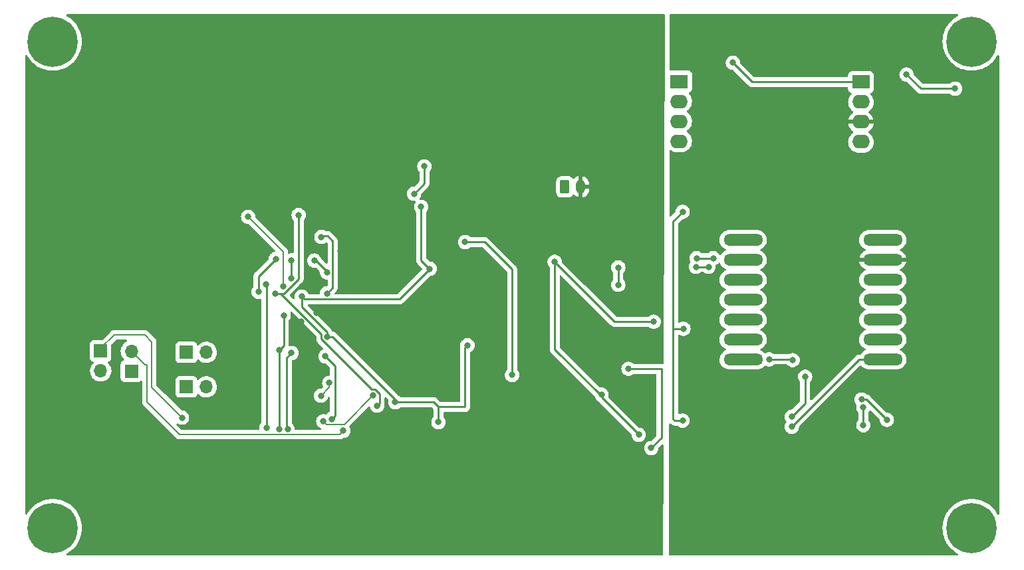
<source format=gbr>
%TF.GenerationSoftware,KiCad,Pcbnew,(6.0.4-0)*%
%TF.CreationDate,2022-07-28T14:49:22-06:00*%
%TF.ProjectId,sq_lockin_v6,73715f6c-6f63-46b6-996e-5f76362e6b69,rev?*%
%TF.SameCoordinates,Original*%
%TF.FileFunction,Copper,L2,Bot*%
%TF.FilePolarity,Positive*%
%FSLAX46Y46*%
G04 Gerber Fmt 4.6, Leading zero omitted, Abs format (unit mm)*
G04 Created by KiCad (PCBNEW (6.0.4-0)) date 2022-07-28 14:49:22*
%MOMM*%
%LPD*%
G01*
G04 APERTURE LIST*
G04 Aperture macros list*
%AMRoundRect*
0 Rectangle with rounded corners*
0 $1 Rounding radius*
0 $2 $3 $4 $5 $6 $7 $8 $9 X,Y pos of 4 corners*
0 Add a 4 corners polygon primitive as box body*
4,1,4,$2,$3,$4,$5,$6,$7,$8,$9,$2,$3,0*
0 Add four circle primitives for the rounded corners*
1,1,$1+$1,$2,$3*
1,1,$1+$1,$4,$5*
1,1,$1+$1,$6,$7*
1,1,$1+$1,$8,$9*
0 Add four rect primitives between the rounded corners*
20,1,$1+$1,$2,$3,$4,$5,0*
20,1,$1+$1,$4,$5,$6,$7,0*
20,1,$1+$1,$6,$7,$8,$9,0*
20,1,$1+$1,$8,$9,$2,$3,0*%
G04 Aperture macros list end*
%TA.AperFunction,ComponentPad*%
%ADD10R,1.700000X1.700000*%
%TD*%
%TA.AperFunction,ComponentPad*%
%ADD11O,1.700000X1.700000*%
%TD*%
%TA.AperFunction,ComponentPad*%
%ADD12RoundRect,0.250000X-0.350000X-0.625000X0.350000X-0.625000X0.350000X0.625000X-0.350000X0.625000X0*%
%TD*%
%TA.AperFunction,ComponentPad*%
%ADD13O,1.200000X1.750000*%
%TD*%
%TA.AperFunction,ComponentPad*%
%ADD14R,2.250000X1.750000*%
%TD*%
%TA.AperFunction,ComponentPad*%
%ADD15O,2.250000X1.750000*%
%TD*%
%TA.AperFunction,ComponentPad*%
%ADD16C,6.400000*%
%TD*%
%TA.AperFunction,ComponentPad*%
%ADD17O,5.000000X1.500000*%
%TD*%
%TA.AperFunction,ViaPad*%
%ADD18C,0.800000*%
%TD*%
%TA.AperFunction,Conductor*%
%ADD19C,0.250000*%
%TD*%
%TA.AperFunction,Conductor*%
%ADD20C,0.200000*%
%TD*%
G04 APERTURE END LIST*
D10*
%TO.P,J4,1,Pin_1*%
%TO.N,Net-(J4-Pad1)*%
X131000000Y-93600000D03*
D11*
%TO.P,J4,2,Pin_2*%
%TO.N,/I-*%
X133540000Y-93600000D03*
%TD*%
D12*
%TO.P,J5,1,+*%
%TO.N,Net-(D2-Pad2)*%
X179200000Y-72500000D03*
D13*
%TO.P,J5,2,-*%
%TO.N,GND*%
X181200000Y-72500000D03*
%TD*%
D10*
%TO.P,J6,1,Pin_1*%
%TO.N,Net-(J6-Pad1)*%
X131000000Y-98000000D03*
D11*
%TO.P,J6,2,Pin_2*%
%TO.N,/I-*%
X133540000Y-98000000D03*
%TD*%
D10*
%TO.P,J2,1,Pin_1*%
%TO.N,/V-*%
X120100000Y-93425000D03*
D11*
%TO.P,J2,2,Pin_2*%
%TO.N,/I-*%
X120100000Y-95965000D03*
%TD*%
D10*
%TO.P,J3,1,Pin_1*%
%TO.N,/I+*%
X124000000Y-96000000D03*
D11*
%TO.P,J3,2,Pin_2*%
%TO.N,/V+*%
X124000000Y-93460000D03*
%TD*%
D14*
%TO.P,PS2,1,-Vin*%
%TO.N,GNDPWR*%
X216900000Y-59160000D03*
D15*
%TO.P,PS2,2,+Vin*%
%TO.N,Net-(L2-Pad1)*%
X216900000Y-61700000D03*
%TO.P,PS2,3,0V*%
%TO.N,GNDD*%
X216900000Y-64240000D03*
%TO.P,PS2,4,+Vout*%
%TO.N,/power/digital*%
X216900000Y-66780000D03*
%TD*%
D16*
%TO.P,H2,1*%
%TO.N,N/C*%
X114000000Y-54000000D03*
%TD*%
D17*
%TO.P,U5,1,P26*%
%TO.N,Net-(U4-Pad2)*%
X201910000Y-79280000D03*
%TO.P,U5,2,P27*%
%TO.N,Net-(U4-Pad3)*%
X201910000Y-81820000D03*
%TO.P,U5,3,P28*%
%TO.N,Net-(U4-Pad4)*%
X201910000Y-84360000D03*
%TO.P,U5,4,P29*%
%TO.N,Net-(U4-Pad5)*%
X201910000Y-86900000D03*
%TO.P,U5,5,P6*%
%TO.N,/P6*%
X201910000Y-89440000D03*
%TO.P,U5,6,P7*%
%TO.N,/P7*%
X201910000Y-91980000D03*
%TO.P,U5,7,P0*%
%TO.N,/tx*%
X201910000Y-94520000D03*
%TO.P,U5,8,P1*%
%TO.N,/rx*%
X219690000Y-94520000D03*
%TO.P,U5,9,P2*%
%TO.N,Net-(U5-Pad9)*%
X219690000Y-91980000D03*
%TO.P,U5,10,P4*%
%TO.N,unconnected-(U5-Pad10)*%
X219690000Y-89440000D03*
%TO.P,U5,11,P3*%
%TO.N,unconnected-(U5-Pad11)*%
X219690000Y-86900000D03*
%TO.P,U5,12,3V3*%
%TO.N,/MC3.3*%
X219690000Y-84360000D03*
%TO.P,U5,13,GND*%
%TO.N,GNDD*%
X219690000Y-81820000D03*
%TO.P,U5,14,5V*%
%TO.N,+5VD*%
X219690000Y-79280000D03*
%TD*%
D14*
%TO.P,PS1,1,-Vin*%
%TO.N,GNDPWR*%
X193757500Y-59092500D03*
D15*
%TO.P,PS1,2,+Vin*%
%TO.N,Net-(L1-Pad1)*%
X193757500Y-61632500D03*
%TO.P,PS1,3,0V*%
%TO.N,GND*%
X193757500Y-64172500D03*
%TO.P,PS1,4,+Vout*%
%TO.N,Net-(C28-Pad1)*%
X193757500Y-66712500D03*
%TD*%
D16*
%TO.P,H4,1*%
%TO.N,N/C*%
X114000000Y-116000000D03*
%TD*%
%TO.P,H1,1*%
%TO.N,N/C*%
X231000000Y-116000000D03*
%TD*%
%TO.P,H3,1*%
%TO.N,N/C*%
X231000000Y-54000000D03*
%TD*%
D18*
%TO.N,GND*%
X187100000Y-78900000D03*
X164900000Y-99200000D03*
X150600000Y-80700000D03*
X146400000Y-99000000D03*
X153300000Y-77800000D03*
X138800000Y-85975500D03*
X187100000Y-91900000D03*
X145600000Y-89700000D03*
X147600000Y-88600000D03*
X162100000Y-81160000D03*
X145700000Y-85200000D03*
X183700000Y-94600000D03*
%TO.N,Net-(C2-Pad1)*%
X160000000Y-73400000D03*
X161300000Y-69900000D03*
%TO.N,/vref*%
X166500000Y-79560000D03*
X172475000Y-96490000D03*
X145300000Y-76100000D03*
X142300000Y-86100000D03*
X155300000Y-100400000D03*
%TO.N,+3V3*%
X177900000Y-82060000D03*
X183875000Y-98990000D03*
X140200000Y-85900000D03*
X157600000Y-99960000D03*
X188600000Y-104100000D03*
X162000000Y-82960000D03*
X145700000Y-86500000D03*
X163100000Y-102500000D03*
X190500000Y-89700000D03*
X148905378Y-91605378D03*
X144400000Y-81875500D03*
X144382604Y-84142300D03*
X166800000Y-92700000D03*
X160900000Y-75075500D03*
X142400000Y-81700000D03*
%TO.N,/Sheet624B5D4E/ctrl+*%
X144400000Y-93700000D03*
X148200000Y-78900000D03*
X148900000Y-86100000D03*
X143900000Y-103400000D03*
%TO.N,/Sheet624B5D4E/in+*%
X148900011Y-83400000D03*
X147300000Y-81900000D03*
%TO.N,/sheet624D2E58/ctrl+*%
X149500000Y-102100000D03*
X148712299Y-94112299D03*
%TO.N,/sheet6256EE2A/out+*%
X143312452Y-85212452D03*
X138875000Y-76325000D03*
%TO.N,/sheet6256EE2A/ctrl+*%
X142800000Y-103400000D03*
X142800000Y-93300000D03*
X143400000Y-88900000D03*
%TO.N,/V-*%
X130447018Y-101922420D03*
X149200000Y-97500000D03*
X148155378Y-99144622D03*
%TO.N,/V+*%
X151000000Y-103600000D03*
%TO.N,/Sheet6275CBF8/in+*%
X148440261Y-102398005D03*
X154800000Y-99100000D03*
%TO.N,GNDD*%
X197600000Y-89600000D03*
%TO.N,/MC3.3*%
X194300000Y-90600000D03*
X194200000Y-102300000D03*
X194200000Y-75700000D03*
%TO.N,Net-(U1-Pad6)*%
X141200000Y-103200000D03*
X141150008Y-84950008D03*
X187300000Y-95700000D03*
X190200000Y-105800000D03*
%TO.N,GNDPWR*%
X216983177Y-99624299D03*
X222700000Y-58200000D03*
X220200000Y-102200000D03*
X228900000Y-60000000D03*
X200600000Y-56700000D03*
%TO.N,Net-(J8-Pad4)*%
X217200000Y-100600000D03*
X217200000Y-102900000D03*
%TO.N,/tx*%
X205200000Y-94500000D03*
X209800000Y-96700000D03*
X208200000Y-94600000D03*
X208100000Y-101800000D03*
%TO.N,/rx*%
X208100000Y-103100000D03*
%TO.N,/Dout_V*%
X186000000Y-82800000D03*
X186000000Y-85000000D03*
%TO.N,/P7*%
X197500000Y-82700000D03*
X195900000Y-82700000D03*
%TO.N,/P6*%
X195975500Y-81600000D03*
X198100000Y-81600000D03*
%TD*%
D19*
%TO.N,GND*%
X150600000Y-80500000D02*
X153300000Y-77800000D01*
X150600000Y-80700000D02*
X150600000Y-80500000D01*
%TO.N,Net-(C2-Pad1)*%
X161300000Y-72100000D02*
X160000000Y-73400000D01*
X161300000Y-69900000D02*
X161300000Y-72100000D01*
%TO.N,/vref*%
X166500000Y-79560000D02*
X169000000Y-79560000D01*
X142300000Y-86100000D02*
X143024614Y-86100000D01*
X148180867Y-91905481D02*
X154575386Y-98300000D01*
X155024614Y-98300000D02*
X155600000Y-98875386D01*
X155600000Y-100100000D02*
X155300000Y-100400000D01*
X155600000Y-98875386D02*
X155600000Y-100100000D01*
X145300000Y-84249502D02*
X145300000Y-76100000D01*
X169000000Y-79560000D02*
X172475000Y-83035000D01*
X142300000Y-86100000D02*
X143449502Y-86100000D01*
X143024614Y-86100000D02*
X148180867Y-91256253D01*
X143449502Y-86100000D02*
X145300000Y-84249502D01*
X172475000Y-83035000D02*
X172475000Y-96490000D01*
X154575386Y-98300000D02*
X155024614Y-98300000D01*
X148180867Y-91256253D02*
X148180867Y-91905481D01*
%TO.N,+3V3*%
X144400000Y-84124904D02*
X144382604Y-84142300D01*
X162500000Y-99960000D02*
X163100000Y-100560000D01*
X144400000Y-81875500D02*
X144400000Y-84124904D01*
X158175489Y-86824511D02*
X146024511Y-86824511D01*
X146024511Y-86824511D02*
X145700000Y-86500000D01*
X177900000Y-93200000D02*
X183690000Y-98990000D01*
X145700000Y-87800000D02*
X148905378Y-91005378D01*
X160900000Y-81860000D02*
X162000000Y-82960000D01*
X149580764Y-91605378D02*
X148905378Y-91605378D01*
X163100000Y-100560000D02*
X163100000Y-102500000D01*
X157600000Y-99960000D02*
X157600000Y-99624614D01*
X157600000Y-99624614D02*
X149580764Y-91605378D01*
X185540000Y-89700000D02*
X177900000Y-82060000D01*
X188600000Y-104100000D02*
X183875000Y-99375000D01*
X162000000Y-83000000D02*
X158175489Y-86824511D01*
X166500000Y-100560000D02*
X166500000Y-93000000D01*
X162000000Y-82960000D02*
X162000000Y-83000000D01*
X190500000Y-89700000D02*
X185540000Y-89700000D01*
X166500000Y-100560000D02*
X163100000Y-100560000D01*
X142400000Y-81700000D02*
X140200000Y-83900000D01*
X140200000Y-83900000D02*
X140200000Y-85900000D01*
X145700000Y-86500000D02*
X145700000Y-87800000D01*
X177900000Y-82060000D02*
X177900000Y-93200000D01*
X157600000Y-99960000D02*
X162500000Y-99960000D01*
X148905378Y-91005378D02*
X148905378Y-91605378D01*
X183690000Y-98990000D02*
X183875000Y-98990000D01*
X160900000Y-75075500D02*
X160900000Y-81860000D01*
X166500000Y-93000000D02*
X166800000Y-92700000D01*
X183875000Y-99375000D02*
X183875000Y-98990000D01*
%TO.N,/Sheet624B5D4E/ctrl+*%
X148300000Y-78800000D02*
X148200000Y-78900000D01*
X143775489Y-94324511D02*
X144400000Y-93700000D01*
X149624511Y-85375489D02*
X149624511Y-79424511D01*
X143900000Y-103400000D02*
X143775489Y-103275489D01*
X149000000Y-78800000D02*
X148300000Y-78800000D01*
X148900000Y-86100000D02*
X149624511Y-85375489D01*
X143775489Y-103275489D02*
X143775489Y-94324511D01*
X149624511Y-79424511D02*
X149000000Y-78800000D01*
%TO.N,/Sheet624B5D4E/in+*%
X147500000Y-81900000D02*
X148900000Y-83300000D01*
X147300000Y-81900000D02*
X147500000Y-81900000D01*
%TO.N,/sheet624D2E58/ctrl+*%
X149924511Y-95324511D02*
X148712299Y-94112299D01*
X149924511Y-101675489D02*
X149924511Y-95324511D01*
X149500000Y-102100000D02*
X149924511Y-101675489D01*
D20*
%TO.N,/sheet6256EE2A/out+*%
X143312452Y-85212452D02*
X143312452Y-80762452D01*
X143312452Y-80762452D02*
X138875000Y-76325000D01*
D19*
%TO.N,/sheet6256EE2A/ctrl+*%
X143400000Y-92700000D02*
X142800000Y-93300000D01*
X143400000Y-88900000D02*
X143400000Y-92700000D01*
X142800000Y-103400000D02*
X142800000Y-93300000D01*
D20*
%TO.N,/V-*%
X126600000Y-98075402D02*
X130447018Y-101922420D01*
X125700000Y-91400000D02*
X126600000Y-92300000D01*
X149200000Y-97500000D02*
X149200000Y-98100000D01*
X121800000Y-91400000D02*
X125700000Y-91400000D01*
X120100000Y-93100000D02*
X121800000Y-91400000D01*
X149200000Y-98100000D02*
X148155378Y-99144622D01*
X126600000Y-92300000D02*
X126600000Y-98075402D01*
%TO.N,/V+*%
X126000000Y-99949511D02*
X126000000Y-95200000D01*
X150500489Y-104099511D02*
X130150000Y-104099511D01*
X125740000Y-95200000D02*
X124000000Y-93460000D01*
X126000000Y-95200000D02*
X125740000Y-95200000D01*
X130150000Y-104099511D02*
X126000000Y-99949511D01*
X151000000Y-103600000D02*
X150500489Y-104099511D01*
%TO.N,/Sheet6275CBF8/in+*%
X154800000Y-99100000D02*
X151100489Y-102799511D01*
X148841767Y-102799511D02*
X148440261Y-102398005D01*
X148841767Y-102799511D02*
X151100489Y-102799511D01*
D19*
%TO.N,/MC3.3*%
X193000000Y-90600000D02*
X193000000Y-102100000D01*
X193200000Y-102300000D02*
X194200000Y-102300000D01*
X193000000Y-102100000D02*
X193200000Y-102300000D01*
X193000000Y-76900000D02*
X193000000Y-90600000D01*
X193000000Y-90600000D02*
X194300000Y-90600000D01*
X194200000Y-75700000D02*
X193000000Y-76900000D01*
%TO.N,Net-(U1-Pad6)*%
X187300000Y-95700000D02*
X191500000Y-95700000D01*
X191500000Y-104500000D02*
X191500000Y-95700000D01*
X141200000Y-85000000D02*
X141200000Y-103200000D01*
X141150008Y-84950008D02*
X141200000Y-85000000D01*
X191500000Y-104500000D02*
X190200000Y-105800000D01*
%TO.N,GNDPWR*%
X224500000Y-60000000D02*
X222700000Y-58200000D01*
X200600000Y-56700000D02*
X203060000Y-59160000D01*
X216983177Y-99624299D02*
X217624299Y-99624299D01*
X228900000Y-60000000D02*
X224500000Y-60000000D01*
X203060000Y-59160000D02*
X216900000Y-59160000D01*
X217624299Y-99624299D02*
X220200000Y-102200000D01*
%TO.N,Net-(J8-Pad4)*%
X217200000Y-100600000D02*
X217200000Y-102900000D01*
%TO.N,/tx*%
X209800000Y-100100000D02*
X209800000Y-96700000D01*
X205200000Y-94500000D02*
X208100000Y-94500000D01*
X208100000Y-101800000D02*
X209800000Y-100100000D01*
X208100000Y-94500000D02*
X208200000Y-94600000D01*
%TO.N,/rx*%
X208100000Y-103100000D02*
X216680000Y-94520000D01*
X216680000Y-94520000D02*
X218420000Y-94520000D01*
%TO.N,/Dout_V*%
X186000000Y-82800000D02*
X186000000Y-85000000D01*
%TO.N,/P7*%
X195900000Y-82700000D02*
X197500000Y-82700000D01*
%TO.N,/P6*%
X198100000Y-81600000D02*
X195975500Y-81600000D01*
%TD*%
%TA.AperFunction,Conductor*%
%TO.N,GNDD*%
G36*
X229227076Y-50528502D02*
G01*
X229273569Y-50582158D01*
X229283673Y-50652432D01*
X229254179Y-50717012D01*
X229216158Y-50746767D01*
X229146147Y-50782439D01*
X229146140Y-50782443D01*
X229143206Y-50783938D01*
X228817207Y-50995643D01*
X228515124Y-51240266D01*
X228240266Y-51515124D01*
X227995643Y-51817207D01*
X227783938Y-52143206D01*
X227782443Y-52146140D01*
X227782439Y-52146147D01*
X227712366Y-52283673D01*
X227607468Y-52489547D01*
X227468167Y-52852438D01*
X227367562Y-53227901D01*
X227306754Y-53611824D01*
X227286411Y-54000000D01*
X227306754Y-54388176D01*
X227367562Y-54772099D01*
X227468167Y-55147562D01*
X227607468Y-55510453D01*
X227608966Y-55513393D01*
X227720468Y-55732227D01*
X227783938Y-55856794D01*
X227995643Y-56182793D01*
X228240266Y-56484876D01*
X228515124Y-56759734D01*
X228817207Y-57004357D01*
X228819970Y-57006152D01*
X228819971Y-57006152D01*
X228911007Y-57065271D01*
X229143205Y-57216062D01*
X229146139Y-57217557D01*
X229146146Y-57217561D01*
X229462726Y-57378866D01*
X229489547Y-57392532D01*
X229710547Y-57477366D01*
X229837360Y-57526045D01*
X229852438Y-57531833D01*
X230227901Y-57632438D01*
X230421214Y-57663056D01*
X230608576Y-57692732D01*
X230608584Y-57692733D01*
X230611824Y-57693246D01*
X231000000Y-57713589D01*
X231388176Y-57693246D01*
X231391416Y-57692733D01*
X231391424Y-57692732D01*
X231578786Y-57663056D01*
X231772099Y-57632438D01*
X232147562Y-57531833D01*
X232162641Y-57526045D01*
X232289453Y-57477366D01*
X232510453Y-57392532D01*
X232537274Y-57378866D01*
X232853854Y-57217561D01*
X232853861Y-57217557D01*
X232856795Y-57216062D01*
X233088994Y-57065271D01*
X233180029Y-57006152D01*
X233180030Y-57006152D01*
X233182793Y-57004357D01*
X233484876Y-56759734D01*
X233759734Y-56484876D01*
X234004357Y-56182793D01*
X234216062Y-55856794D01*
X234253233Y-55783842D01*
X234301981Y-55732227D01*
X234370896Y-55715161D01*
X234438098Y-55738062D01*
X234482250Y-55793659D01*
X234491500Y-55841045D01*
X234491500Y-114158955D01*
X234471498Y-114227076D01*
X234417842Y-114273569D01*
X234347568Y-114283673D01*
X234282988Y-114254179D01*
X234253233Y-114216158D01*
X234217561Y-114146147D01*
X234217557Y-114146140D01*
X234216062Y-114143206D01*
X234004357Y-113817207D01*
X233759734Y-113515124D01*
X233484876Y-113240266D01*
X233182793Y-112995643D01*
X232856795Y-112783938D01*
X232853861Y-112782443D01*
X232853854Y-112782439D01*
X232513393Y-112608966D01*
X232510453Y-112607468D01*
X232147562Y-112468167D01*
X231772099Y-112367562D01*
X231568207Y-112335268D01*
X231391424Y-112307268D01*
X231391416Y-112307267D01*
X231388176Y-112306754D01*
X231000000Y-112286411D01*
X230611824Y-112306754D01*
X230608584Y-112307267D01*
X230608576Y-112307268D01*
X230431793Y-112335268D01*
X230227901Y-112367562D01*
X229852438Y-112468167D01*
X229489547Y-112607468D01*
X229486607Y-112608966D01*
X229146147Y-112782439D01*
X229146140Y-112782443D01*
X229143206Y-112783938D01*
X228817207Y-112995643D01*
X228515124Y-113240266D01*
X228240266Y-113515124D01*
X227995643Y-113817207D01*
X227783938Y-114143206D01*
X227782443Y-114146140D01*
X227782439Y-114146147D01*
X227712366Y-114283673D01*
X227607468Y-114489547D01*
X227468167Y-114852438D01*
X227367562Y-115227901D01*
X227306754Y-115611824D01*
X227286411Y-116000000D01*
X227306754Y-116388176D01*
X227367562Y-116772099D01*
X227468167Y-117147562D01*
X227607468Y-117510453D01*
X227608966Y-117513393D01*
X227720468Y-117732227D01*
X227783938Y-117856794D01*
X227995643Y-118182793D01*
X228240266Y-118484876D01*
X228515124Y-118759734D01*
X228817207Y-119004357D01*
X229143205Y-119216062D01*
X229146139Y-119217557D01*
X229146146Y-119217561D01*
X229216157Y-119253233D01*
X229267772Y-119301981D01*
X229284838Y-119370896D01*
X229261937Y-119438098D01*
X229206340Y-119482250D01*
X229158954Y-119491500D01*
X192605538Y-119491500D01*
X192537417Y-119471498D01*
X192490924Y-119417842D01*
X192479538Y-119365444D01*
X192480867Y-116384886D01*
X192486931Y-102788154D01*
X192506963Y-102720044D01*
X192560640Y-102673575D01*
X192630918Y-102663503D01*
X192695486Y-102693024D01*
X192705853Y-102703635D01*
X192708000Y-102707018D01*
X192713777Y-102712443D01*
X192713778Y-102712444D01*
X192757667Y-102753658D01*
X192760509Y-102756413D01*
X192780231Y-102776135D01*
X192783373Y-102778572D01*
X192783433Y-102778619D01*
X192792445Y-102786317D01*
X192818036Y-102810347D01*
X192824679Y-102816586D01*
X192831622Y-102820403D01*
X192842431Y-102826345D01*
X192858953Y-102837198D01*
X192874959Y-102849614D01*
X192882237Y-102852764D01*
X192882238Y-102852764D01*
X192915537Y-102867174D01*
X192926187Y-102872391D01*
X192964940Y-102893695D01*
X192972615Y-102895666D01*
X192972616Y-102895666D01*
X192984562Y-102898733D01*
X193003267Y-102905137D01*
X193021855Y-102913181D01*
X193029678Y-102914420D01*
X193029688Y-102914423D01*
X193065524Y-102920099D01*
X193077144Y-102922505D01*
X193112289Y-102931528D01*
X193119970Y-102933500D01*
X193140224Y-102933500D01*
X193159934Y-102935051D01*
X193179943Y-102938220D01*
X193187835Y-102937474D01*
X193223961Y-102934059D01*
X193235819Y-102933500D01*
X193491800Y-102933500D01*
X193559921Y-102953502D01*
X193579147Y-102969843D01*
X193579420Y-102969540D01*
X193584332Y-102973963D01*
X193588747Y-102978866D01*
X193743248Y-103091118D01*
X193749276Y-103093802D01*
X193749278Y-103093803D01*
X193818690Y-103124707D01*
X193917712Y-103168794D01*
X194011113Y-103188647D01*
X194098056Y-103207128D01*
X194098061Y-103207128D01*
X194104513Y-103208500D01*
X194295487Y-103208500D01*
X194301939Y-103207128D01*
X194301944Y-103207128D01*
X194388887Y-103188647D01*
X194482288Y-103168794D01*
X194581310Y-103124707D01*
X194636803Y-103100000D01*
X207186496Y-103100000D01*
X207187186Y-103106565D01*
X207205129Y-103277279D01*
X207206458Y-103289928D01*
X207265473Y-103471556D01*
X207360960Y-103636944D01*
X207365378Y-103641851D01*
X207365379Y-103641852D01*
X207479678Y-103768794D01*
X207488747Y-103778866D01*
X207643248Y-103891118D01*
X207649276Y-103893802D01*
X207649278Y-103893803D01*
X207811681Y-103966109D01*
X207817712Y-103968794D01*
X207911113Y-103988647D01*
X207998056Y-104007128D01*
X207998061Y-104007128D01*
X208004513Y-104008500D01*
X208195487Y-104008500D01*
X208201939Y-104007128D01*
X208201944Y-104007128D01*
X208288888Y-103988647D01*
X208382288Y-103968794D01*
X208388319Y-103966109D01*
X208550722Y-103893803D01*
X208550724Y-103893802D01*
X208556752Y-103891118D01*
X208711253Y-103778866D01*
X208720322Y-103768794D01*
X208834621Y-103641852D01*
X208834622Y-103641851D01*
X208839040Y-103636944D01*
X208934527Y-103471556D01*
X208993542Y-103289928D01*
X208994872Y-103277279D01*
X209006129Y-103170166D01*
X209010907Y-103124706D01*
X209037920Y-103059050D01*
X209047122Y-103048782D01*
X212471605Y-99624299D01*
X216069673Y-99624299D01*
X216070363Y-99630864D01*
X216076529Y-99689526D01*
X216089635Y-99814227D01*
X216148650Y-99995855D01*
X216244137Y-100161243D01*
X216248555Y-100166150D01*
X216248556Y-100166151D01*
X216300666Y-100224025D01*
X216331384Y-100288032D01*
X216326863Y-100347271D01*
X216306458Y-100410072D01*
X216286496Y-100600000D01*
X216306458Y-100789928D01*
X216365473Y-100971556D01*
X216460960Y-101136944D01*
X216534137Y-101218215D01*
X216564853Y-101282221D01*
X216566500Y-101302524D01*
X216566500Y-102197476D01*
X216546498Y-102265597D01*
X216534142Y-102281779D01*
X216460960Y-102363056D01*
X216441821Y-102396206D01*
X216374565Y-102512697D01*
X216365473Y-102528444D01*
X216306458Y-102710072D01*
X216305768Y-102716633D01*
X216305768Y-102716635D01*
X216292302Y-102844755D01*
X216286496Y-102900000D01*
X216287186Y-102906565D01*
X216303955Y-103066109D01*
X216306458Y-103089928D01*
X216365473Y-103271556D01*
X216460960Y-103436944D01*
X216588747Y-103578866D01*
X216743248Y-103691118D01*
X216749276Y-103693802D01*
X216749278Y-103693803D01*
X216911681Y-103766109D01*
X216917712Y-103768794D01*
X216983365Y-103782749D01*
X217098056Y-103807128D01*
X217098061Y-103807128D01*
X217104513Y-103808500D01*
X217295487Y-103808500D01*
X217301939Y-103807128D01*
X217301944Y-103807128D01*
X217416635Y-103782749D01*
X217482288Y-103768794D01*
X217488319Y-103766109D01*
X217650722Y-103693803D01*
X217650724Y-103693802D01*
X217656752Y-103691118D01*
X217811253Y-103578866D01*
X217939040Y-103436944D01*
X218034527Y-103271556D01*
X218093542Y-103089928D01*
X218096046Y-103066109D01*
X218112814Y-102906565D01*
X218113504Y-102900000D01*
X218107698Y-102844755D01*
X218094232Y-102716635D01*
X218094232Y-102716633D01*
X218093542Y-102710072D01*
X218034527Y-102528444D01*
X218025436Y-102512697D01*
X217958179Y-102396206D01*
X217939040Y-102363056D01*
X217865863Y-102281785D01*
X217835147Y-102217779D01*
X217833500Y-102197476D01*
X217833500Y-101302524D01*
X217853502Y-101234403D01*
X217865858Y-101218221D01*
X217939040Y-101136944D01*
X217942339Y-101131231D01*
X217942342Y-101131226D01*
X217967477Y-101087690D01*
X218018860Y-101038697D01*
X218088573Y-101025261D01*
X218154484Y-101051648D01*
X218165691Y-101061595D01*
X219252878Y-102148782D01*
X219286904Y-102211094D01*
X219289092Y-102224703D01*
X219295092Y-102281787D01*
X219305369Y-102379563D01*
X219306458Y-102389928D01*
X219365473Y-102571556D01*
X219460960Y-102736944D01*
X219465378Y-102741851D01*
X219465379Y-102741852D01*
X219582921Y-102872396D01*
X219588747Y-102878866D01*
X219687843Y-102950864D01*
X219731724Y-102982745D01*
X219743248Y-102991118D01*
X219749276Y-102993802D01*
X219749278Y-102993803D01*
X219911681Y-103066109D01*
X219917712Y-103068794D01*
X220004479Y-103087237D01*
X220098056Y-103107128D01*
X220098061Y-103107128D01*
X220104513Y-103108500D01*
X220295487Y-103108500D01*
X220301939Y-103107128D01*
X220301944Y-103107128D01*
X220395521Y-103087237D01*
X220482288Y-103068794D01*
X220488319Y-103066109D01*
X220650722Y-102993803D01*
X220650724Y-102993802D01*
X220656752Y-102991118D01*
X220668277Y-102982745D01*
X220712157Y-102950864D01*
X220811253Y-102878866D01*
X220817079Y-102872396D01*
X220934621Y-102741852D01*
X220934622Y-102741851D01*
X220939040Y-102736944D01*
X221034527Y-102571556D01*
X221093542Y-102389928D01*
X221094632Y-102379563D01*
X221112814Y-102206565D01*
X221113504Y-102200000D01*
X221104040Y-102109958D01*
X221094232Y-102016635D01*
X221094232Y-102016633D01*
X221093542Y-102010072D01*
X221034527Y-101828444D01*
X220939040Y-101663056D01*
X220897243Y-101616635D01*
X220815675Y-101526045D01*
X220815674Y-101526044D01*
X220811253Y-101521134D01*
X220656752Y-101408882D01*
X220650724Y-101406198D01*
X220650722Y-101406197D01*
X220488319Y-101333891D01*
X220488318Y-101333891D01*
X220482288Y-101331206D01*
X220388888Y-101311353D01*
X220301944Y-101292872D01*
X220301939Y-101292872D01*
X220295487Y-101291500D01*
X220239595Y-101291500D01*
X220171474Y-101271498D01*
X220150500Y-101254595D01*
X218127951Y-99232046D01*
X218120411Y-99223760D01*
X218116299Y-99217281D01*
X218066647Y-99170655D01*
X218063806Y-99167901D01*
X218044069Y-99148164D01*
X218040872Y-99145684D01*
X218031850Y-99137979D01*
X218005399Y-99113140D01*
X217999620Y-99107713D01*
X217992674Y-99103894D01*
X217992671Y-99103892D01*
X217981865Y-99097951D01*
X217965346Y-99087100D01*
X217959347Y-99082447D01*
X217949340Y-99074685D01*
X217942071Y-99071540D01*
X217942067Y-99071537D01*
X217908762Y-99057125D01*
X217898112Y-99051908D01*
X217859359Y-99030604D01*
X217839736Y-99025566D01*
X217821033Y-99019162D01*
X217809719Y-99014266D01*
X217809718Y-99014266D01*
X217802444Y-99011118D01*
X217794621Y-99009879D01*
X217794611Y-99009876D01*
X217758775Y-99004200D01*
X217747155Y-99001794D01*
X217712010Y-98992771D01*
X217712009Y-98992771D01*
X217704329Y-98990799D01*
X217691376Y-98990799D01*
X217623255Y-98970797D01*
X217604027Y-98954454D01*
X217603754Y-98954758D01*
X217598852Y-98950344D01*
X217594430Y-98945433D01*
X217439929Y-98833181D01*
X217433901Y-98830497D01*
X217433899Y-98830496D01*
X217271496Y-98758190D01*
X217271495Y-98758190D01*
X217265465Y-98755505D01*
X217172065Y-98735652D01*
X217085121Y-98717171D01*
X217085116Y-98717171D01*
X217078664Y-98715799D01*
X216887690Y-98715799D01*
X216881238Y-98717171D01*
X216881233Y-98717171D01*
X216794290Y-98735652D01*
X216700889Y-98755505D01*
X216694859Y-98758190D01*
X216694858Y-98758190D01*
X216532455Y-98830496D01*
X216532453Y-98830497D01*
X216526425Y-98833181D01*
X216371924Y-98945433D01*
X216367503Y-98950343D01*
X216367502Y-98950344D01*
X216258380Y-99071537D01*
X216244137Y-99087355D01*
X216148650Y-99252743D01*
X216089635Y-99434371D01*
X216069673Y-99624299D01*
X212471605Y-99624299D01*
X216782692Y-95313212D01*
X216845004Y-95279186D01*
X216915819Y-95284251D01*
X216971750Y-95325604D01*
X217006462Y-95370843D01*
X217006466Y-95370847D01*
X217009877Y-95375292D01*
X217176036Y-95526485D01*
X217180783Y-95529463D01*
X217180786Y-95529465D01*
X217309229Y-95610036D01*
X217366344Y-95645864D01*
X217574783Y-95729656D01*
X217794767Y-95775213D01*
X217799378Y-95775479D01*
X217799379Y-95775479D01*
X217849952Y-95778395D01*
X217849956Y-95778395D01*
X217851775Y-95778500D01*
X221496999Y-95778500D01*
X221499786Y-95778251D01*
X221499792Y-95778251D01*
X221569929Y-95771991D01*
X221663762Y-95763617D01*
X221669176Y-95762136D01*
X221669181Y-95762135D01*
X221796912Y-95727191D01*
X221880451Y-95704337D01*
X221885509Y-95701925D01*
X221885513Y-95701923D01*
X222003042Y-95645864D01*
X222083218Y-95607622D01*
X222265654Y-95476529D01*
X222421992Y-95315201D01*
X222547290Y-95128738D01*
X222637588Y-94923033D01*
X222671120Y-94783365D01*
X222688722Y-94710046D01*
X222688722Y-94710045D01*
X222690032Y-94704589D01*
X222702963Y-94480310D01*
X222675975Y-94257285D01*
X222609918Y-94042565D01*
X222606941Y-94036796D01*
X222509454Y-93847919D01*
X222509454Y-93847918D01*
X222506882Y-93842936D01*
X222370123Y-93664708D01*
X222203964Y-93513515D01*
X222199217Y-93510537D01*
X222199214Y-93510535D01*
X222018405Y-93397115D01*
X222013656Y-93394136D01*
X221946250Y-93367039D01*
X221890510Y-93323075D01*
X221867384Y-93255950D01*
X221884221Y-93186979D01*
X221939005Y-93136408D01*
X221998664Y-93107952D01*
X222083218Y-93067622D01*
X222265654Y-92936529D01*
X222421992Y-92775201D01*
X222547290Y-92588738D01*
X222637588Y-92383033D01*
X222690032Y-92164589D01*
X222702963Y-91940310D01*
X222675975Y-91717285D01*
X222609918Y-91502565D01*
X222601377Y-91486016D01*
X222509454Y-91307919D01*
X222509454Y-91307918D01*
X222506882Y-91302936D01*
X222370123Y-91124708D01*
X222203964Y-90973515D01*
X222199217Y-90970537D01*
X222199214Y-90970535D01*
X222018405Y-90857115D01*
X222013656Y-90854136D01*
X221946250Y-90827039D01*
X221890510Y-90783075D01*
X221867384Y-90715950D01*
X221884221Y-90646979D01*
X221939005Y-90596408D01*
X221998664Y-90567952D01*
X222083218Y-90527622D01*
X222265654Y-90396529D01*
X222421992Y-90235201D01*
X222547290Y-90048738D01*
X222637588Y-89843033D01*
X222644098Y-89815920D01*
X222688722Y-89630046D01*
X222688722Y-89630045D01*
X222690032Y-89624589D01*
X222702963Y-89400310D01*
X222675975Y-89177285D01*
X222609918Y-88962565D01*
X222544798Y-88836396D01*
X222509454Y-88767919D01*
X222509454Y-88767918D01*
X222506882Y-88762936D01*
X222370123Y-88584708D01*
X222203964Y-88433515D01*
X222199217Y-88430537D01*
X222199214Y-88430535D01*
X222018405Y-88317115D01*
X222013656Y-88314136D01*
X221946250Y-88287039D01*
X221890510Y-88243075D01*
X221867384Y-88175950D01*
X221884221Y-88106979D01*
X221939005Y-88056408D01*
X221998664Y-88027952D01*
X222083218Y-87987622D01*
X222265654Y-87856529D01*
X222421992Y-87695201D01*
X222547290Y-87508738D01*
X222637588Y-87303033D01*
X222690032Y-87084589D01*
X222702963Y-86860310D01*
X222675975Y-86637285D01*
X222609918Y-86422565D01*
X222544798Y-86296396D01*
X222509454Y-86227919D01*
X222509454Y-86227918D01*
X222506882Y-86222936D01*
X222370123Y-86044708D01*
X222203964Y-85893515D01*
X222199217Y-85890537D01*
X222199214Y-85890535D01*
X222018405Y-85777115D01*
X222013656Y-85774136D01*
X221946250Y-85747039D01*
X221890510Y-85703075D01*
X221867384Y-85635950D01*
X221884221Y-85566979D01*
X221939005Y-85516408D01*
X221998664Y-85487952D01*
X222083218Y-85447622D01*
X222265654Y-85316529D01*
X222421992Y-85155201D01*
X222547290Y-84968738D01*
X222637588Y-84763033D01*
X222690032Y-84544589D01*
X222702963Y-84320310D01*
X222675975Y-84097285D01*
X222609918Y-83882565D01*
X222544798Y-83756396D01*
X222509454Y-83687919D01*
X222509454Y-83687918D01*
X222506882Y-83682936D01*
X222370123Y-83504708D01*
X222203964Y-83353515D01*
X222199217Y-83350537D01*
X222199214Y-83350535D01*
X222018405Y-83237115D01*
X222013656Y-83234136D01*
X221945622Y-83206786D01*
X221889880Y-83162822D01*
X221866755Y-83095697D01*
X221883592Y-83026726D01*
X221938376Y-82976155D01*
X222077903Y-82909603D01*
X222087516Y-82903918D01*
X222260767Y-82779425D01*
X222269233Y-82772117D01*
X222417692Y-82618918D01*
X222424735Y-82610221D01*
X222543719Y-82433156D01*
X222549105Y-82423358D01*
X222634857Y-82228010D01*
X222638422Y-82217418D01*
X222668624Y-82091616D01*
X222667919Y-82077530D01*
X222659040Y-82074000D01*
X216721589Y-82074000D01*
X216707607Y-82078105D01*
X216706114Y-82087728D01*
X216706166Y-82087973D01*
X216768898Y-82291883D01*
X216773119Y-82302229D01*
X216870971Y-82491814D01*
X216876957Y-82501245D01*
X217006832Y-82670501D01*
X217014393Y-82678724D01*
X217172194Y-82822312D01*
X217181094Y-82829067D01*
X217361815Y-82942434D01*
X217371781Y-82947511D01*
X217434358Y-82972667D01*
X217490103Y-83016633D01*
X217513228Y-83083758D01*
X217496391Y-83152729D01*
X217441607Y-83203300D01*
X217296782Y-83272378D01*
X217114346Y-83403471D01*
X216958008Y-83564799D01*
X216832710Y-83751262D01*
X216742412Y-83956967D01*
X216689968Y-84175411D01*
X216677037Y-84399690D01*
X216704025Y-84622715D01*
X216770082Y-84837435D01*
X216772652Y-84842415D01*
X216772654Y-84842419D01*
X216837852Y-84968738D01*
X216873118Y-85037064D01*
X217009877Y-85215292D01*
X217176036Y-85366485D01*
X217180783Y-85369463D01*
X217180786Y-85369465D01*
X217361595Y-85482885D01*
X217366344Y-85485864D01*
X217433750Y-85512961D01*
X217489490Y-85556925D01*
X217512616Y-85624050D01*
X217495779Y-85693021D01*
X217440995Y-85743592D01*
X217296782Y-85812378D01*
X217114346Y-85943471D01*
X216958008Y-86104799D01*
X216832710Y-86291262D01*
X216742412Y-86496967D01*
X216689968Y-86715411D01*
X216677037Y-86939690D01*
X216704025Y-87162715D01*
X216770082Y-87377435D01*
X216772652Y-87382415D01*
X216772654Y-87382419D01*
X216837852Y-87508738D01*
X216873118Y-87577064D01*
X217009877Y-87755292D01*
X217176036Y-87906485D01*
X217180783Y-87909463D01*
X217180786Y-87909465D01*
X217361595Y-88022885D01*
X217366344Y-88025864D01*
X217433750Y-88052961D01*
X217489490Y-88096925D01*
X217512616Y-88164050D01*
X217495779Y-88233021D01*
X217440995Y-88283592D01*
X217296782Y-88352378D01*
X217114346Y-88483471D01*
X216958008Y-88644799D01*
X216832710Y-88831262D01*
X216742412Y-89036967D01*
X216689968Y-89255411D01*
X216677037Y-89479690D01*
X216704025Y-89702715D01*
X216770082Y-89917435D01*
X216772652Y-89922415D01*
X216772654Y-89922419D01*
X216837852Y-90048738D01*
X216873118Y-90117064D01*
X217009877Y-90295292D01*
X217176036Y-90446485D01*
X217180783Y-90449463D01*
X217180786Y-90449465D01*
X217325299Y-90540117D01*
X217366344Y-90565864D01*
X217433750Y-90592961D01*
X217489490Y-90636925D01*
X217512616Y-90704050D01*
X217495779Y-90773021D01*
X217440995Y-90823592D01*
X217296782Y-90892378D01*
X217114346Y-91023471D01*
X217110439Y-91027503D01*
X216999627Y-91141852D01*
X216958008Y-91184799D01*
X216832710Y-91371262D01*
X216742412Y-91576967D01*
X216689968Y-91795411D01*
X216677037Y-92019690D01*
X216704025Y-92242715D01*
X216770082Y-92457435D01*
X216772652Y-92462415D01*
X216772654Y-92462419D01*
X216837852Y-92588738D01*
X216873118Y-92657064D01*
X217009877Y-92835292D01*
X217176036Y-92986485D01*
X217180783Y-92989463D01*
X217180786Y-92989465D01*
X217361595Y-93102885D01*
X217366344Y-93105864D01*
X217433750Y-93132961D01*
X217489490Y-93176925D01*
X217512616Y-93244050D01*
X217495779Y-93313021D01*
X217440995Y-93363592D01*
X217296782Y-93432378D01*
X217114346Y-93563471D01*
X217050036Y-93629834D01*
X216965100Y-93717481D01*
X216958008Y-93724799D01*
X216954874Y-93729463D01*
X216886794Y-93830776D01*
X216832198Y-93876161D01*
X216782213Y-93886500D01*
X216758763Y-93886500D01*
X216747579Y-93885973D01*
X216740091Y-93884299D01*
X216732168Y-93884548D01*
X216672033Y-93886438D01*
X216668075Y-93886500D01*
X216640144Y-93886500D01*
X216636229Y-93886995D01*
X216636225Y-93886995D01*
X216636167Y-93887003D01*
X216636138Y-93887006D01*
X216624296Y-93887939D01*
X216580110Y-93889327D01*
X216562744Y-93894372D01*
X216560658Y-93894978D01*
X216541306Y-93898986D01*
X216534235Y-93899880D01*
X216521203Y-93901526D01*
X216513834Y-93904443D01*
X216513832Y-93904444D01*
X216480097Y-93917800D01*
X216468869Y-93921645D01*
X216426407Y-93933982D01*
X216419585Y-93938016D01*
X216419579Y-93938019D01*
X216408968Y-93944294D01*
X216391218Y-93952990D01*
X216379756Y-93957528D01*
X216379751Y-93957531D01*
X216372383Y-93960448D01*
X216365968Y-93965109D01*
X216336625Y-93986427D01*
X216326707Y-93992943D01*
X216308019Y-94003995D01*
X216288637Y-94015458D01*
X216274313Y-94029782D01*
X216259281Y-94042621D01*
X216242893Y-94054528D01*
X216231108Y-94068774D01*
X216214712Y-94088593D01*
X216206722Y-94097373D01*
X210648595Y-99655500D01*
X210586283Y-99689526D01*
X210515468Y-99684461D01*
X210458632Y-99641914D01*
X210433821Y-99575394D01*
X210433500Y-99566405D01*
X210433500Y-97402524D01*
X210453502Y-97334403D01*
X210465858Y-97318221D01*
X210539040Y-97236944D01*
X210634527Y-97071556D01*
X210693542Y-96889928D01*
X210713504Y-96700000D01*
X210693542Y-96510072D01*
X210634527Y-96328444D01*
X210539040Y-96163056D01*
X210411253Y-96021134D01*
X210256752Y-95908882D01*
X210250724Y-95906198D01*
X210250722Y-95906197D01*
X210088319Y-95833891D01*
X210088318Y-95833891D01*
X210082288Y-95831206D01*
X209988888Y-95811353D01*
X209901944Y-95792872D01*
X209901939Y-95792872D01*
X209895487Y-95791500D01*
X209704513Y-95791500D01*
X209698061Y-95792872D01*
X209698056Y-95792872D01*
X209611112Y-95811353D01*
X209517712Y-95831206D01*
X209511682Y-95833891D01*
X209511681Y-95833891D01*
X209349278Y-95906197D01*
X209349276Y-95906198D01*
X209343248Y-95908882D01*
X209188747Y-96021134D01*
X209060960Y-96163056D01*
X208965473Y-96328444D01*
X208906458Y-96510072D01*
X208886496Y-96700000D01*
X208906458Y-96889928D01*
X208965473Y-97071556D01*
X209060960Y-97236944D01*
X209134137Y-97318215D01*
X209164853Y-97382221D01*
X209166500Y-97402524D01*
X209166500Y-99785406D01*
X209146498Y-99853527D01*
X209129595Y-99874501D01*
X208149500Y-100854595D01*
X208087188Y-100888621D01*
X208060405Y-100891500D01*
X208004513Y-100891500D01*
X207998061Y-100892872D01*
X207998056Y-100892872D01*
X207911113Y-100911353D01*
X207817712Y-100931206D01*
X207811682Y-100933891D01*
X207811681Y-100933891D01*
X207649278Y-101006197D01*
X207649276Y-101006198D01*
X207643248Y-101008882D01*
X207488747Y-101121134D01*
X207360960Y-101263056D01*
X207320063Y-101333891D01*
X207286011Y-101392872D01*
X207265473Y-101428444D01*
X207206458Y-101610072D01*
X207186496Y-101800000D01*
X207206458Y-101989928D01*
X207265473Y-102171556D01*
X207360960Y-102336944D01*
X207365378Y-102341851D01*
X207365379Y-102341852D01*
X207386843Y-102365690D01*
X207417561Y-102429697D01*
X207408796Y-102500151D01*
X207386843Y-102534310D01*
X207360960Y-102563056D01*
X207302967Y-102663503D01*
X207274711Y-102712444D01*
X207265473Y-102728444D01*
X207206458Y-102910072D01*
X207205769Y-102916631D01*
X207205768Y-102916634D01*
X207191879Y-103048782D01*
X207186496Y-103100000D01*
X194636803Y-103100000D01*
X194650722Y-103093803D01*
X194650724Y-103093802D01*
X194656752Y-103091118D01*
X194811253Y-102978866D01*
X194847851Y-102938220D01*
X194934621Y-102841852D01*
X194934622Y-102841851D01*
X194939040Y-102836944D01*
X195018974Y-102698495D01*
X195031223Y-102677279D01*
X195031224Y-102677278D01*
X195034527Y-102671556D01*
X195093542Y-102489928D01*
X195099873Y-102429697D01*
X195112814Y-102306565D01*
X195113504Y-102300000D01*
X195106027Y-102228861D01*
X195094232Y-102116635D01*
X195094232Y-102116633D01*
X195093542Y-102110072D01*
X195034527Y-101928444D01*
X194939040Y-101763056D01*
X194811253Y-101621134D01*
X194680375Y-101526045D01*
X194662094Y-101512763D01*
X194662093Y-101512762D01*
X194656752Y-101508882D01*
X194650724Y-101506198D01*
X194650722Y-101506197D01*
X194488319Y-101433891D01*
X194488318Y-101433891D01*
X194482288Y-101431206D01*
X194388887Y-101411353D01*
X194301944Y-101392872D01*
X194301939Y-101392872D01*
X194295487Y-101391500D01*
X194104513Y-101391500D01*
X194098061Y-101392872D01*
X194098056Y-101392872D01*
X194011112Y-101411353D01*
X193917712Y-101431206D01*
X193810748Y-101478829D01*
X193740382Y-101488263D01*
X193676085Y-101458157D01*
X193638271Y-101398068D01*
X193633500Y-101363722D01*
X193633500Y-91486016D01*
X193653502Y-91417895D01*
X193707158Y-91371402D01*
X193777432Y-91361298D01*
X193833561Y-91384080D01*
X193843248Y-91391118D01*
X193849276Y-91393802D01*
X193849278Y-91393803D01*
X193903390Y-91417895D01*
X194017712Y-91468794D01*
X194098735Y-91486016D01*
X194198056Y-91507128D01*
X194198061Y-91507128D01*
X194204513Y-91508500D01*
X194395487Y-91508500D01*
X194401939Y-91507128D01*
X194401944Y-91507128D01*
X194501265Y-91486016D01*
X194582288Y-91468794D01*
X194696610Y-91417895D01*
X194750722Y-91393803D01*
X194750724Y-91393802D01*
X194756752Y-91391118D01*
X194911253Y-91278866D01*
X195039040Y-91136944D01*
X195134527Y-90971556D01*
X195193542Y-90789928D01*
X195195601Y-90770344D01*
X195212814Y-90606565D01*
X195213504Y-90600000D01*
X195193542Y-90410072D01*
X195134527Y-90228444D01*
X195039040Y-90063056D01*
X195021526Y-90043604D01*
X194915675Y-89926045D01*
X194915674Y-89926044D01*
X194911253Y-89921134D01*
X194799278Y-89839779D01*
X194762094Y-89812763D01*
X194762093Y-89812762D01*
X194756752Y-89808882D01*
X194750724Y-89806198D01*
X194750722Y-89806197D01*
X194588319Y-89733891D01*
X194588318Y-89733891D01*
X194582288Y-89731206D01*
X194488888Y-89711353D01*
X194401944Y-89692872D01*
X194401939Y-89692872D01*
X194395487Y-89691500D01*
X194204513Y-89691500D01*
X194198061Y-89692872D01*
X194198056Y-89692872D01*
X194111113Y-89711353D01*
X194017712Y-89731206D01*
X194011682Y-89733891D01*
X194011681Y-89733891D01*
X193849278Y-89806197D01*
X193849276Y-89806198D01*
X193843248Y-89808882D01*
X193837907Y-89812762D01*
X193837906Y-89812763D01*
X193833561Y-89815920D01*
X193766693Y-89839779D01*
X193697542Y-89823698D01*
X193648061Y-89772784D01*
X193633500Y-89713984D01*
X193633500Y-82700000D01*
X194986496Y-82700000D01*
X195006458Y-82889928D01*
X195065473Y-83071556D01*
X195160960Y-83236944D01*
X195288747Y-83378866D01*
X195443248Y-83491118D01*
X195449276Y-83493802D01*
X195449278Y-83493803D01*
X195483755Y-83509153D01*
X195617712Y-83568794D01*
X195711112Y-83588647D01*
X195798056Y-83607128D01*
X195798061Y-83607128D01*
X195804513Y-83608500D01*
X195995487Y-83608500D01*
X196001939Y-83607128D01*
X196001944Y-83607128D01*
X196088887Y-83588647D01*
X196182288Y-83568794D01*
X196316245Y-83509153D01*
X196350722Y-83493803D01*
X196350724Y-83493802D01*
X196356752Y-83491118D01*
X196511253Y-83378866D01*
X196515668Y-83373963D01*
X196520580Y-83369540D01*
X196521705Y-83370789D01*
X196575014Y-83337949D01*
X196608200Y-83333500D01*
X196791800Y-83333500D01*
X196859921Y-83353502D01*
X196879147Y-83369843D01*
X196879420Y-83369540D01*
X196884332Y-83373963D01*
X196888747Y-83378866D01*
X197043248Y-83491118D01*
X197049276Y-83493802D01*
X197049278Y-83493803D01*
X197083755Y-83509153D01*
X197217712Y-83568794D01*
X197311112Y-83588647D01*
X197398056Y-83607128D01*
X197398061Y-83607128D01*
X197404513Y-83608500D01*
X197595487Y-83608500D01*
X197601939Y-83607128D01*
X197601944Y-83607128D01*
X197688887Y-83588647D01*
X197782288Y-83568794D01*
X197916245Y-83509153D01*
X197950722Y-83493803D01*
X197950724Y-83493802D01*
X197956752Y-83491118D01*
X198111253Y-83378866D01*
X198239040Y-83236944D01*
X198334527Y-83071556D01*
X198393542Y-82889928D01*
X198413504Y-82700000D01*
X198398463Y-82556895D01*
X198411235Y-82487057D01*
X198459737Y-82435211D01*
X198472525Y-82428618D01*
X198550719Y-82393805D01*
X198550726Y-82393801D01*
X198556752Y-82391118D01*
X198711253Y-82278866D01*
X198766102Y-82217950D01*
X198826548Y-82180710D01*
X198897532Y-82182062D01*
X198956516Y-82221575D01*
X198980167Y-82265209D01*
X198984369Y-82278866D01*
X198990082Y-82297435D01*
X198992652Y-82302415D01*
X198992654Y-82302419D01*
X199060253Y-82433390D01*
X199093118Y-82497064D01*
X199229877Y-82675292D01*
X199396036Y-82826485D01*
X199400783Y-82829463D01*
X199400786Y-82829465D01*
X199580876Y-82942434D01*
X199586344Y-82945864D01*
X199653750Y-82972961D01*
X199709490Y-83016925D01*
X199732616Y-83084050D01*
X199715779Y-83153021D01*
X199660995Y-83203592D01*
X199516782Y-83272378D01*
X199334346Y-83403471D01*
X199178008Y-83564799D01*
X199052710Y-83751262D01*
X198962412Y-83956967D01*
X198909968Y-84175411D01*
X198897037Y-84399690D01*
X198924025Y-84622715D01*
X198990082Y-84837435D01*
X198992652Y-84842415D01*
X198992654Y-84842419D01*
X199057852Y-84968738D01*
X199093118Y-85037064D01*
X199229877Y-85215292D01*
X199396036Y-85366485D01*
X199400783Y-85369463D01*
X199400786Y-85369465D01*
X199581595Y-85482885D01*
X199586344Y-85485864D01*
X199653750Y-85512961D01*
X199709490Y-85556925D01*
X199732616Y-85624050D01*
X199715779Y-85693021D01*
X199660995Y-85743592D01*
X199516782Y-85812378D01*
X199334346Y-85943471D01*
X199178008Y-86104799D01*
X199052710Y-86291262D01*
X198962412Y-86496967D01*
X198909968Y-86715411D01*
X198897037Y-86939690D01*
X198924025Y-87162715D01*
X198990082Y-87377435D01*
X198992652Y-87382415D01*
X198992654Y-87382419D01*
X199057852Y-87508738D01*
X199093118Y-87577064D01*
X199229877Y-87755292D01*
X199396036Y-87906485D01*
X199400783Y-87909463D01*
X199400786Y-87909465D01*
X199581595Y-88022885D01*
X199586344Y-88025864D01*
X199653750Y-88052961D01*
X199709490Y-88096925D01*
X199732616Y-88164050D01*
X199715779Y-88233021D01*
X199660995Y-88283592D01*
X199516782Y-88352378D01*
X199334346Y-88483471D01*
X199178008Y-88644799D01*
X199052710Y-88831262D01*
X198962412Y-89036967D01*
X198909968Y-89255411D01*
X198897037Y-89479690D01*
X198924025Y-89702715D01*
X198990082Y-89917435D01*
X198992652Y-89922415D01*
X198992654Y-89922419D01*
X199057852Y-90048738D01*
X199093118Y-90117064D01*
X199229877Y-90295292D01*
X199396036Y-90446485D01*
X199400783Y-90449463D01*
X199400786Y-90449465D01*
X199545299Y-90540117D01*
X199586344Y-90565864D01*
X199653750Y-90592961D01*
X199709490Y-90636925D01*
X199732616Y-90704050D01*
X199715779Y-90773021D01*
X199660995Y-90823592D01*
X199516782Y-90892378D01*
X199334346Y-91023471D01*
X199330439Y-91027503D01*
X199219627Y-91141852D01*
X199178008Y-91184799D01*
X199052710Y-91371262D01*
X198962412Y-91576967D01*
X198909968Y-91795411D01*
X198897037Y-92019690D01*
X198924025Y-92242715D01*
X198990082Y-92457435D01*
X198992652Y-92462415D01*
X198992654Y-92462419D01*
X199057852Y-92588738D01*
X199093118Y-92657064D01*
X199229877Y-92835292D01*
X199396036Y-92986485D01*
X199400783Y-92989463D01*
X199400786Y-92989465D01*
X199581595Y-93102885D01*
X199586344Y-93105864D01*
X199653750Y-93132961D01*
X199709490Y-93176925D01*
X199732616Y-93244050D01*
X199715779Y-93313021D01*
X199660995Y-93363592D01*
X199516782Y-93432378D01*
X199334346Y-93563471D01*
X199270036Y-93629834D01*
X199185100Y-93717481D01*
X199178008Y-93724799D01*
X199101612Y-93838488D01*
X199057292Y-93904444D01*
X199052710Y-93911262D01*
X198962412Y-94116967D01*
X198961103Y-94122418D01*
X198961102Y-94122422D01*
X198930012Y-94251923D01*
X198909968Y-94335411D01*
X198897037Y-94559690D01*
X198924025Y-94782715D01*
X198990082Y-94997435D01*
X198992652Y-95002415D01*
X198992654Y-95002419D01*
X199064621Y-95141852D01*
X199093118Y-95197064D01*
X199229877Y-95375292D01*
X199396036Y-95526485D01*
X199400783Y-95529463D01*
X199400786Y-95529465D01*
X199529229Y-95610036D01*
X199586344Y-95645864D01*
X199794783Y-95729656D01*
X200014767Y-95775213D01*
X200019378Y-95775479D01*
X200019379Y-95775479D01*
X200069952Y-95778395D01*
X200069956Y-95778395D01*
X200071775Y-95778500D01*
X203716999Y-95778500D01*
X203719786Y-95778251D01*
X203719792Y-95778251D01*
X203789929Y-95771991D01*
X203883762Y-95763617D01*
X203889176Y-95762136D01*
X203889181Y-95762135D01*
X204016912Y-95727191D01*
X204100451Y-95704337D01*
X204105509Y-95701925D01*
X204105513Y-95701923D01*
X204223042Y-95645864D01*
X204303218Y-95607622D01*
X204485654Y-95476529D01*
X204627532Y-95330122D01*
X204689301Y-95295123D01*
X204760188Y-95299075D01*
X204769264Y-95302701D01*
X204917712Y-95368794D01*
X205004479Y-95387237D01*
X205098056Y-95407128D01*
X205098061Y-95407128D01*
X205104513Y-95408500D01*
X205295487Y-95408500D01*
X205301939Y-95407128D01*
X205301944Y-95407128D01*
X205395521Y-95387237D01*
X205482288Y-95368794D01*
X205579295Y-95325604D01*
X205650722Y-95293803D01*
X205650724Y-95293802D01*
X205656752Y-95291118D01*
X205673616Y-95278866D01*
X205805914Y-95182745D01*
X205811253Y-95178866D01*
X205815668Y-95173963D01*
X205820580Y-95169540D01*
X205821705Y-95170789D01*
X205875014Y-95137949D01*
X205908200Y-95133500D01*
X207401761Y-95133500D01*
X207469882Y-95153502D01*
X207495396Y-95175189D01*
X207588747Y-95278866D01*
X207743248Y-95391118D01*
X207749276Y-95393802D01*
X207749278Y-95393803D01*
X207911681Y-95466109D01*
X207917712Y-95468794D01*
X208011113Y-95488647D01*
X208098056Y-95507128D01*
X208098061Y-95507128D01*
X208104513Y-95508500D01*
X208295487Y-95508500D01*
X208301939Y-95507128D01*
X208301944Y-95507128D01*
X208388887Y-95488647D01*
X208482288Y-95468794D01*
X208488319Y-95466109D01*
X208650722Y-95393803D01*
X208650724Y-95393802D01*
X208656752Y-95391118D01*
X208811253Y-95278866D01*
X208884908Y-95197064D01*
X208934621Y-95141852D01*
X208934622Y-95141851D01*
X208939040Y-95136944D01*
X209019586Y-94997435D01*
X209031223Y-94977279D01*
X209031224Y-94977278D01*
X209034527Y-94971556D01*
X209093542Y-94789928D01*
X209102512Y-94704589D01*
X209112814Y-94606565D01*
X209113504Y-94600000D01*
X209093542Y-94410072D01*
X209034527Y-94228444D01*
X208939040Y-94063056D01*
X208931362Y-94054528D01*
X208815675Y-93926045D01*
X208815674Y-93926044D01*
X208811253Y-93921134D01*
X208697501Y-93838488D01*
X208662094Y-93812763D01*
X208662093Y-93812762D01*
X208656752Y-93808882D01*
X208650724Y-93806198D01*
X208650722Y-93806197D01*
X208488319Y-93733891D01*
X208488318Y-93733891D01*
X208482288Y-93731206D01*
X208388888Y-93711353D01*
X208301944Y-93692872D01*
X208301939Y-93692872D01*
X208295487Y-93691500D01*
X208104513Y-93691500D01*
X208098061Y-93692872D01*
X208098056Y-93692872D01*
X208011112Y-93711353D01*
X207917712Y-93731206D01*
X207911682Y-93733891D01*
X207911681Y-93733891D01*
X207749278Y-93806197D01*
X207749276Y-93806198D01*
X207743248Y-93808882D01*
X207737907Y-93812762D01*
X207737906Y-93812763D01*
X207697065Y-93842436D01*
X207630197Y-93866294D01*
X207623004Y-93866500D01*
X205908200Y-93866500D01*
X205840079Y-93846498D01*
X205820853Y-93830157D01*
X205820580Y-93830460D01*
X205815668Y-93826037D01*
X205811253Y-93821134D01*
X205685079Y-93729463D01*
X205662094Y-93712763D01*
X205662093Y-93712762D01*
X205656752Y-93708882D01*
X205650724Y-93706198D01*
X205650722Y-93706197D01*
X205488319Y-93633891D01*
X205488318Y-93633891D01*
X205482288Y-93631206D01*
X205388887Y-93611353D01*
X205301944Y-93592872D01*
X205301939Y-93592872D01*
X205295487Y-93591500D01*
X205104513Y-93591500D01*
X205098061Y-93592872D01*
X205098056Y-93592872D01*
X205011113Y-93611353D01*
X204917712Y-93631206D01*
X204911685Y-93633889D01*
X204911677Y-93633892D01*
X204745122Y-93708047D01*
X204674756Y-93717481D01*
X204610459Y-93687374D01*
X204593916Y-93669650D01*
X204593538Y-93669158D01*
X204593536Y-93669155D01*
X204590123Y-93664708D01*
X204423964Y-93513515D01*
X204419217Y-93510537D01*
X204419214Y-93510535D01*
X204238405Y-93397115D01*
X204233656Y-93394136D01*
X204166250Y-93367039D01*
X204110510Y-93323075D01*
X204087384Y-93255950D01*
X204104221Y-93186979D01*
X204159005Y-93136408D01*
X204218664Y-93107952D01*
X204303218Y-93067622D01*
X204485654Y-92936529D01*
X204641992Y-92775201D01*
X204767290Y-92588738D01*
X204857588Y-92383033D01*
X204910032Y-92164589D01*
X204922963Y-91940310D01*
X204895975Y-91717285D01*
X204829918Y-91502565D01*
X204821377Y-91486016D01*
X204729454Y-91307919D01*
X204729454Y-91307918D01*
X204726882Y-91302936D01*
X204590123Y-91124708D01*
X204423964Y-90973515D01*
X204419217Y-90970537D01*
X204419214Y-90970535D01*
X204238405Y-90857115D01*
X204233656Y-90854136D01*
X204166250Y-90827039D01*
X204110510Y-90783075D01*
X204087384Y-90715950D01*
X204104221Y-90646979D01*
X204159005Y-90596408D01*
X204218664Y-90567952D01*
X204303218Y-90527622D01*
X204485654Y-90396529D01*
X204641992Y-90235201D01*
X204767290Y-90048738D01*
X204857588Y-89843033D01*
X204864098Y-89815920D01*
X204908722Y-89630046D01*
X204908722Y-89630045D01*
X204910032Y-89624589D01*
X204922963Y-89400310D01*
X204895975Y-89177285D01*
X204829918Y-88962565D01*
X204764798Y-88836396D01*
X204729454Y-88767919D01*
X204729454Y-88767918D01*
X204726882Y-88762936D01*
X204590123Y-88584708D01*
X204423964Y-88433515D01*
X204419217Y-88430537D01*
X204419214Y-88430535D01*
X204238405Y-88317115D01*
X204233656Y-88314136D01*
X204166250Y-88287039D01*
X204110510Y-88243075D01*
X204087384Y-88175950D01*
X204104221Y-88106979D01*
X204159005Y-88056408D01*
X204218664Y-88027952D01*
X204303218Y-87987622D01*
X204485654Y-87856529D01*
X204641992Y-87695201D01*
X204767290Y-87508738D01*
X204857588Y-87303033D01*
X204910032Y-87084589D01*
X204922963Y-86860310D01*
X204895975Y-86637285D01*
X204829918Y-86422565D01*
X204764798Y-86296396D01*
X204729454Y-86227919D01*
X204729454Y-86227918D01*
X204726882Y-86222936D01*
X204590123Y-86044708D01*
X204423964Y-85893515D01*
X204419217Y-85890537D01*
X204419214Y-85890535D01*
X204238405Y-85777115D01*
X204233656Y-85774136D01*
X204166250Y-85747039D01*
X204110510Y-85703075D01*
X204087384Y-85635950D01*
X204104221Y-85566979D01*
X204159005Y-85516408D01*
X204218664Y-85487952D01*
X204303218Y-85447622D01*
X204485654Y-85316529D01*
X204641992Y-85155201D01*
X204767290Y-84968738D01*
X204857588Y-84763033D01*
X204910032Y-84544589D01*
X204922963Y-84320310D01*
X204895975Y-84097285D01*
X204829918Y-83882565D01*
X204764798Y-83756396D01*
X204729454Y-83687919D01*
X204729454Y-83687918D01*
X204726882Y-83682936D01*
X204590123Y-83504708D01*
X204423964Y-83353515D01*
X204419217Y-83350537D01*
X204419214Y-83350535D01*
X204238405Y-83237115D01*
X204233656Y-83234136D01*
X204166250Y-83207039D01*
X204110510Y-83163075D01*
X204087384Y-83095950D01*
X204104221Y-83026979D01*
X204159005Y-82976408D01*
X204303218Y-82907622D01*
X204485654Y-82776529D01*
X204588067Y-82670847D01*
X204638089Y-82619229D01*
X204638091Y-82619226D01*
X204641992Y-82615201D01*
X204767290Y-82428738D01*
X204857588Y-82223033D01*
X204867425Y-82182062D01*
X204908722Y-82010046D01*
X204908722Y-82010045D01*
X204910032Y-82004589D01*
X204922047Y-81796206D01*
X204922640Y-81785917D01*
X204922640Y-81785914D01*
X204922963Y-81780310D01*
X204895975Y-81557285D01*
X204829918Y-81342565D01*
X204764925Y-81216642D01*
X204729454Y-81147919D01*
X204729454Y-81147918D01*
X204726882Y-81142936D01*
X204590123Y-80964708D01*
X204423964Y-80813515D01*
X204419217Y-80810537D01*
X204419214Y-80810535D01*
X204238405Y-80697115D01*
X204233656Y-80694136D01*
X204166250Y-80667039D01*
X204110510Y-80623075D01*
X204087384Y-80555950D01*
X204104221Y-80486979D01*
X204159005Y-80436408D01*
X204218664Y-80407952D01*
X204303218Y-80367622D01*
X204485654Y-80236529D01*
X204641992Y-80075201D01*
X204767290Y-79888738D01*
X204857588Y-79683033D01*
X204910032Y-79464589D01*
X204918386Y-79319690D01*
X216677037Y-79319690D01*
X216704025Y-79542715D01*
X216770082Y-79757435D01*
X216772652Y-79762415D01*
X216772654Y-79762419D01*
X216837852Y-79888738D01*
X216873118Y-79957064D01*
X217009877Y-80135292D01*
X217176036Y-80286485D01*
X217180783Y-80289463D01*
X217180786Y-80289465D01*
X217361595Y-80402885D01*
X217366344Y-80405864D01*
X217434378Y-80433214D01*
X217490120Y-80477178D01*
X217513245Y-80544303D01*
X217496408Y-80613274D01*
X217441624Y-80663845D01*
X217302097Y-80730397D01*
X217292484Y-80736082D01*
X217119233Y-80860575D01*
X217110767Y-80867883D01*
X216962308Y-81021082D01*
X216955265Y-81029779D01*
X216836281Y-81206844D01*
X216830895Y-81216642D01*
X216745143Y-81411990D01*
X216741578Y-81422582D01*
X216711376Y-81548384D01*
X216712081Y-81562470D01*
X216720960Y-81566000D01*
X222658411Y-81566000D01*
X222672393Y-81561895D01*
X222673886Y-81552272D01*
X222673834Y-81552027D01*
X222611102Y-81348117D01*
X222606881Y-81337771D01*
X222509029Y-81148186D01*
X222503043Y-81138755D01*
X222373168Y-80969499D01*
X222365607Y-80961276D01*
X222207806Y-80817688D01*
X222198906Y-80810933D01*
X222018185Y-80697566D01*
X222008219Y-80692489D01*
X221945642Y-80667333D01*
X221889897Y-80623367D01*
X221866772Y-80556242D01*
X221883609Y-80487271D01*
X221938393Y-80436700D01*
X221998664Y-80407952D01*
X222083218Y-80367622D01*
X222265654Y-80236529D01*
X222421992Y-80075201D01*
X222547290Y-79888738D01*
X222637588Y-79683033D01*
X222690032Y-79464589D01*
X222702963Y-79240310D01*
X222675975Y-79017285D01*
X222609918Y-78802565D01*
X222544798Y-78676396D01*
X222509454Y-78607919D01*
X222509454Y-78607918D01*
X222506882Y-78602936D01*
X222370123Y-78424708D01*
X222203964Y-78273515D01*
X222199217Y-78270537D01*
X222199214Y-78270535D01*
X222018405Y-78157115D01*
X222013656Y-78154136D01*
X221805217Y-78070344D01*
X221585233Y-78024787D01*
X221580622Y-78024521D01*
X221580621Y-78024521D01*
X221530048Y-78021605D01*
X221530044Y-78021605D01*
X221528225Y-78021500D01*
X217883001Y-78021500D01*
X217880214Y-78021749D01*
X217880208Y-78021749D01*
X217810071Y-78028009D01*
X217716238Y-78036383D01*
X217710824Y-78037864D01*
X217710819Y-78037865D01*
X217596262Y-78069205D01*
X217499549Y-78095663D01*
X217494491Y-78098075D01*
X217494487Y-78098077D01*
X217398165Y-78144021D01*
X217296782Y-78192378D01*
X217114346Y-78323471D01*
X216958008Y-78484799D01*
X216832710Y-78671262D01*
X216742412Y-78876967D01*
X216689968Y-79095411D01*
X216677037Y-79319690D01*
X204918386Y-79319690D01*
X204922963Y-79240310D01*
X204895975Y-79017285D01*
X204829918Y-78802565D01*
X204764798Y-78676396D01*
X204729454Y-78607919D01*
X204729454Y-78607918D01*
X204726882Y-78602936D01*
X204590123Y-78424708D01*
X204423964Y-78273515D01*
X204419217Y-78270537D01*
X204419214Y-78270535D01*
X204238405Y-78157115D01*
X204233656Y-78154136D01*
X204025217Y-78070344D01*
X203805233Y-78024787D01*
X203800622Y-78024521D01*
X203800621Y-78024521D01*
X203750048Y-78021605D01*
X203750044Y-78021605D01*
X203748225Y-78021500D01*
X200103001Y-78021500D01*
X200100214Y-78021749D01*
X200100208Y-78021749D01*
X200030071Y-78028009D01*
X199936238Y-78036383D01*
X199930824Y-78037864D01*
X199930819Y-78037865D01*
X199816262Y-78069205D01*
X199719549Y-78095663D01*
X199714491Y-78098075D01*
X199714487Y-78098077D01*
X199618165Y-78144021D01*
X199516782Y-78192378D01*
X199334346Y-78323471D01*
X199178008Y-78484799D01*
X199052710Y-78671262D01*
X198962412Y-78876967D01*
X198909968Y-79095411D01*
X198897037Y-79319690D01*
X198924025Y-79542715D01*
X198990082Y-79757435D01*
X198992652Y-79762415D01*
X198992654Y-79762419D01*
X199057852Y-79888738D01*
X199093118Y-79957064D01*
X199229877Y-80135292D01*
X199396036Y-80286485D01*
X199400783Y-80289463D01*
X199400786Y-80289465D01*
X199581595Y-80402885D01*
X199586344Y-80405864D01*
X199653750Y-80432961D01*
X199709490Y-80476925D01*
X199732616Y-80544050D01*
X199715779Y-80613021D01*
X199660995Y-80663592D01*
X199516782Y-80732378D01*
X199334346Y-80863471D01*
X199282226Y-80917255D01*
X199231598Y-80969499D01*
X199178008Y-81024799D01*
X199148458Y-81068774D01*
X199096491Y-81146109D01*
X199041895Y-81191494D01*
X198971429Y-81200157D01*
X198907465Y-81169349D01*
X198882790Y-81138833D01*
X198842341Y-81068774D01*
X198839040Y-81063056D01*
X198801247Y-81021082D01*
X198715675Y-80926045D01*
X198715674Y-80926044D01*
X198711253Y-80921134D01*
X198612157Y-80849136D01*
X198562094Y-80812763D01*
X198562093Y-80812762D01*
X198556752Y-80808882D01*
X198550724Y-80806198D01*
X198550722Y-80806197D01*
X198388319Y-80733891D01*
X198388318Y-80733891D01*
X198382288Y-80731206D01*
X198288887Y-80711353D01*
X198201944Y-80692872D01*
X198201939Y-80692872D01*
X198195487Y-80691500D01*
X198004513Y-80691500D01*
X197998061Y-80692872D01*
X197998056Y-80692872D01*
X197911112Y-80711353D01*
X197817712Y-80731206D01*
X197811682Y-80733891D01*
X197811681Y-80733891D01*
X197649278Y-80806197D01*
X197649276Y-80806198D01*
X197643248Y-80808882D01*
X197637907Y-80812762D01*
X197637906Y-80812763D01*
X197572622Y-80860195D01*
X197488747Y-80921134D01*
X197484332Y-80926037D01*
X197479420Y-80930460D01*
X197478295Y-80929211D01*
X197424986Y-80962051D01*
X197391800Y-80966500D01*
X196683700Y-80966500D01*
X196615579Y-80946498D01*
X196596353Y-80930157D01*
X196596080Y-80930460D01*
X196591168Y-80926037D01*
X196586753Y-80921134D01*
X196502878Y-80860195D01*
X196437594Y-80812763D01*
X196437593Y-80812762D01*
X196432252Y-80808882D01*
X196426224Y-80806198D01*
X196426222Y-80806197D01*
X196263819Y-80733891D01*
X196263818Y-80733891D01*
X196257788Y-80731206D01*
X196164387Y-80711353D01*
X196077444Y-80692872D01*
X196077439Y-80692872D01*
X196070987Y-80691500D01*
X195880013Y-80691500D01*
X195873561Y-80692872D01*
X195873556Y-80692872D01*
X195786612Y-80711353D01*
X195693212Y-80731206D01*
X195687182Y-80733891D01*
X195687181Y-80733891D01*
X195524778Y-80806197D01*
X195524776Y-80806198D01*
X195518748Y-80808882D01*
X195513407Y-80812762D01*
X195513406Y-80812763D01*
X195463343Y-80849136D01*
X195364247Y-80921134D01*
X195359826Y-80926044D01*
X195359825Y-80926045D01*
X195274254Y-81021082D01*
X195236460Y-81063056D01*
X195233159Y-81068774D01*
X195157305Y-81200157D01*
X195140973Y-81228444D01*
X195081958Y-81410072D01*
X195081268Y-81416633D01*
X195081268Y-81416635D01*
X195062686Y-81593435D01*
X195061996Y-81600000D01*
X195081958Y-81789928D01*
X195140973Y-81971556D01*
X195144276Y-81977278D01*
X195144277Y-81977279D01*
X195170895Y-82023382D01*
X195187633Y-82092377D01*
X195163967Y-82159717D01*
X195160960Y-82163056D01*
X195149987Y-82182062D01*
X195080499Y-82302419D01*
X195065473Y-82328444D01*
X195006458Y-82510072D01*
X195005768Y-82516633D01*
X195005768Y-82516635D01*
X194995932Y-82610221D01*
X194986496Y-82700000D01*
X193633500Y-82700000D01*
X193633500Y-77214594D01*
X193653502Y-77146473D01*
X193670405Y-77125499D01*
X194150499Y-76645405D01*
X194212811Y-76611379D01*
X194239594Y-76608500D01*
X194295487Y-76608500D01*
X194301939Y-76607128D01*
X194301944Y-76607128D01*
X194388888Y-76588647D01*
X194482288Y-76568794D01*
X194488319Y-76566109D01*
X194650722Y-76493803D01*
X194650724Y-76493802D01*
X194656752Y-76491118D01*
X194811253Y-76378866D01*
X194939040Y-76236944D01*
X195034527Y-76071556D01*
X195093542Y-75889928D01*
X195113504Y-75700000D01*
X195093542Y-75510072D01*
X195034527Y-75328444D01*
X194939040Y-75163056D01*
X194811253Y-75021134D01*
X194656752Y-74908882D01*
X194650724Y-74906198D01*
X194650722Y-74906197D01*
X194488319Y-74833891D01*
X194488318Y-74833891D01*
X194482288Y-74831206D01*
X194388888Y-74811353D01*
X194301944Y-74792872D01*
X194301939Y-74792872D01*
X194295487Y-74791500D01*
X194104513Y-74791500D01*
X194098061Y-74792872D01*
X194098056Y-74792872D01*
X194011112Y-74811353D01*
X193917712Y-74831206D01*
X193911682Y-74833891D01*
X193911681Y-74833891D01*
X193749278Y-74906197D01*
X193749276Y-74906198D01*
X193743248Y-74908882D01*
X193588747Y-75021134D01*
X193460960Y-75163056D01*
X193365473Y-75328444D01*
X193306458Y-75510072D01*
X193305768Y-75516633D01*
X193305768Y-75516635D01*
X193289093Y-75675292D01*
X193262080Y-75740949D01*
X193252878Y-75751217D01*
X192713884Y-76290211D01*
X192651572Y-76324237D01*
X192580757Y-76319172D01*
X192523921Y-76276625D01*
X192499110Y-76210105D01*
X192498789Y-76201060D01*
X192498845Y-76077279D01*
X192502472Y-67943781D01*
X192522504Y-67875669D01*
X192576181Y-67829200D01*
X192646459Y-67819128D01*
X192708364Y-67846404D01*
X192721044Y-67856801D01*
X192725680Y-67859440D01*
X192725683Y-67859442D01*
X192836908Y-67922755D01*
X192925090Y-67972951D01*
X193145789Y-68053061D01*
X193151038Y-68054010D01*
X193151041Y-68054011D01*
X193232115Y-68068671D01*
X193376830Y-68094840D01*
X193380969Y-68095035D01*
X193380976Y-68095036D01*
X193399940Y-68095930D01*
X193399949Y-68095930D01*
X193401429Y-68096000D01*
X194066450Y-68096000D01*
X194147799Y-68089097D01*
X194236137Y-68081602D01*
X194236141Y-68081601D01*
X194241448Y-68081151D01*
X194246603Y-68079813D01*
X194246609Y-68079812D01*
X194463535Y-68023509D01*
X194463534Y-68023509D01*
X194468706Y-68022167D01*
X194473572Y-68019975D01*
X194473575Y-68019974D01*
X194677917Y-67927924D01*
X194677920Y-67927923D01*
X194682778Y-67925734D01*
X194877541Y-67794612D01*
X194894096Y-67778820D01*
X195043570Y-67636228D01*
X195047427Y-67632549D01*
X195187578Y-67444179D01*
X195209054Y-67401940D01*
X195291569Y-67239644D01*
X195291569Y-67239643D01*
X195293987Y-67234888D01*
X195363611Y-67010660D01*
X195394461Y-66777907D01*
X195392084Y-66714593D01*
X215263039Y-66714593D01*
X215271848Y-66949216D01*
X215272943Y-66954434D01*
X215297794Y-67072871D01*
X215320062Y-67179001D01*
X215406302Y-67397377D01*
X215528104Y-67598100D01*
X215681985Y-67775432D01*
X215686117Y-67778820D01*
X215859416Y-67920917D01*
X215859422Y-67920921D01*
X215863544Y-67924301D01*
X215868180Y-67926940D01*
X215868183Y-67926942D01*
X215952210Y-67974773D01*
X216067590Y-68040451D01*
X216288289Y-68120561D01*
X216293538Y-68121510D01*
X216293541Y-68121511D01*
X216374615Y-68136171D01*
X216519330Y-68162340D01*
X216523469Y-68162535D01*
X216523476Y-68162536D01*
X216542440Y-68163430D01*
X216542449Y-68163430D01*
X216543929Y-68163500D01*
X217208950Y-68163500D01*
X217290299Y-68156597D01*
X217378637Y-68149102D01*
X217378641Y-68149101D01*
X217383948Y-68148651D01*
X217389103Y-68147313D01*
X217389109Y-68147312D01*
X217587075Y-68095930D01*
X217611206Y-68089667D01*
X217616072Y-68087475D01*
X217616075Y-68087474D01*
X217820417Y-67995424D01*
X217820420Y-67995423D01*
X217825278Y-67993234D01*
X217855406Y-67972951D01*
X217898733Y-67943781D01*
X218020041Y-67862112D01*
X218025609Y-67856801D01*
X218186070Y-67703728D01*
X218189927Y-67700049D01*
X218330078Y-67511679D01*
X218366815Y-67439424D01*
X218434069Y-67307144D01*
X218434069Y-67307143D01*
X218436487Y-67302388D01*
X218506111Y-67078160D01*
X218523202Y-66949216D01*
X218536261Y-66850690D01*
X218536261Y-66850687D01*
X218536961Y-66845407D01*
X218528152Y-66610784D01*
X218510358Y-66525978D01*
X218481035Y-66386226D01*
X218481034Y-66386223D01*
X218479938Y-66380999D01*
X218393698Y-66162623D01*
X218271896Y-65961900D01*
X218118015Y-65784568D01*
X218107938Y-65776306D01*
X217940584Y-65639083D01*
X217940578Y-65639079D01*
X217936456Y-65635699D01*
X217931820Y-65633060D01*
X217931817Y-65633058D01*
X217905481Y-65618067D01*
X217856175Y-65566985D01*
X217842313Y-65497354D01*
X217868296Y-65431283D01*
X217897446Y-65404045D01*
X218015302Y-65324699D01*
X218023585Y-65318040D01*
X218185686Y-65163404D01*
X218192738Y-65155434D01*
X218326468Y-64975693D01*
X218332067Y-64966663D01*
X218433604Y-64766955D01*
X218437604Y-64757104D01*
X218504039Y-64543148D01*
X218506322Y-64532764D01*
X218509080Y-64511957D01*
X218506884Y-64497793D01*
X218493697Y-64494000D01*
X215308263Y-64494000D01*
X215294732Y-64497973D01*
X215293207Y-64508580D01*
X215319445Y-64633629D01*
X215322505Y-64643826D01*
X215404789Y-64852184D01*
X215409523Y-64861721D01*
X215525742Y-65053244D01*
X215532006Y-65061834D01*
X215678835Y-65231039D01*
X215686465Y-65238459D01*
X215859700Y-65380503D01*
X215868462Y-65386524D01*
X215894498Y-65401345D01*
X215943804Y-65452428D01*
X215957665Y-65522058D01*
X215931681Y-65588129D01*
X215902532Y-65615367D01*
X215779959Y-65697888D01*
X215776102Y-65701567D01*
X215776100Y-65701569D01*
X215759853Y-65717068D01*
X215610073Y-65859951D01*
X215469922Y-66048321D01*
X215467506Y-66053072D01*
X215467504Y-66053076D01*
X215397832Y-66190112D01*
X215363513Y-66257612D01*
X215293889Y-66481840D01*
X215293188Y-66487129D01*
X215276092Y-66616116D01*
X215263039Y-66714593D01*
X195392084Y-66714593D01*
X195385652Y-66543284D01*
X195337438Y-66313499D01*
X195251198Y-66095123D01*
X195129396Y-65894400D01*
X194975515Y-65717068D01*
X194948489Y-65694908D01*
X194798084Y-65571583D01*
X194798078Y-65571579D01*
X194793956Y-65568199D01*
X194789320Y-65565560D01*
X194789317Y-65565558D01*
X194763466Y-65550843D01*
X194714159Y-65499760D01*
X194700298Y-65430130D01*
X194726281Y-65364059D01*
X194755431Y-65336821D01*
X194877541Y-65254612D01*
X195047427Y-65092549D01*
X195187578Y-64904179D01*
X195293987Y-64694888D01*
X195363611Y-64470660D01*
X195394461Y-64237907D01*
X195385652Y-64003284D01*
X195337438Y-63773499D01*
X195251198Y-63555123D01*
X195129396Y-63354400D01*
X194975515Y-63177068D01*
X194948968Y-63155301D01*
X194798084Y-63031583D01*
X194798078Y-63031579D01*
X194793956Y-63028199D01*
X194789320Y-63025560D01*
X194789317Y-63025558D01*
X194763466Y-63010843D01*
X194714159Y-62959760D01*
X194700298Y-62890130D01*
X194726281Y-62824059D01*
X194755431Y-62796821D01*
X194790196Y-62773416D01*
X194877541Y-62714612D01*
X194894096Y-62698820D01*
X195043570Y-62556228D01*
X195047427Y-62552549D01*
X195187578Y-62364179D01*
X195209054Y-62321940D01*
X195291569Y-62159644D01*
X195291569Y-62159643D01*
X195293987Y-62154888D01*
X195363611Y-61930660D01*
X195394461Y-61697907D01*
X195385652Y-61463284D01*
X195337438Y-61233499D01*
X195251198Y-61015123D01*
X195220199Y-60964039D01*
X195132164Y-60818961D01*
X195132162Y-60818958D01*
X195129396Y-60814400D01*
X194988694Y-60652255D01*
X194959155Y-60587698D01*
X194969209Y-60517417D01*
X195015663Y-60463728D01*
X195039631Y-60451695D01*
X195120795Y-60421268D01*
X195120796Y-60421267D01*
X195129205Y-60418115D01*
X195245761Y-60330761D01*
X195333115Y-60214205D01*
X195384245Y-60077816D01*
X195391000Y-60015634D01*
X195391000Y-58169366D01*
X195384245Y-58107184D01*
X195333115Y-57970795D01*
X195245761Y-57854239D01*
X195129205Y-57766885D01*
X194992816Y-57715755D01*
X194930634Y-57709000D01*
X192633093Y-57709000D01*
X192564972Y-57688998D01*
X192518479Y-57635342D01*
X192507093Y-57582944D01*
X192507487Y-56700000D01*
X199686496Y-56700000D01*
X199706458Y-56889928D01*
X199765473Y-57071556D01*
X199860960Y-57236944D01*
X199988747Y-57378866D01*
X200143248Y-57491118D01*
X200149276Y-57493802D01*
X200149278Y-57493803D01*
X200236616Y-57532688D01*
X200317712Y-57568794D01*
X200411113Y-57588647D01*
X200498056Y-57607128D01*
X200498061Y-57607128D01*
X200504513Y-57608500D01*
X200560406Y-57608500D01*
X200628527Y-57628502D01*
X200649501Y-57645405D01*
X202556343Y-59552247D01*
X202563887Y-59560537D01*
X202568000Y-59567018D01*
X202573777Y-59572443D01*
X202617667Y-59613658D01*
X202620509Y-59616413D01*
X202640230Y-59636134D01*
X202643425Y-59638612D01*
X202652447Y-59646318D01*
X202684679Y-59676586D01*
X202691628Y-59680406D01*
X202702432Y-59686346D01*
X202718956Y-59697199D01*
X202734959Y-59709613D01*
X202775543Y-59727176D01*
X202786173Y-59732383D01*
X202824940Y-59753695D01*
X202832617Y-59755666D01*
X202832622Y-59755668D01*
X202844558Y-59758732D01*
X202863266Y-59765137D01*
X202881855Y-59773181D01*
X202889680Y-59774420D01*
X202889682Y-59774421D01*
X202925519Y-59780097D01*
X202937140Y-59782504D01*
X202972289Y-59791528D01*
X202979970Y-59793500D01*
X203000231Y-59793500D01*
X203019940Y-59795051D01*
X203039943Y-59798219D01*
X203047835Y-59797473D01*
X203053062Y-59796979D01*
X203083954Y-59794059D01*
X203095811Y-59793500D01*
X215140500Y-59793500D01*
X215208621Y-59813502D01*
X215255114Y-59867158D01*
X215266500Y-59919500D01*
X215266500Y-60083134D01*
X215273255Y-60145316D01*
X215324385Y-60281705D01*
X215411739Y-60398261D01*
X215528295Y-60485615D01*
X215536704Y-60488767D01*
X215536705Y-60488768D01*
X215620422Y-60520152D01*
X215677187Y-60562793D01*
X215701887Y-60629355D01*
X215686680Y-60698704D01*
X215663164Y-60729304D01*
X215613935Y-60776266D01*
X215613930Y-60776271D01*
X215610073Y-60779951D01*
X215606891Y-60784228D01*
X215606890Y-60784229D01*
X215599767Y-60793803D01*
X215469922Y-60968321D01*
X215467506Y-60973072D01*
X215467504Y-60973076D01*
X215397832Y-61110112D01*
X215363513Y-61177612D01*
X215293889Y-61401840D01*
X215293188Y-61407129D01*
X215276092Y-61536116D01*
X215263039Y-61634593D01*
X215271848Y-61869216D01*
X215272943Y-61874434D01*
X215297794Y-61992871D01*
X215320062Y-62099001D01*
X215406302Y-62317377D01*
X215528104Y-62518100D01*
X215681985Y-62695432D01*
X215686117Y-62698820D01*
X215859416Y-62840917D01*
X215859422Y-62840921D01*
X215863544Y-62844301D01*
X215868180Y-62846940D01*
X215868183Y-62846942D01*
X215894519Y-62861933D01*
X215943825Y-62913015D01*
X215957687Y-62982646D01*
X215931704Y-63048717D01*
X215902554Y-63075955D01*
X215784698Y-63155301D01*
X215776415Y-63161960D01*
X215614314Y-63316596D01*
X215607262Y-63324566D01*
X215473532Y-63504307D01*
X215467933Y-63513337D01*
X215366396Y-63713045D01*
X215362396Y-63722896D01*
X215295961Y-63936852D01*
X215293678Y-63947236D01*
X215290920Y-63968043D01*
X215293116Y-63982207D01*
X215306303Y-63986000D01*
X218491737Y-63986000D01*
X218505268Y-63982027D01*
X218506793Y-63971420D01*
X218480555Y-63846371D01*
X218477495Y-63836174D01*
X218395211Y-63627816D01*
X218390477Y-63618279D01*
X218274258Y-63426756D01*
X218267994Y-63418166D01*
X218121165Y-63248961D01*
X218113535Y-63241541D01*
X217940300Y-63099497D01*
X217931538Y-63093476D01*
X217905502Y-63078655D01*
X217856196Y-63027572D01*
X217842335Y-62957942D01*
X217868319Y-62891871D01*
X217897468Y-62864633D01*
X217927668Y-62844301D01*
X218020041Y-62782112D01*
X218025609Y-62776801D01*
X218186070Y-62623728D01*
X218189927Y-62620049D01*
X218330078Y-62431679D01*
X218366815Y-62359424D01*
X218434069Y-62227144D01*
X218434069Y-62227143D01*
X218436487Y-62222388D01*
X218506111Y-61998160D01*
X218523202Y-61869216D01*
X218536261Y-61770690D01*
X218536261Y-61770687D01*
X218536961Y-61765407D01*
X218528152Y-61530784D01*
X218510358Y-61445978D01*
X218481035Y-61306226D01*
X218481034Y-61306223D01*
X218479938Y-61300999D01*
X218393698Y-61082623D01*
X218321739Y-60964039D01*
X218274664Y-60886461D01*
X218274662Y-60886458D01*
X218271896Y-60881900D01*
X218131194Y-60719755D01*
X218101655Y-60655198D01*
X218111709Y-60584917D01*
X218158163Y-60531228D01*
X218182131Y-60519195D01*
X218263295Y-60488768D01*
X218263296Y-60488767D01*
X218271705Y-60485615D01*
X218388261Y-60398261D01*
X218475615Y-60281705D01*
X218526745Y-60145316D01*
X218533500Y-60083134D01*
X218533500Y-58236866D01*
X218529495Y-58200000D01*
X221786496Y-58200000D01*
X221806458Y-58389928D01*
X221865473Y-58571556D01*
X221960960Y-58736944D01*
X222088747Y-58878866D01*
X222243248Y-58991118D01*
X222249276Y-58993802D01*
X222249278Y-58993803D01*
X222411681Y-59066109D01*
X222417712Y-59068794D01*
X222511112Y-59088647D01*
X222598056Y-59107128D01*
X222598061Y-59107128D01*
X222604513Y-59108500D01*
X222660406Y-59108500D01*
X222728527Y-59128502D01*
X222749501Y-59145405D01*
X223996343Y-60392247D01*
X224003887Y-60400537D01*
X224008000Y-60407018D01*
X224013777Y-60412443D01*
X224057667Y-60453658D01*
X224060509Y-60456413D01*
X224080230Y-60476134D01*
X224083425Y-60478612D01*
X224092447Y-60486318D01*
X224124679Y-60516586D01*
X224131628Y-60520406D01*
X224142432Y-60526346D01*
X224158956Y-60537199D01*
X224174959Y-60549613D01*
X224215543Y-60567176D01*
X224226173Y-60572383D01*
X224264940Y-60593695D01*
X224272617Y-60595666D01*
X224272622Y-60595668D01*
X224284558Y-60598732D01*
X224303266Y-60605137D01*
X224321855Y-60613181D01*
X224329680Y-60614420D01*
X224329682Y-60614421D01*
X224365519Y-60620097D01*
X224377140Y-60622504D01*
X224412289Y-60631528D01*
X224419970Y-60633500D01*
X224440231Y-60633500D01*
X224459940Y-60635051D01*
X224479943Y-60638219D01*
X224487835Y-60637473D01*
X224493062Y-60636979D01*
X224523954Y-60634059D01*
X224535811Y-60633500D01*
X228191800Y-60633500D01*
X228259921Y-60653502D01*
X228279147Y-60669843D01*
X228279420Y-60669540D01*
X228284332Y-60673963D01*
X228288747Y-60678866D01*
X228443248Y-60791118D01*
X228449276Y-60793802D01*
X228449278Y-60793803D01*
X228611681Y-60866109D01*
X228617712Y-60868794D01*
X228711113Y-60888647D01*
X228798056Y-60907128D01*
X228798061Y-60907128D01*
X228804513Y-60908500D01*
X228995487Y-60908500D01*
X229001939Y-60907128D01*
X229001944Y-60907128D01*
X229088887Y-60888647D01*
X229182288Y-60868794D01*
X229188319Y-60866109D01*
X229350722Y-60793803D01*
X229350724Y-60793802D01*
X229356752Y-60791118D01*
X229511253Y-60678866D01*
X229547852Y-60638219D01*
X229634621Y-60541852D01*
X229634622Y-60541851D01*
X229639040Y-60536944D01*
X229716002Y-60403642D01*
X229731223Y-60377279D01*
X229731224Y-60377278D01*
X229734527Y-60371556D01*
X229793542Y-60189928D01*
X229813504Y-60000000D01*
X229793542Y-59810072D01*
X229734527Y-59628444D01*
X229639040Y-59463056D01*
X229511253Y-59321134D01*
X229356752Y-59208882D01*
X229350724Y-59206198D01*
X229350722Y-59206197D01*
X229188319Y-59133891D01*
X229188318Y-59133891D01*
X229182288Y-59131206D01*
X229088888Y-59111353D01*
X229001944Y-59092872D01*
X229001939Y-59092872D01*
X228995487Y-59091500D01*
X228804513Y-59091500D01*
X228798061Y-59092872D01*
X228798056Y-59092872D01*
X228711112Y-59111353D01*
X228617712Y-59131206D01*
X228611682Y-59133891D01*
X228611681Y-59133891D01*
X228449278Y-59206197D01*
X228449276Y-59206198D01*
X228443248Y-59208882D01*
X228288747Y-59321134D01*
X228284332Y-59326037D01*
X228279420Y-59330460D01*
X228278295Y-59329211D01*
X228224986Y-59362051D01*
X228191800Y-59366500D01*
X224814595Y-59366500D01*
X224746474Y-59346498D01*
X224725500Y-59329595D01*
X223647122Y-58251217D01*
X223613096Y-58188905D01*
X223610907Y-58175292D01*
X223610066Y-58167285D01*
X223593542Y-58010072D01*
X223534527Y-57828444D01*
X223439040Y-57663056D01*
X223411472Y-57632438D01*
X223315675Y-57526045D01*
X223315674Y-57526044D01*
X223311253Y-57521134D01*
X223156752Y-57408882D01*
X223150724Y-57406198D01*
X223150722Y-57406197D01*
X222988319Y-57333891D01*
X222988318Y-57333891D01*
X222982288Y-57331206D01*
X222888887Y-57311353D01*
X222801944Y-57292872D01*
X222801939Y-57292872D01*
X222795487Y-57291500D01*
X222604513Y-57291500D01*
X222598061Y-57292872D01*
X222598056Y-57292872D01*
X222511113Y-57311353D01*
X222417712Y-57331206D01*
X222411682Y-57333891D01*
X222411681Y-57333891D01*
X222249278Y-57406197D01*
X222249276Y-57406198D01*
X222243248Y-57408882D01*
X222088747Y-57521134D01*
X222084326Y-57526044D01*
X222084325Y-57526045D01*
X221988529Y-57632438D01*
X221960960Y-57663056D01*
X221865473Y-57828444D01*
X221806458Y-58010072D01*
X221805768Y-58016633D01*
X221805768Y-58016635D01*
X221790073Y-58165969D01*
X221786496Y-58200000D01*
X218529495Y-58200000D01*
X218526745Y-58174684D01*
X218475615Y-58038295D01*
X218388261Y-57921739D01*
X218271705Y-57834385D01*
X218135316Y-57783255D01*
X218073134Y-57776500D01*
X215726866Y-57776500D01*
X215664684Y-57783255D01*
X215528295Y-57834385D01*
X215411739Y-57921739D01*
X215324385Y-58038295D01*
X215273255Y-58174684D01*
X215266500Y-58236866D01*
X215266500Y-58400500D01*
X215246498Y-58468621D01*
X215192842Y-58515114D01*
X215140500Y-58526500D01*
X203374595Y-58526500D01*
X203306474Y-58506498D01*
X203285500Y-58489595D01*
X201547122Y-56751217D01*
X201513096Y-56688905D01*
X201510907Y-56675292D01*
X201494232Y-56516635D01*
X201494232Y-56516633D01*
X201493542Y-56510072D01*
X201434527Y-56328444D01*
X201339040Y-56163056D01*
X201211253Y-56021134D01*
X201056752Y-55908882D01*
X201050724Y-55906198D01*
X201050722Y-55906197D01*
X200888319Y-55833891D01*
X200888318Y-55833891D01*
X200882288Y-55831206D01*
X200788887Y-55811353D01*
X200701944Y-55792872D01*
X200701939Y-55792872D01*
X200695487Y-55791500D01*
X200504513Y-55791500D01*
X200498061Y-55792872D01*
X200498056Y-55792872D01*
X200411112Y-55811353D01*
X200317712Y-55831206D01*
X200311682Y-55833891D01*
X200311681Y-55833891D01*
X200149278Y-55906197D01*
X200149276Y-55906198D01*
X200143248Y-55908882D01*
X199988747Y-56021134D01*
X199860960Y-56163056D01*
X199765473Y-56328444D01*
X199706458Y-56510072D01*
X199686496Y-56700000D01*
X192507487Y-56700000D01*
X192510192Y-50634444D01*
X192530224Y-50566332D01*
X192583901Y-50519863D01*
X192636192Y-50508500D01*
X229158955Y-50508500D01*
X229227076Y-50528502D01*
G37*
%TD.AperFunction*%
%TD*%
%TA.AperFunction,Conductor*%
%TO.N,GND*%
G36*
X191886949Y-50528502D02*
G01*
X191933442Y-50582158D01*
X191944826Y-50634929D01*
X191793125Y-94906197D01*
X191792944Y-94959084D01*
X191772709Y-95027136D01*
X191718894Y-95073444D01*
X191643347Y-95082422D01*
X191642144Y-95082192D01*
X191634442Y-95080471D01*
X191600449Y-95071743D01*
X191587707Y-95068471D01*
X191587706Y-95068471D01*
X191580030Y-95066500D01*
X191571793Y-95066500D01*
X191548184Y-95064268D01*
X191547881Y-95064210D01*
X191547877Y-95064210D01*
X191540094Y-95062725D01*
X191484049Y-95066251D01*
X191476138Y-95066500D01*
X188008200Y-95066500D01*
X187940079Y-95046498D01*
X187920853Y-95030157D01*
X187920580Y-95030460D01*
X187915668Y-95026037D01*
X187911253Y-95021134D01*
X187847161Y-94974568D01*
X187762094Y-94912763D01*
X187762093Y-94912762D01*
X187756752Y-94908882D01*
X187750724Y-94906198D01*
X187750722Y-94906197D01*
X187588319Y-94833891D01*
X187588318Y-94833891D01*
X187582288Y-94831206D01*
X187464085Y-94806081D01*
X187401944Y-94792872D01*
X187401939Y-94792872D01*
X187395487Y-94791500D01*
X187204513Y-94791500D01*
X187198061Y-94792872D01*
X187198056Y-94792872D01*
X187135915Y-94806081D01*
X187017712Y-94831206D01*
X187011682Y-94833891D01*
X187011681Y-94833891D01*
X186849278Y-94906197D01*
X186849276Y-94906198D01*
X186843248Y-94908882D01*
X186688747Y-95021134D01*
X186684326Y-95026044D01*
X186684325Y-95026045D01*
X186614674Y-95103401D01*
X186560960Y-95163056D01*
X186542145Y-95195644D01*
X186472374Y-95316492D01*
X186465473Y-95328444D01*
X186406458Y-95510072D01*
X186405768Y-95516633D01*
X186405768Y-95516635D01*
X186395711Y-95612322D01*
X186386496Y-95700000D01*
X186406458Y-95889928D01*
X186465473Y-96071556D01*
X186468776Y-96077278D01*
X186468777Y-96077279D01*
X186502686Y-96136010D01*
X186560960Y-96236944D01*
X186565378Y-96241851D01*
X186565379Y-96241852D01*
X186623710Y-96306635D01*
X186688747Y-96378866D01*
X186787843Y-96450864D01*
X186816182Y-96471453D01*
X186843248Y-96491118D01*
X186849276Y-96493802D01*
X186849278Y-96493803D01*
X187011681Y-96566109D01*
X187017712Y-96568794D01*
X187111112Y-96588647D01*
X187198056Y-96607128D01*
X187198061Y-96607128D01*
X187204513Y-96608500D01*
X187395487Y-96608500D01*
X187401939Y-96607128D01*
X187401944Y-96607128D01*
X187488888Y-96588647D01*
X187582288Y-96568794D01*
X187588319Y-96566109D01*
X187750722Y-96493803D01*
X187750724Y-96493802D01*
X187756752Y-96491118D01*
X187783819Y-96471453D01*
X187889671Y-96394546D01*
X187911253Y-96378866D01*
X187915668Y-96373963D01*
X187920580Y-96369540D01*
X187921705Y-96370789D01*
X187975014Y-96337949D01*
X188008200Y-96333500D01*
X190740500Y-96333500D01*
X190808621Y-96353502D01*
X190855114Y-96407158D01*
X190866500Y-96459500D01*
X190866500Y-104185405D01*
X190846498Y-104253526D01*
X190829595Y-104274501D01*
X190249499Y-104854596D01*
X190187187Y-104888621D01*
X190160404Y-104891500D01*
X190104513Y-104891500D01*
X190098061Y-104892872D01*
X190098056Y-104892872D01*
X190011112Y-104911353D01*
X189917712Y-104931206D01*
X189911682Y-104933891D01*
X189911681Y-104933891D01*
X189749278Y-105006197D01*
X189749276Y-105006198D01*
X189743248Y-105008882D01*
X189588747Y-105121134D01*
X189460960Y-105263056D01*
X189365473Y-105428444D01*
X189306458Y-105610072D01*
X189286496Y-105800000D01*
X189306458Y-105989928D01*
X189365473Y-106171556D01*
X189460960Y-106336944D01*
X189588747Y-106478866D01*
X189743248Y-106591118D01*
X189749276Y-106593802D01*
X189749278Y-106593803D01*
X189911681Y-106666109D01*
X189917712Y-106668794D01*
X190011112Y-106688647D01*
X190098056Y-106707128D01*
X190098061Y-106707128D01*
X190104513Y-106708500D01*
X190295487Y-106708500D01*
X190301939Y-106707128D01*
X190301944Y-106707128D01*
X190388887Y-106688647D01*
X190482288Y-106668794D01*
X190488319Y-106666109D01*
X190650722Y-106593803D01*
X190650724Y-106593802D01*
X190656752Y-106591118D01*
X190811253Y-106478866D01*
X190939040Y-106336944D01*
X191034527Y-106171556D01*
X191093542Y-105989928D01*
X191110907Y-105824706D01*
X191137920Y-105759050D01*
X191147122Y-105748782D01*
X191541924Y-105353980D01*
X191604236Y-105319954D01*
X191675051Y-105325019D01*
X191731887Y-105367566D01*
X191756698Y-105434086D01*
X191757018Y-105443499D01*
X191752688Y-106707128D01*
X191709310Y-119365932D01*
X191689075Y-119433984D01*
X191635260Y-119480292D01*
X191583311Y-119491500D01*
X115841046Y-119491500D01*
X115772925Y-119471498D01*
X115726432Y-119417842D01*
X115716328Y-119347568D01*
X115745822Y-119282988D01*
X115783843Y-119253233D01*
X115853854Y-119217561D01*
X115853861Y-119217557D01*
X115856795Y-119216062D01*
X116182793Y-119004357D01*
X116484876Y-118759734D01*
X116759734Y-118484876D01*
X117004357Y-118182793D01*
X117216062Y-117856794D01*
X117282486Y-117726431D01*
X117391034Y-117513393D01*
X117392532Y-117510453D01*
X117531833Y-117147562D01*
X117632438Y-116772099D01*
X117693246Y-116388176D01*
X117713589Y-116000000D01*
X117693246Y-115611824D01*
X117632438Y-115227901D01*
X117531833Y-114852438D01*
X117392532Y-114489547D01*
X117288228Y-114284839D01*
X117217561Y-114146147D01*
X117217557Y-114146140D01*
X117216062Y-114143206D01*
X117004357Y-113817207D01*
X116759734Y-113515124D01*
X116484876Y-113240266D01*
X116182793Y-112995643D01*
X115856795Y-112783938D01*
X115853861Y-112782443D01*
X115853854Y-112782439D01*
X115513393Y-112608966D01*
X115510453Y-112607468D01*
X115147562Y-112468167D01*
X114772099Y-112367562D01*
X114568207Y-112335268D01*
X114391424Y-112307268D01*
X114391416Y-112307267D01*
X114388176Y-112306754D01*
X114000000Y-112286411D01*
X113611824Y-112306754D01*
X113608584Y-112307267D01*
X113608576Y-112307268D01*
X113431793Y-112335268D01*
X113227901Y-112367562D01*
X112852438Y-112468167D01*
X112489547Y-112607468D01*
X112486607Y-112608966D01*
X112146147Y-112782439D01*
X112146140Y-112782443D01*
X112143206Y-112783938D01*
X111817207Y-112995643D01*
X111515124Y-113240266D01*
X111240266Y-113515124D01*
X110995643Y-113817207D01*
X110783938Y-114143206D01*
X110782443Y-114146140D01*
X110782439Y-114146147D01*
X110746767Y-114216158D01*
X110698019Y-114267773D01*
X110629104Y-114284839D01*
X110561902Y-114261938D01*
X110517750Y-114206341D01*
X110508500Y-114158955D01*
X110508500Y-95931695D01*
X118737251Y-95931695D01*
X118737548Y-95936848D01*
X118737548Y-95936851D01*
X118743011Y-96031590D01*
X118750110Y-96154715D01*
X118751247Y-96159761D01*
X118751248Y-96159767D01*
X118767353Y-96231226D01*
X118799222Y-96372639D01*
X118836929Y-96465500D01*
X118878872Y-96568794D01*
X118883266Y-96579616D01*
X118921415Y-96641869D01*
X118982622Y-96741750D01*
X118999987Y-96770088D01*
X119146250Y-96938938D01*
X119318126Y-97081632D01*
X119511000Y-97194338D01*
X119515825Y-97196180D01*
X119515826Y-97196181D01*
X119541752Y-97206081D01*
X119719692Y-97274030D01*
X119724760Y-97275061D01*
X119724763Y-97275062D01*
X119823888Y-97295229D01*
X119938597Y-97318567D01*
X119943772Y-97318757D01*
X119943774Y-97318757D01*
X120156673Y-97326564D01*
X120156677Y-97326564D01*
X120161837Y-97326753D01*
X120166957Y-97326097D01*
X120166959Y-97326097D01*
X120378288Y-97299025D01*
X120378289Y-97299025D01*
X120383416Y-97298368D01*
X120393879Y-97295229D01*
X120592429Y-97235661D01*
X120592434Y-97235659D01*
X120597384Y-97234174D01*
X120797994Y-97135896D01*
X120979860Y-97006173D01*
X121001737Y-96984373D01*
X121119240Y-96867279D01*
X121138096Y-96848489D01*
X121157753Y-96821134D01*
X121265435Y-96671277D01*
X121268453Y-96667077D01*
X121276385Y-96651029D01*
X121365136Y-96471453D01*
X121365137Y-96471451D01*
X121367430Y-96466811D01*
X121432370Y-96253069D01*
X121461529Y-96031590D01*
X121463156Y-95965000D01*
X121444852Y-95742361D01*
X121390431Y-95525702D01*
X121301354Y-95320840D01*
X121202978Y-95168774D01*
X121182822Y-95137617D01*
X121182820Y-95137614D01*
X121180014Y-95133277D01*
X121176532Y-95129450D01*
X121032798Y-94971488D01*
X121001746Y-94907642D01*
X121010141Y-94837143D01*
X121055317Y-94782375D01*
X121081761Y-94768706D01*
X121188297Y-94728767D01*
X121196705Y-94725615D01*
X121313261Y-94638261D01*
X121400615Y-94521705D01*
X121451745Y-94385316D01*
X121458500Y-94323134D01*
X121458500Y-92654239D01*
X121478502Y-92586118D01*
X121495405Y-92565144D01*
X122015144Y-92045405D01*
X122077456Y-92011379D01*
X122104239Y-92008500D01*
X123331154Y-92008500D01*
X123399275Y-92028502D01*
X123445768Y-92082158D01*
X123455872Y-92152432D01*
X123426378Y-92217012D01*
X123389336Y-92246262D01*
X123273607Y-92306507D01*
X123269474Y-92309610D01*
X123269471Y-92309612D01*
X123107523Y-92431206D01*
X123094965Y-92440635D01*
X122940629Y-92602138D01*
X122937715Y-92606410D01*
X122937714Y-92606411D01*
X122927671Y-92621134D01*
X122814743Y-92786680D01*
X122778145Y-92865524D01*
X122725034Y-92979943D01*
X122720688Y-92989305D01*
X122660989Y-93204570D01*
X122637251Y-93426695D01*
X122637548Y-93431848D01*
X122637548Y-93431851D01*
X122649013Y-93630694D01*
X122650110Y-93649715D01*
X122651247Y-93654761D01*
X122651248Y-93654767D01*
X122670624Y-93740743D01*
X122699222Y-93867639D01*
X122783266Y-94074616D01*
X122899987Y-94265088D01*
X123046250Y-94433938D01*
X123050230Y-94437242D01*
X123054981Y-94441187D01*
X123094616Y-94500090D01*
X123096113Y-94571071D01*
X123058997Y-94631593D01*
X123018725Y-94656112D01*
X122932872Y-94688297D01*
X122903295Y-94699385D01*
X122786739Y-94786739D01*
X122699385Y-94903295D01*
X122648255Y-95039684D01*
X122641500Y-95101866D01*
X122641500Y-96898134D01*
X122648255Y-96960316D01*
X122699385Y-97096705D01*
X122786739Y-97213261D01*
X122903295Y-97300615D01*
X123039684Y-97351745D01*
X123101866Y-97358500D01*
X124898134Y-97358500D01*
X124960316Y-97351745D01*
X125096705Y-97300615D01*
X125189935Y-97230743D01*
X125256441Y-97205895D01*
X125325824Y-97220948D01*
X125376054Y-97271122D01*
X125391500Y-97331569D01*
X125391500Y-99901375D01*
X125390422Y-99917818D01*
X125386250Y-99949511D01*
X125391500Y-99989391D01*
X125391500Y-99989396D01*
X125402643Y-100074034D01*
X125407162Y-100108362D01*
X125468476Y-100256387D01*
X125473503Y-100262938D01*
X125473504Y-100262940D01*
X125541520Y-100351580D01*
X125541526Y-100351586D01*
X125566013Y-100383498D01*
X125572568Y-100388528D01*
X125591379Y-100402963D01*
X125603770Y-100413830D01*
X129685685Y-104495745D01*
X129696552Y-104508136D01*
X129716013Y-104533498D01*
X129722563Y-104538524D01*
X129747921Y-104557982D01*
X129747928Y-104557988D01*
X129776654Y-104580030D01*
X129843125Y-104631035D01*
X129991150Y-104692349D01*
X130110115Y-104708011D01*
X130110120Y-104708011D01*
X130110129Y-104708012D01*
X130141812Y-104712183D01*
X130150000Y-104713261D01*
X130181693Y-104709089D01*
X130198136Y-104708011D01*
X150452353Y-104708011D01*
X150468796Y-104709089D01*
X150500489Y-104713261D01*
X150508678Y-104712183D01*
X150540363Y-104708012D01*
X150540373Y-104708011D01*
X150540374Y-104708011D01*
X150540390Y-104708009D01*
X150639946Y-104694902D01*
X150651153Y-104693427D01*
X150651155Y-104693426D01*
X150659340Y-104692349D01*
X150807365Y-104631035D01*
X150873836Y-104580030D01*
X150902549Y-104557998D01*
X150902554Y-104557994D01*
X150902561Y-104557988D01*
X150902564Y-104557985D01*
X150933123Y-104534536D01*
X150999342Y-104508937D01*
X151009825Y-104508500D01*
X151095487Y-104508500D01*
X151101939Y-104507128D01*
X151101944Y-104507128D01*
X151188887Y-104488647D01*
X151282288Y-104468794D01*
X151290201Y-104465271D01*
X151450722Y-104393803D01*
X151450724Y-104393802D01*
X151456752Y-104391118D01*
X151611253Y-104278866D01*
X151739040Y-104136944D01*
X151834527Y-103971556D01*
X151893542Y-103789928D01*
X151913504Y-103600000D01*
X151893542Y-103410072D01*
X151834527Y-103228444D01*
X151827709Y-103216634D01*
X151772174Y-103120446D01*
X151755436Y-103051451D01*
X151778656Y-102984359D01*
X151792198Y-102968351D01*
X154203232Y-100557317D01*
X154265544Y-100523291D01*
X154336359Y-100528356D01*
X154393195Y-100570903D01*
X154412159Y-100607475D01*
X154465473Y-100771556D01*
X154560960Y-100936944D01*
X154565378Y-100941851D01*
X154565379Y-100941852D01*
X154645029Y-101030312D01*
X154688747Y-101078866D01*
X154769813Y-101137764D01*
X154837890Y-101187225D01*
X154843248Y-101191118D01*
X154849276Y-101193802D01*
X154849278Y-101193803D01*
X154972052Y-101248465D01*
X155017712Y-101268794D01*
X155111113Y-101288647D01*
X155198056Y-101307128D01*
X155198061Y-101307128D01*
X155204513Y-101308500D01*
X155395487Y-101308500D01*
X155401939Y-101307128D01*
X155401944Y-101307128D01*
X155488887Y-101288647D01*
X155582288Y-101268794D01*
X155627948Y-101248465D01*
X155750722Y-101193803D01*
X155750724Y-101193802D01*
X155756752Y-101191118D01*
X155762111Y-101187225D01*
X155830187Y-101137764D01*
X155911253Y-101078866D01*
X155954971Y-101030312D01*
X156034621Y-100941852D01*
X156034622Y-100941851D01*
X156039040Y-100936944D01*
X156134527Y-100771556D01*
X156193542Y-100589928D01*
X156199196Y-100536138D01*
X156212814Y-100406565D01*
X156213504Y-100400000D01*
X156206322Y-100331670D01*
X156210560Y-100284203D01*
X156213181Y-100278145D01*
X156214420Y-100270321D01*
X156214422Y-100270315D01*
X156220099Y-100234476D01*
X156222505Y-100222856D01*
X156231528Y-100187711D01*
X156231528Y-100187710D01*
X156233500Y-100180030D01*
X156233500Y-100159776D01*
X156235051Y-100140065D01*
X156236980Y-100127886D01*
X156238220Y-100120057D01*
X156237115Y-100108362D01*
X156234059Y-100076039D01*
X156233500Y-100064181D01*
X156233500Y-99458208D01*
X156253502Y-99390087D01*
X156307158Y-99343594D01*
X156377432Y-99333490D01*
X156442012Y-99362984D01*
X156448595Y-99369113D01*
X156686953Y-99607471D01*
X156720979Y-99669783D01*
X156717690Y-99735504D01*
X156706458Y-99770072D01*
X156705768Y-99776638D01*
X156705767Y-99776642D01*
X156699077Y-99840298D01*
X156686496Y-99960000D01*
X156706458Y-100149928D01*
X156765473Y-100331556D01*
X156768776Y-100337278D01*
X156768777Y-100337279D01*
X156791678Y-100376945D01*
X156860960Y-100496944D01*
X156865378Y-100501851D01*
X156865379Y-100501852D01*
X156960483Y-100607476D01*
X156988747Y-100638866D01*
X157143248Y-100751118D01*
X157149276Y-100753802D01*
X157149278Y-100753803D01*
X157311681Y-100826109D01*
X157317712Y-100828794D01*
X157411112Y-100848647D01*
X157498056Y-100867128D01*
X157498061Y-100867128D01*
X157504513Y-100868500D01*
X157695487Y-100868500D01*
X157701939Y-100867128D01*
X157701944Y-100867128D01*
X157788888Y-100848647D01*
X157882288Y-100828794D01*
X157888319Y-100826109D01*
X158050722Y-100753803D01*
X158050724Y-100753802D01*
X158056752Y-100751118D01*
X158129501Y-100698263D01*
X158199084Y-100647707D01*
X158211253Y-100638866D01*
X158215668Y-100633963D01*
X158220580Y-100629540D01*
X158221705Y-100630789D01*
X158275014Y-100597949D01*
X158308200Y-100593500D01*
X162185406Y-100593500D01*
X162253527Y-100613502D01*
X162274501Y-100630405D01*
X162429595Y-100785499D01*
X162463621Y-100847811D01*
X162466500Y-100874594D01*
X162466500Y-101797476D01*
X162446498Y-101865597D01*
X162434142Y-101881779D01*
X162360960Y-101963056D01*
X162339126Y-102000873D01*
X162292180Y-102082187D01*
X162265473Y-102128444D01*
X162206458Y-102310072D01*
X162186496Y-102500000D01*
X162187186Y-102506565D01*
X162204235Y-102668774D01*
X162206458Y-102689928D01*
X162265473Y-102871556D01*
X162360960Y-103036944D01*
X162365378Y-103041851D01*
X162365379Y-103041852D01*
X162436145Y-103120446D01*
X162488747Y-103178866D01*
X162643248Y-103291118D01*
X162649276Y-103293802D01*
X162649278Y-103293803D01*
X162806520Y-103363811D01*
X162817712Y-103368794D01*
X162911113Y-103388647D01*
X162998056Y-103407128D01*
X162998061Y-103407128D01*
X163004513Y-103408500D01*
X163195487Y-103408500D01*
X163201939Y-103407128D01*
X163201944Y-103407128D01*
X163288888Y-103388647D01*
X163382288Y-103368794D01*
X163393480Y-103363811D01*
X163550722Y-103293803D01*
X163550724Y-103293802D01*
X163556752Y-103291118D01*
X163711253Y-103178866D01*
X163763855Y-103120446D01*
X163834621Y-103041852D01*
X163834622Y-103041851D01*
X163839040Y-103036944D01*
X163934527Y-102871556D01*
X163993542Y-102689928D01*
X163995766Y-102668774D01*
X164012814Y-102506565D01*
X164013504Y-102500000D01*
X163993542Y-102310072D01*
X163934527Y-102128444D01*
X163907821Y-102082187D01*
X163860874Y-102000873D01*
X163839040Y-101963056D01*
X163765863Y-101881785D01*
X163735147Y-101817779D01*
X163733500Y-101797476D01*
X163733500Y-101319500D01*
X163753502Y-101251379D01*
X163807158Y-101204886D01*
X163859500Y-101193500D01*
X166428207Y-101193500D01*
X166451816Y-101195732D01*
X166452119Y-101195790D01*
X166452123Y-101195790D01*
X166459906Y-101197275D01*
X166515951Y-101193749D01*
X166523862Y-101193500D01*
X166539856Y-101193500D01*
X166555730Y-101191494D01*
X166563590Y-101190752D01*
X166591049Y-101189024D01*
X166611737Y-101187723D01*
X166611738Y-101187723D01*
X166619650Y-101187225D01*
X166627191Y-101184775D01*
X166627487Y-101184679D01*
X166650631Y-101179506D01*
X166650935Y-101179468D01*
X166650940Y-101179467D01*
X166658797Y-101178474D01*
X166666162Y-101175558D01*
X166666166Y-101175557D01*
X166711011Y-101157801D01*
X166718430Y-101155129D01*
X166771875Y-101137764D01*
X166778572Y-101133514D01*
X166778831Y-101133350D01*
X166799958Y-101122585D01*
X166800246Y-101122471D01*
X166800251Y-101122468D01*
X166807617Y-101119552D01*
X166814025Y-101114896D01*
X166814031Y-101114893D01*
X166853052Y-101086542D01*
X166859589Y-101082099D01*
X166907018Y-101052000D01*
X166912659Y-101045993D01*
X166930446Y-101030312D01*
X166930691Y-101030134D01*
X166930693Y-101030132D01*
X166937107Y-101025472D01*
X166946664Y-101013920D01*
X166972903Y-100982204D01*
X166978134Y-100976270D01*
X167011158Y-100941102D01*
X167011160Y-100941099D01*
X167016586Y-100935321D01*
X167020558Y-100928097D01*
X167033881Y-100908494D01*
X167034080Y-100908254D01*
X167034084Y-100908247D01*
X167039133Y-100902144D01*
X167063047Y-100851324D01*
X167066629Y-100844292D01*
X167093695Y-100795060D01*
X167095665Y-100787385D01*
X167095668Y-100787379D01*
X167095744Y-100787081D01*
X167103776Y-100764772D01*
X167103906Y-100764497D01*
X167103909Y-100764489D01*
X167107283Y-100757318D01*
X167117806Y-100702151D01*
X167119532Y-100694429D01*
X167131529Y-100647707D01*
X167131529Y-100647706D01*
X167133500Y-100640030D01*
X167133500Y-100631793D01*
X167135732Y-100608184D01*
X167135790Y-100607881D01*
X167135790Y-100607877D01*
X167137275Y-100600094D01*
X167133749Y-100544049D01*
X167133500Y-100536138D01*
X167133500Y-93627819D01*
X167153502Y-93559698D01*
X167208251Y-93512712D01*
X167250722Y-93493803D01*
X167250724Y-93493802D01*
X167256752Y-93491118D01*
X167284404Y-93471028D01*
X167366829Y-93411142D01*
X167411253Y-93378866D01*
X167482364Y-93299889D01*
X167534621Y-93241852D01*
X167534622Y-93241851D01*
X167539040Y-93236944D01*
X167634527Y-93071556D01*
X167693542Y-92889928D01*
X167701294Y-92816177D01*
X167712814Y-92706565D01*
X167713504Y-92700000D01*
X167703314Y-92603051D01*
X167694232Y-92516635D01*
X167694232Y-92516633D01*
X167693542Y-92510072D01*
X167634527Y-92328444D01*
X167624551Y-92311164D01*
X167571637Y-92219515D01*
X167539040Y-92163056D01*
X167512838Y-92133955D01*
X167415675Y-92026045D01*
X167415674Y-92026044D01*
X167411253Y-92021134D01*
X167256752Y-91908882D01*
X167250724Y-91906198D01*
X167250722Y-91906197D01*
X167088319Y-91833891D01*
X167088318Y-91833891D01*
X167082288Y-91831206D01*
X166988888Y-91811353D01*
X166901944Y-91792872D01*
X166901939Y-91792872D01*
X166895487Y-91791500D01*
X166704513Y-91791500D01*
X166698061Y-91792872D01*
X166698056Y-91792872D01*
X166611112Y-91811353D01*
X166517712Y-91831206D01*
X166511682Y-91833891D01*
X166511681Y-91833891D01*
X166349278Y-91906197D01*
X166349276Y-91906198D01*
X166343248Y-91908882D01*
X166188747Y-92021134D01*
X166184326Y-92026044D01*
X166184325Y-92026045D01*
X166087163Y-92133955D01*
X166060960Y-92163056D01*
X166028363Y-92219515D01*
X165975450Y-92311164D01*
X165965473Y-92328444D01*
X165906458Y-92510072D01*
X165905768Y-92516633D01*
X165905768Y-92516635D01*
X165896686Y-92603051D01*
X165886496Y-92700000D01*
X165893673Y-92768277D01*
X165893678Y-92768328D01*
X165889440Y-92815797D01*
X165886819Y-92821855D01*
X165885580Y-92829679D01*
X165885578Y-92829685D01*
X165879901Y-92865524D01*
X165877495Y-92877144D01*
X165875898Y-92883365D01*
X165866500Y-92919970D01*
X165866500Y-92940224D01*
X165864949Y-92959934D01*
X165861780Y-92979943D01*
X165862526Y-92987835D01*
X165865941Y-93023961D01*
X165866500Y-93035819D01*
X165866500Y-99800500D01*
X165846498Y-99868621D01*
X165792842Y-99915114D01*
X165740500Y-99926500D01*
X163414595Y-99926500D01*
X163346474Y-99906498D01*
X163325499Y-99889595D01*
X163171410Y-99735505D01*
X163003647Y-99567742D01*
X162996113Y-99559463D01*
X162992000Y-99552982D01*
X162942348Y-99506356D01*
X162939507Y-99503602D01*
X162919770Y-99483865D01*
X162916573Y-99481385D01*
X162907551Y-99473680D01*
X162881100Y-99448841D01*
X162875321Y-99443414D01*
X162868375Y-99439595D01*
X162868372Y-99439593D01*
X162857566Y-99433652D01*
X162841047Y-99422801D01*
X162840583Y-99422441D01*
X162825041Y-99410386D01*
X162817772Y-99407241D01*
X162817768Y-99407238D01*
X162784463Y-99392826D01*
X162773813Y-99387609D01*
X162735060Y-99366305D01*
X162715437Y-99361267D01*
X162696734Y-99354863D01*
X162685420Y-99349967D01*
X162685419Y-99349967D01*
X162678145Y-99346819D01*
X162670322Y-99345580D01*
X162670312Y-99345577D01*
X162634476Y-99339901D01*
X162622856Y-99337495D01*
X162587711Y-99328472D01*
X162587710Y-99328472D01*
X162580030Y-99326500D01*
X162559776Y-99326500D01*
X162540065Y-99324949D01*
X162527886Y-99323020D01*
X162520057Y-99321780D01*
X162512165Y-99322526D01*
X162476039Y-99325941D01*
X162464181Y-99326500D01*
X158308200Y-99326500D01*
X158240079Y-99306498D01*
X158220853Y-99290157D01*
X158220580Y-99290460D01*
X158215668Y-99286037D01*
X158211253Y-99281134D01*
X158056752Y-99168882D01*
X158048201Y-99165075D01*
X158045186Y-99163003D01*
X158045001Y-99162896D01*
X158045009Y-99162881D01*
X158010355Y-99139064D01*
X150084416Y-91213125D01*
X150076876Y-91204839D01*
X150072764Y-91198360D01*
X150023112Y-91151734D01*
X150020271Y-91148980D01*
X150000534Y-91129243D01*
X149997337Y-91126763D01*
X149988315Y-91119058D01*
X149961864Y-91094219D01*
X149956085Y-91088792D01*
X149949139Y-91084973D01*
X149949136Y-91084971D01*
X149938330Y-91079030D01*
X149921811Y-91068179D01*
X149921347Y-91067819D01*
X149905805Y-91055764D01*
X149898536Y-91052619D01*
X149898532Y-91052616D01*
X149865227Y-91038204D01*
X149854577Y-91032987D01*
X149815824Y-91011683D01*
X149796201Y-91006645D01*
X149777498Y-91000241D01*
X149766184Y-90995345D01*
X149766183Y-90995345D01*
X149758909Y-90992197D01*
X149751086Y-90990958D01*
X149751076Y-90990955D01*
X149715240Y-90985279D01*
X149703620Y-90982873D01*
X149668475Y-90973850D01*
X149668474Y-90973850D01*
X149660794Y-90971878D01*
X149650764Y-90971878D01*
X149649178Y-90971412D01*
X149645004Y-90970885D01*
X149645089Y-90970212D01*
X149582643Y-90951876D01*
X149536150Y-90898220D01*
X149525759Y-90861673D01*
X149523852Y-90846581D01*
X149520933Y-90839208D01*
X149507574Y-90805466D01*
X149503729Y-90794236D01*
X149493607Y-90759395D01*
X149493607Y-90759394D01*
X149491396Y-90751785D01*
X149487363Y-90744966D01*
X149487361Y-90744961D01*
X149481085Y-90734350D01*
X149472390Y-90716602D01*
X149464930Y-90697761D01*
X149438942Y-90661991D01*
X149432426Y-90652071D01*
X149413958Y-90620843D01*
X149413956Y-90620840D01*
X149409920Y-90614016D01*
X149395599Y-90599695D01*
X149382758Y-90584661D01*
X149375509Y-90574684D01*
X149370850Y-90568271D01*
X149336773Y-90540080D01*
X149327994Y-90532090D01*
X146469011Y-87673106D01*
X146434985Y-87610794D01*
X146440050Y-87539978D01*
X146482597Y-87483143D01*
X146549117Y-87458332D01*
X146558106Y-87458011D01*
X158096722Y-87458011D01*
X158107905Y-87458538D01*
X158115398Y-87460213D01*
X158123324Y-87459964D01*
X158123325Y-87459964D01*
X158183475Y-87458073D01*
X158187434Y-87458011D01*
X158215345Y-87458011D01*
X158219280Y-87457514D01*
X158219345Y-87457506D01*
X158231182Y-87456573D01*
X158263440Y-87455559D01*
X158267459Y-87455433D01*
X158275378Y-87455184D01*
X158294832Y-87449532D01*
X158314189Y-87445524D01*
X158326419Y-87443979D01*
X158326420Y-87443979D01*
X158334286Y-87442985D01*
X158341657Y-87440066D01*
X158341659Y-87440066D01*
X158375401Y-87426707D01*
X158386631Y-87422862D01*
X158421472Y-87412740D01*
X158421473Y-87412740D01*
X158429082Y-87410529D01*
X158435901Y-87406496D01*
X158435906Y-87406494D01*
X158446517Y-87400218D01*
X158464265Y-87391523D01*
X158483106Y-87384063D01*
X158518876Y-87358075D01*
X158528796Y-87351559D01*
X158560024Y-87333091D01*
X158560027Y-87333089D01*
X158566851Y-87329053D01*
X158581172Y-87314732D01*
X158596206Y-87301891D01*
X158606183Y-87294642D01*
X158612596Y-87289983D01*
X158640787Y-87255906D01*
X158648777Y-87247127D01*
X161990499Y-83905405D01*
X162052811Y-83871379D01*
X162079594Y-83868500D01*
X162095487Y-83868500D01*
X162101939Y-83867128D01*
X162101944Y-83867128D01*
X162188887Y-83848647D01*
X162282288Y-83828794D01*
X162289747Y-83825473D01*
X162450722Y-83753803D01*
X162450724Y-83753802D01*
X162456752Y-83751118D01*
X162611253Y-83638866D01*
X162661226Y-83583365D01*
X162734621Y-83501852D01*
X162734622Y-83501851D01*
X162739040Y-83496944D01*
X162824112Y-83349595D01*
X162831223Y-83337279D01*
X162831224Y-83337278D01*
X162834527Y-83331556D01*
X162893542Y-83149928D01*
X162910359Y-82989928D01*
X162912814Y-82966565D01*
X162913504Y-82960000D01*
X162900376Y-82835097D01*
X162894232Y-82776635D01*
X162894232Y-82776633D01*
X162893542Y-82770072D01*
X162834527Y-82588444D01*
X162821525Y-82565923D01*
X162749892Y-82441852D01*
X162739040Y-82423056D01*
X162651019Y-82325298D01*
X162615675Y-82286045D01*
X162615674Y-82286044D01*
X162611253Y-82281134D01*
X162456752Y-82168882D01*
X162450724Y-82166198D01*
X162450722Y-82166197D01*
X162288319Y-82093891D01*
X162288318Y-82093891D01*
X162282288Y-82091206D01*
X162161013Y-82065428D01*
X162101944Y-82052872D01*
X162101939Y-82052872D01*
X162095487Y-82051500D01*
X162039595Y-82051500D01*
X161971474Y-82031498D01*
X161950499Y-82014595D01*
X161570404Y-81634499D01*
X161536379Y-81572187D01*
X161533500Y-81545404D01*
X161533500Y-79560000D01*
X165586496Y-79560000D01*
X165587186Y-79566565D01*
X165605321Y-79739106D01*
X165606458Y-79749928D01*
X165665473Y-79931556D01*
X165760960Y-80096944D01*
X165888747Y-80238866D01*
X166043248Y-80351118D01*
X166049276Y-80353802D01*
X166049278Y-80353803D01*
X166064035Y-80360373D01*
X166217712Y-80428794D01*
X166311113Y-80448647D01*
X166398056Y-80467128D01*
X166398061Y-80467128D01*
X166404513Y-80468500D01*
X166595487Y-80468500D01*
X166601939Y-80467128D01*
X166601944Y-80467128D01*
X166688887Y-80448647D01*
X166782288Y-80428794D01*
X166935965Y-80360373D01*
X166950722Y-80353803D01*
X166950724Y-80353802D01*
X166956752Y-80351118D01*
X167111253Y-80238866D01*
X167115668Y-80233963D01*
X167120580Y-80229540D01*
X167121705Y-80230789D01*
X167175014Y-80197949D01*
X167208200Y-80193500D01*
X168685406Y-80193500D01*
X168753527Y-80213502D01*
X168774501Y-80230405D01*
X171804595Y-83260500D01*
X171838621Y-83322812D01*
X171841500Y-83349595D01*
X171841500Y-95787476D01*
X171821498Y-95855597D01*
X171809142Y-95871779D01*
X171735960Y-95953056D01*
X171692552Y-96028240D01*
X171671173Y-96065271D01*
X171640473Y-96118444D01*
X171581458Y-96300072D01*
X171580768Y-96306633D01*
X171580768Y-96306635D01*
X171572769Y-96382745D01*
X171561496Y-96490000D01*
X171562186Y-96496565D01*
X171578421Y-96651029D01*
X171581458Y-96679928D01*
X171640473Y-96861556D01*
X171643776Y-96867278D01*
X171643777Y-96867279D01*
X171660422Y-96896109D01*
X171735960Y-97026944D01*
X171740378Y-97031851D01*
X171740379Y-97031852D01*
X171803420Y-97101866D01*
X171863747Y-97168866D01*
X171948913Y-97230743D01*
X172009913Y-97275062D01*
X172018248Y-97281118D01*
X172024276Y-97283802D01*
X172024278Y-97283803D01*
X172178795Y-97352598D01*
X172192712Y-97358794D01*
X172286112Y-97378647D01*
X172373056Y-97397128D01*
X172373061Y-97397128D01*
X172379513Y-97398500D01*
X172570487Y-97398500D01*
X172576939Y-97397128D01*
X172576944Y-97397128D01*
X172663888Y-97378647D01*
X172757288Y-97358794D01*
X172771205Y-97352598D01*
X172925722Y-97283803D01*
X172925724Y-97283802D01*
X172931752Y-97281118D01*
X172940088Y-97275062D01*
X173001087Y-97230743D01*
X173086253Y-97168866D01*
X173146580Y-97101866D01*
X173209621Y-97031852D01*
X173209622Y-97031851D01*
X173214040Y-97026944D01*
X173289578Y-96896109D01*
X173306223Y-96867279D01*
X173306224Y-96867278D01*
X173309527Y-96861556D01*
X173368542Y-96679928D01*
X173371580Y-96651029D01*
X173387814Y-96496565D01*
X173388504Y-96490000D01*
X173377231Y-96382745D01*
X173369232Y-96306635D01*
X173369232Y-96306633D01*
X173368542Y-96300072D01*
X173309527Y-96118444D01*
X173278828Y-96065271D01*
X173257448Y-96028240D01*
X173214040Y-95953056D01*
X173140863Y-95871785D01*
X173110147Y-95807779D01*
X173108500Y-95787476D01*
X173108500Y-83113767D01*
X173109027Y-83102584D01*
X173110702Y-83095091D01*
X173108562Y-83027014D01*
X173108500Y-83023055D01*
X173108500Y-82995144D01*
X173107995Y-82991144D01*
X173107062Y-82979301D01*
X173105922Y-82943029D01*
X173105673Y-82935110D01*
X173100022Y-82915658D01*
X173096014Y-82896306D01*
X173094467Y-82884063D01*
X173093474Y-82876203D01*
X173090556Y-82868832D01*
X173077200Y-82835097D01*
X173073355Y-82823870D01*
X173068327Y-82806565D01*
X173061018Y-82781407D01*
X173054315Y-82770072D01*
X173050707Y-82763972D01*
X173042012Y-82746224D01*
X173034552Y-82727383D01*
X173008564Y-82691613D01*
X173002048Y-82681693D01*
X172983580Y-82650465D01*
X172983578Y-82650462D01*
X172979542Y-82643638D01*
X172965221Y-82629317D01*
X172952380Y-82614283D01*
X172950270Y-82611379D01*
X172940472Y-82597893D01*
X172906395Y-82569702D01*
X172897616Y-82561712D01*
X172395904Y-82060000D01*
X176986496Y-82060000D01*
X176987186Y-82066565D01*
X176993438Y-82126045D01*
X177006458Y-82249928D01*
X177065473Y-82431556D01*
X177160960Y-82596944D01*
X177234137Y-82678215D01*
X177264853Y-82742221D01*
X177266500Y-82762524D01*
X177266500Y-93121233D01*
X177265973Y-93132416D01*
X177264298Y-93139909D01*
X177264547Y-93147835D01*
X177264547Y-93147836D01*
X177266438Y-93207986D01*
X177266500Y-93211945D01*
X177266500Y-93239856D01*
X177266997Y-93243790D01*
X177266997Y-93243791D01*
X177267005Y-93243856D01*
X177267938Y-93255693D01*
X177269327Y-93299889D01*
X177274733Y-93318496D01*
X177274978Y-93319339D01*
X177278987Y-93338700D01*
X177281526Y-93358797D01*
X177284445Y-93366168D01*
X177284445Y-93366170D01*
X177297804Y-93399912D01*
X177301649Y-93411142D01*
X177308125Y-93433433D01*
X177313982Y-93453593D01*
X177318015Y-93460412D01*
X177318017Y-93460417D01*
X177324293Y-93471028D01*
X177332988Y-93488776D01*
X177340448Y-93507617D01*
X177345110Y-93514033D01*
X177345110Y-93514034D01*
X177366436Y-93543387D01*
X177372952Y-93553307D01*
X177383089Y-93570447D01*
X177395458Y-93591362D01*
X177409779Y-93605683D01*
X177422619Y-93620716D01*
X177434528Y-93637107D01*
X177455875Y-93654767D01*
X177468605Y-93665298D01*
X177477384Y-93673288D01*
X182958832Y-99154736D01*
X182989570Y-99204894D01*
X183040473Y-99361556D01*
X183135960Y-99526944D01*
X183140378Y-99531851D01*
X183140379Y-99531852D01*
X183208467Y-99607471D01*
X183263747Y-99668866D01*
X183328646Y-99716019D01*
X183363036Y-99753813D01*
X183366422Y-99759539D01*
X183366426Y-99759544D01*
X183370458Y-99766362D01*
X183384779Y-99780683D01*
X183397619Y-99795716D01*
X183409528Y-99812107D01*
X183427979Y-99827371D01*
X183443605Y-99840298D01*
X183452384Y-99848288D01*
X187652878Y-104048783D01*
X187686904Y-104111095D01*
X187689093Y-104124708D01*
X187704837Y-104274501D01*
X187706458Y-104289928D01*
X187765473Y-104471556D01*
X187768776Y-104477278D01*
X187768777Y-104477279D01*
X187786803Y-104508500D01*
X187860960Y-104636944D01*
X187865378Y-104641851D01*
X187865379Y-104641852D01*
X187928705Y-104712183D01*
X187988747Y-104778866D01*
X188143248Y-104891118D01*
X188149276Y-104893802D01*
X188149278Y-104893803D01*
X188239318Y-104933891D01*
X188317712Y-104968794D01*
X188411112Y-104988647D01*
X188498056Y-105007128D01*
X188498061Y-105007128D01*
X188504513Y-105008500D01*
X188695487Y-105008500D01*
X188701939Y-105007128D01*
X188701944Y-105007128D01*
X188788888Y-104988647D01*
X188882288Y-104968794D01*
X188960682Y-104933891D01*
X189050722Y-104893803D01*
X189050724Y-104893802D01*
X189056752Y-104891118D01*
X189211253Y-104778866D01*
X189271295Y-104712183D01*
X189334621Y-104641852D01*
X189334622Y-104641851D01*
X189339040Y-104636944D01*
X189413197Y-104508500D01*
X189431223Y-104477279D01*
X189431224Y-104477278D01*
X189434527Y-104471556D01*
X189493542Y-104289928D01*
X189495164Y-104274501D01*
X189512814Y-104106565D01*
X189513504Y-104100000D01*
X189493542Y-103910072D01*
X189434527Y-103728444D01*
X189339040Y-103563056D01*
X189274171Y-103491011D01*
X189215675Y-103426045D01*
X189215674Y-103426044D01*
X189211253Y-103421134D01*
X189056752Y-103308882D01*
X189050724Y-103306198D01*
X189050722Y-103306197D01*
X188888319Y-103233891D01*
X188888318Y-103233891D01*
X188882288Y-103231206D01*
X188766362Y-103206565D01*
X188701944Y-103192872D01*
X188701939Y-103192872D01*
X188695487Y-103191500D01*
X188639594Y-103191500D01*
X188571473Y-103171498D01*
X188550499Y-103154595D01*
X184775880Y-99379975D01*
X184741854Y-99317663D01*
X184745142Y-99251945D01*
X184768542Y-99179928D01*
X184769492Y-99170896D01*
X184787814Y-98996565D01*
X184788504Y-98990000D01*
X184780103Y-98910072D01*
X184769232Y-98806635D01*
X184769232Y-98806633D01*
X184768542Y-98800072D01*
X184709527Y-98618444D01*
X184614040Y-98453056D01*
X184521986Y-98350819D01*
X184490675Y-98316045D01*
X184490674Y-98316044D01*
X184486253Y-98311134D01*
X184331752Y-98198882D01*
X184325724Y-98196198D01*
X184325722Y-98196197D01*
X184163319Y-98123891D01*
X184163318Y-98123891D01*
X184157288Y-98121206D01*
X184054695Y-98099399D01*
X183976944Y-98082872D01*
X183976939Y-98082872D01*
X183970487Y-98081500D01*
X183779513Y-98081500D01*
X183762219Y-98085176D01*
X183691429Y-98079774D01*
X183646928Y-98051024D01*
X181112540Y-95516635D01*
X178570405Y-92974500D01*
X178536379Y-92912188D01*
X178533500Y-92885405D01*
X178533500Y-83893594D01*
X178553502Y-83825473D01*
X178607158Y-83778980D01*
X178677432Y-83768876D01*
X178742012Y-83798370D01*
X178748595Y-83804499D01*
X185036343Y-90092247D01*
X185043887Y-90100537D01*
X185048000Y-90107018D01*
X185053777Y-90112443D01*
X185097667Y-90153658D01*
X185100509Y-90156413D01*
X185120231Y-90176135D01*
X185123355Y-90178558D01*
X185123359Y-90178562D01*
X185123424Y-90178612D01*
X185132445Y-90186317D01*
X185164679Y-90216586D01*
X185171627Y-90220405D01*
X185171629Y-90220407D01*
X185182432Y-90226346D01*
X185198959Y-90237202D01*
X185208698Y-90244757D01*
X185208700Y-90244758D01*
X185214960Y-90249614D01*
X185255540Y-90267174D01*
X185266188Y-90272391D01*
X185304940Y-90293695D01*
X185312616Y-90295666D01*
X185312619Y-90295667D01*
X185324562Y-90298733D01*
X185343267Y-90305137D01*
X185361855Y-90313181D01*
X185369678Y-90314420D01*
X185369688Y-90314423D01*
X185405524Y-90320099D01*
X185417144Y-90322505D01*
X185452289Y-90331528D01*
X185459970Y-90333500D01*
X185480224Y-90333500D01*
X185499934Y-90335051D01*
X185519943Y-90338220D01*
X185527835Y-90337474D01*
X185563961Y-90334059D01*
X185575819Y-90333500D01*
X189791800Y-90333500D01*
X189859921Y-90353502D01*
X189879147Y-90369843D01*
X189879420Y-90369540D01*
X189884332Y-90373963D01*
X189888747Y-90378866D01*
X190043248Y-90491118D01*
X190049276Y-90493802D01*
X190049278Y-90493803D01*
X190211681Y-90566109D01*
X190217712Y-90568794D01*
X190292360Y-90584661D01*
X190398056Y-90607128D01*
X190398061Y-90607128D01*
X190404513Y-90608500D01*
X190595487Y-90608500D01*
X190601939Y-90607128D01*
X190601944Y-90607128D01*
X190707640Y-90584661D01*
X190782288Y-90568794D01*
X190788319Y-90566109D01*
X190950722Y-90493803D01*
X190950724Y-90493802D01*
X190956752Y-90491118D01*
X191111253Y-90378866D01*
X191147851Y-90338220D01*
X191234621Y-90241852D01*
X191234622Y-90241851D01*
X191239040Y-90236944D01*
X191314053Y-90107018D01*
X191331223Y-90077279D01*
X191331224Y-90077278D01*
X191334527Y-90071556D01*
X191393542Y-89889928D01*
X191413504Y-89700000D01*
X191393542Y-89510072D01*
X191334527Y-89328444D01*
X191239040Y-89163056D01*
X191111253Y-89021134D01*
X190956752Y-88908882D01*
X190950724Y-88906198D01*
X190950722Y-88906197D01*
X190788319Y-88833891D01*
X190788318Y-88833891D01*
X190782288Y-88831206D01*
X190688887Y-88811353D01*
X190601944Y-88792872D01*
X190601939Y-88792872D01*
X190595487Y-88791500D01*
X190404513Y-88791500D01*
X190398061Y-88792872D01*
X190398056Y-88792872D01*
X190311113Y-88811353D01*
X190217712Y-88831206D01*
X190211682Y-88833891D01*
X190211681Y-88833891D01*
X190049278Y-88906197D01*
X190049276Y-88906198D01*
X190043248Y-88908882D01*
X189888747Y-89021134D01*
X189884332Y-89026037D01*
X189879420Y-89030460D01*
X189878295Y-89029211D01*
X189824986Y-89062051D01*
X189791800Y-89066500D01*
X185854594Y-89066500D01*
X185786473Y-89046498D01*
X185765499Y-89029595D01*
X181735905Y-85000000D01*
X185086496Y-85000000D01*
X185106458Y-85189928D01*
X185165473Y-85371556D01*
X185260960Y-85536944D01*
X185388747Y-85678866D01*
X185543248Y-85791118D01*
X185549276Y-85793802D01*
X185549278Y-85793803D01*
X185701805Y-85861712D01*
X185717712Y-85868794D01*
X185811113Y-85888647D01*
X185898056Y-85907128D01*
X185898061Y-85907128D01*
X185904513Y-85908500D01*
X186095487Y-85908500D01*
X186101939Y-85907128D01*
X186101944Y-85907128D01*
X186188887Y-85888647D01*
X186282288Y-85868794D01*
X186298195Y-85861712D01*
X186450722Y-85793803D01*
X186450724Y-85793802D01*
X186456752Y-85791118D01*
X186611253Y-85678866D01*
X186739040Y-85536944D01*
X186834527Y-85371556D01*
X186893542Y-85189928D01*
X186913504Y-85000000D01*
X186893542Y-84810072D01*
X186834527Y-84628444D01*
X186828425Y-84617874D01*
X186776835Y-84528519D01*
X186739040Y-84463056D01*
X186665863Y-84381785D01*
X186635147Y-84317779D01*
X186633500Y-84297476D01*
X186633500Y-83502524D01*
X186653502Y-83434403D01*
X186665858Y-83418221D01*
X186739040Y-83336944D01*
X186834527Y-83171556D01*
X186893542Y-82989928D01*
X186897401Y-82953217D01*
X186912814Y-82806565D01*
X186913504Y-82800000D01*
X186911048Y-82776635D01*
X186894232Y-82616635D01*
X186894232Y-82616633D01*
X186893542Y-82610072D01*
X186834527Y-82428444D01*
X186739040Y-82263056D01*
X186654246Y-82168882D01*
X186615675Y-82126045D01*
X186615674Y-82126044D01*
X186611253Y-82121134D01*
X186487880Y-82031498D01*
X186462094Y-82012763D01*
X186462093Y-82012762D01*
X186456752Y-82008882D01*
X186450724Y-82006198D01*
X186450722Y-82006197D01*
X186288319Y-81933891D01*
X186288318Y-81933891D01*
X186282288Y-81931206D01*
X186166362Y-81906565D01*
X186101944Y-81892872D01*
X186101939Y-81892872D01*
X186095487Y-81891500D01*
X185904513Y-81891500D01*
X185898061Y-81892872D01*
X185898056Y-81892872D01*
X185833638Y-81906565D01*
X185717712Y-81931206D01*
X185711682Y-81933891D01*
X185711681Y-81933891D01*
X185549278Y-82006197D01*
X185549276Y-82006198D01*
X185543248Y-82008882D01*
X185537907Y-82012762D01*
X185537906Y-82012763D01*
X185512120Y-82031498D01*
X185388747Y-82121134D01*
X185384326Y-82126044D01*
X185384325Y-82126045D01*
X185345755Y-82168882D01*
X185260960Y-82263056D01*
X185165473Y-82428444D01*
X185106458Y-82610072D01*
X185105768Y-82616633D01*
X185105768Y-82616635D01*
X185088952Y-82776635D01*
X185086496Y-82800000D01*
X185087186Y-82806565D01*
X185102600Y-82953217D01*
X185106458Y-82989928D01*
X185165473Y-83171556D01*
X185260960Y-83336944D01*
X185334137Y-83418215D01*
X185364853Y-83482221D01*
X185366500Y-83502524D01*
X185366500Y-84297476D01*
X185346498Y-84365597D01*
X185334142Y-84381779D01*
X185260960Y-84463056D01*
X185223165Y-84528519D01*
X185171576Y-84617874D01*
X185165473Y-84628444D01*
X185106458Y-84810072D01*
X185086496Y-85000000D01*
X181735905Y-85000000D01*
X178847122Y-82111217D01*
X178813096Y-82048905D01*
X178810907Y-82035292D01*
X178794232Y-81876635D01*
X178794232Y-81876633D01*
X178793542Y-81870072D01*
X178734527Y-81688444D01*
X178639040Y-81523056D01*
X178621697Y-81503794D01*
X178515675Y-81386045D01*
X178515674Y-81386044D01*
X178511253Y-81381134D01*
X178356752Y-81268882D01*
X178350724Y-81266198D01*
X178350722Y-81266197D01*
X178188319Y-81193891D01*
X178188318Y-81193891D01*
X178182288Y-81191206D01*
X178088888Y-81171353D01*
X178001944Y-81152872D01*
X178001939Y-81152872D01*
X177995487Y-81151500D01*
X177804513Y-81151500D01*
X177798061Y-81152872D01*
X177798056Y-81152872D01*
X177711112Y-81171353D01*
X177617712Y-81191206D01*
X177611682Y-81193891D01*
X177611681Y-81193891D01*
X177449278Y-81266197D01*
X177449276Y-81266198D01*
X177443248Y-81268882D01*
X177288747Y-81381134D01*
X177284326Y-81386044D01*
X177284325Y-81386045D01*
X177178304Y-81503794D01*
X177160960Y-81523056D01*
X177065473Y-81688444D01*
X177006458Y-81870072D01*
X177005768Y-81876633D01*
X177005768Y-81876635D01*
X176999750Y-81933891D01*
X176986496Y-82060000D01*
X172395904Y-82060000D01*
X169503652Y-79167747D01*
X169496112Y-79159461D01*
X169492000Y-79152982D01*
X169442348Y-79106356D01*
X169439507Y-79103602D01*
X169419770Y-79083865D01*
X169416573Y-79081385D01*
X169407551Y-79073680D01*
X169375321Y-79043414D01*
X169368375Y-79039595D01*
X169368372Y-79039593D01*
X169357566Y-79033652D01*
X169341047Y-79022801D01*
X169335048Y-79018148D01*
X169325041Y-79010386D01*
X169317772Y-79007241D01*
X169317768Y-79007238D01*
X169284463Y-78992826D01*
X169273813Y-78987609D01*
X169235060Y-78966305D01*
X169215437Y-78961267D01*
X169196734Y-78954863D01*
X169185420Y-78949967D01*
X169185419Y-78949967D01*
X169178145Y-78946819D01*
X169170322Y-78945580D01*
X169170312Y-78945577D01*
X169134476Y-78939901D01*
X169122856Y-78937495D01*
X169087711Y-78928472D01*
X169087710Y-78928472D01*
X169080030Y-78926500D01*
X169059776Y-78926500D01*
X169040065Y-78924949D01*
X169027886Y-78923020D01*
X169020057Y-78921780D01*
X169012165Y-78922526D01*
X168976039Y-78925941D01*
X168964181Y-78926500D01*
X167208200Y-78926500D01*
X167140079Y-78906498D01*
X167120853Y-78890157D01*
X167120580Y-78890460D01*
X167115668Y-78886037D01*
X167111253Y-78881134D01*
X166956752Y-78768882D01*
X166950724Y-78766198D01*
X166950722Y-78766197D01*
X166788319Y-78693891D01*
X166788318Y-78693891D01*
X166782288Y-78691206D01*
X166688888Y-78671353D01*
X166601944Y-78652872D01*
X166601939Y-78652872D01*
X166595487Y-78651500D01*
X166404513Y-78651500D01*
X166398061Y-78652872D01*
X166398056Y-78652872D01*
X166311112Y-78671353D01*
X166217712Y-78691206D01*
X166211682Y-78693891D01*
X166211681Y-78693891D01*
X166049278Y-78766197D01*
X166049276Y-78766198D01*
X166043248Y-78768882D01*
X165888747Y-78881134D01*
X165884326Y-78886044D01*
X165884325Y-78886045D01*
X165775203Y-79007238D01*
X165760960Y-79023056D01*
X165665473Y-79188444D01*
X165606458Y-79370072D01*
X165605768Y-79376633D01*
X165605768Y-79376635D01*
X165593704Y-79491418D01*
X165586496Y-79560000D01*
X161533500Y-79560000D01*
X161533500Y-75778024D01*
X161553502Y-75709903D01*
X161565858Y-75693721D01*
X161639040Y-75612444D01*
X161729244Y-75456206D01*
X161731223Y-75452779D01*
X161731224Y-75452778D01*
X161734527Y-75447056D01*
X161793542Y-75265428D01*
X161813504Y-75075500D01*
X161793542Y-74885572D01*
X161734527Y-74703944D01*
X161639040Y-74538556D01*
X161511253Y-74396634D01*
X161412157Y-74324636D01*
X161362094Y-74288263D01*
X161362093Y-74288262D01*
X161356752Y-74284382D01*
X161350724Y-74281698D01*
X161350722Y-74281697D01*
X161188319Y-74209391D01*
X161188318Y-74209391D01*
X161182288Y-74206706D01*
X161088888Y-74186853D01*
X161001944Y-74168372D01*
X161001939Y-74168372D01*
X160995487Y-74167000D01*
X160814897Y-74167000D01*
X160746776Y-74146998D01*
X160700283Y-74093342D01*
X160690179Y-74023068D01*
X160721260Y-73956691D01*
X160734621Y-73941852D01*
X160734622Y-73941851D01*
X160739040Y-73936944D01*
X160807211Y-73818868D01*
X160831223Y-73777279D01*
X160831224Y-73777278D01*
X160834527Y-73771556D01*
X160893542Y-73589928D01*
X160899358Y-73534597D01*
X160903118Y-73498817D01*
X160910907Y-73424706D01*
X160937920Y-73359050D01*
X160947122Y-73348782D01*
X161120504Y-73175400D01*
X178091500Y-73175400D01*
X178102474Y-73281166D01*
X178104655Y-73287702D01*
X178104655Y-73287704D01*
X178128458Y-73359050D01*
X178158450Y-73448946D01*
X178251522Y-73599348D01*
X178376697Y-73724305D01*
X178382927Y-73728145D01*
X178382928Y-73728146D01*
X178520090Y-73812694D01*
X178527262Y-73817115D01*
X178582396Y-73835402D01*
X178688611Y-73870632D01*
X178688613Y-73870632D01*
X178695139Y-73872797D01*
X178701975Y-73873497D01*
X178701978Y-73873498D01*
X178745031Y-73877909D01*
X178799600Y-73883500D01*
X179600400Y-73883500D01*
X179603646Y-73883163D01*
X179603650Y-73883163D01*
X179699308Y-73873238D01*
X179699312Y-73873237D01*
X179706166Y-73872526D01*
X179712702Y-73870345D01*
X179712704Y-73870345D01*
X179848867Y-73824917D01*
X179873946Y-73816550D01*
X180024348Y-73723478D01*
X180149305Y-73598303D01*
X180153148Y-73592069D01*
X180181355Y-73546310D01*
X180234127Y-73498817D01*
X180304199Y-73487395D01*
X180369323Y-73515669D01*
X180387702Y-73534597D01*
X180390262Y-73537856D01*
X180398499Y-73546506D01*
X180549123Y-73677212D01*
X180558847Y-73684147D01*
X180731467Y-73784010D01*
X180742331Y-73788984D01*
X180930727Y-73854407D01*
X180931716Y-73854648D01*
X180942008Y-73853180D01*
X180946000Y-73839615D01*
X180946000Y-73835402D01*
X181454000Y-73835402D01*
X181457973Y-73848933D01*
X181467399Y-73850288D01*
X181556537Y-73828806D01*
X181567832Y-73824917D01*
X181749382Y-73742371D01*
X181759724Y-73736424D01*
X181922397Y-73621032D01*
X181931425Y-73613239D01*
X182069342Y-73469169D01*
X182076738Y-73459804D01*
X182184921Y-73292259D01*
X182190417Y-73281655D01*
X182264961Y-73096688D01*
X182268355Y-73085230D01*
X182306857Y-72888072D01*
X182307934Y-72879209D01*
X182308000Y-72876500D01*
X182308000Y-72772115D01*
X182303525Y-72756876D01*
X182302135Y-72755671D01*
X182294452Y-72754000D01*
X181472115Y-72754000D01*
X181456876Y-72758475D01*
X181455671Y-72759865D01*
X181454000Y-72767548D01*
X181454000Y-73835402D01*
X180946000Y-73835402D01*
X180946000Y-72227885D01*
X181454000Y-72227885D01*
X181458475Y-72243124D01*
X181459865Y-72244329D01*
X181467548Y-72246000D01*
X182289885Y-72246000D01*
X182305124Y-72241525D01*
X182306329Y-72240135D01*
X182308000Y-72232452D01*
X182308000Y-72175168D01*
X182307715Y-72169192D01*
X182293529Y-72020506D01*
X182291270Y-72008772D01*
X182235128Y-71817401D01*
X182230698Y-71806325D01*
X182139381Y-71629022D01*
X182132931Y-71618976D01*
X182009738Y-71462143D01*
X182001501Y-71453494D01*
X181850877Y-71322788D01*
X181841153Y-71315853D01*
X181668533Y-71215990D01*
X181657669Y-71211016D01*
X181469273Y-71145593D01*
X181468284Y-71145352D01*
X181457992Y-71146820D01*
X181454000Y-71160385D01*
X181454000Y-72227885D01*
X180946000Y-72227885D01*
X180946000Y-71164598D01*
X180942027Y-71151067D01*
X180932601Y-71149712D01*
X180843463Y-71171194D01*
X180832168Y-71175083D01*
X180650618Y-71257629D01*
X180640276Y-71263576D01*
X180477603Y-71378968D01*
X180468575Y-71386761D01*
X180381465Y-71477757D01*
X180319910Y-71513133D01*
X180249000Y-71509614D01*
X180191250Y-71468317D01*
X180183315Y-71456947D01*
X180148478Y-71400652D01*
X180023303Y-71275695D01*
X180017072Y-71271854D01*
X179878968Y-71186725D01*
X179878966Y-71186724D01*
X179872738Y-71182885D01*
X179764005Y-71146820D01*
X179711389Y-71129368D01*
X179711387Y-71129368D01*
X179704861Y-71127203D01*
X179698025Y-71126503D01*
X179698022Y-71126502D01*
X179654969Y-71122091D01*
X179600400Y-71116500D01*
X178799600Y-71116500D01*
X178796354Y-71116837D01*
X178796350Y-71116837D01*
X178700692Y-71126762D01*
X178700688Y-71126763D01*
X178693834Y-71127474D01*
X178687298Y-71129655D01*
X178687296Y-71129655D01*
X178623117Y-71151067D01*
X178526054Y-71183450D01*
X178375652Y-71276522D01*
X178250695Y-71401697D01*
X178246855Y-71407927D01*
X178246854Y-71407928D01*
X178182005Y-71513133D01*
X178157885Y-71552262D01*
X178102203Y-71720139D01*
X178091500Y-71824600D01*
X178091500Y-73175400D01*
X161120504Y-73175400D01*
X161692247Y-72603657D01*
X161700537Y-72596113D01*
X161707018Y-72592000D01*
X161753659Y-72542332D01*
X161756413Y-72539491D01*
X161776135Y-72519769D01*
X161778612Y-72516576D01*
X161786317Y-72507555D01*
X161811159Y-72481100D01*
X161816586Y-72475321D01*
X161820407Y-72468371D01*
X161826346Y-72457568D01*
X161837202Y-72441041D01*
X161844757Y-72431302D01*
X161844758Y-72431300D01*
X161849614Y-72425040D01*
X161867174Y-72384460D01*
X161872391Y-72373812D01*
X161889875Y-72342009D01*
X161889876Y-72342007D01*
X161893695Y-72335060D01*
X161898733Y-72315437D01*
X161905137Y-72296734D01*
X161910033Y-72285420D01*
X161910033Y-72285419D01*
X161913181Y-72278145D01*
X161914420Y-72270322D01*
X161914423Y-72270312D01*
X161920099Y-72234476D01*
X161922505Y-72222856D01*
X161931528Y-72187711D01*
X161931528Y-72187710D01*
X161933500Y-72180030D01*
X161933500Y-72159776D01*
X161935051Y-72140065D01*
X161936980Y-72127886D01*
X161938220Y-72120057D01*
X161934059Y-72076038D01*
X161933500Y-72064181D01*
X161933500Y-70602524D01*
X161953502Y-70534403D01*
X161965858Y-70518221D01*
X162039040Y-70436944D01*
X162134527Y-70271556D01*
X162193542Y-70089928D01*
X162213504Y-69900000D01*
X162193542Y-69710072D01*
X162134527Y-69528444D01*
X162039040Y-69363056D01*
X161911253Y-69221134D01*
X161756752Y-69108882D01*
X161750724Y-69106198D01*
X161750722Y-69106197D01*
X161588319Y-69033891D01*
X161588318Y-69033891D01*
X161582288Y-69031206D01*
X161488888Y-69011353D01*
X161401944Y-68992872D01*
X161401939Y-68992872D01*
X161395487Y-68991500D01*
X161204513Y-68991500D01*
X161198061Y-68992872D01*
X161198056Y-68992872D01*
X161111112Y-69011353D01*
X161017712Y-69031206D01*
X161011682Y-69033891D01*
X161011681Y-69033891D01*
X160849278Y-69106197D01*
X160849276Y-69106198D01*
X160843248Y-69108882D01*
X160688747Y-69221134D01*
X160560960Y-69363056D01*
X160465473Y-69528444D01*
X160406458Y-69710072D01*
X160386496Y-69900000D01*
X160406458Y-70089928D01*
X160465473Y-70271556D01*
X160560960Y-70436944D01*
X160634137Y-70518215D01*
X160664853Y-70582221D01*
X160666500Y-70602524D01*
X160666500Y-71785405D01*
X160646498Y-71853526D01*
X160629595Y-71874501D01*
X160049499Y-72454596D01*
X159987187Y-72488621D01*
X159960404Y-72491500D01*
X159904513Y-72491500D01*
X159898061Y-72492872D01*
X159898056Y-72492872D01*
X159811113Y-72511353D01*
X159717712Y-72531206D01*
X159711682Y-72533891D01*
X159711681Y-72533891D01*
X159549278Y-72606197D01*
X159549276Y-72606198D01*
X159543248Y-72608882D01*
X159388747Y-72721134D01*
X159384326Y-72726044D01*
X159384325Y-72726045D01*
X159342844Y-72772115D01*
X159260960Y-72863056D01*
X159165473Y-73028444D01*
X159106458Y-73210072D01*
X159105768Y-73216633D01*
X159105768Y-73216635D01*
X159099123Y-73279861D01*
X159086496Y-73400000D01*
X159087186Y-73406565D01*
X159101874Y-73546310D01*
X159106458Y-73589928D01*
X159165473Y-73771556D01*
X159168776Y-73777278D01*
X159168777Y-73777279D01*
X159192789Y-73818868D01*
X159260960Y-73936944D01*
X159388747Y-74078866D01*
X159482522Y-74146998D01*
X159510053Y-74167000D01*
X159543248Y-74191118D01*
X159549276Y-74193802D01*
X159549278Y-74193803D01*
X159711681Y-74266109D01*
X159717712Y-74268794D01*
X159809306Y-74288263D01*
X159898056Y-74307128D01*
X159898061Y-74307128D01*
X159904513Y-74308500D01*
X160085103Y-74308500D01*
X160153224Y-74328502D01*
X160199717Y-74382158D01*
X160209821Y-74452432D01*
X160178740Y-74518809D01*
X160160960Y-74538556D01*
X160065473Y-74703944D01*
X160006458Y-74885572D01*
X159986496Y-75075500D01*
X160006458Y-75265428D01*
X160065473Y-75447056D01*
X160068776Y-75452778D01*
X160068777Y-75452779D01*
X160070756Y-75456206D01*
X160160960Y-75612444D01*
X160234137Y-75693715D01*
X160264853Y-75757721D01*
X160266500Y-75778024D01*
X160266500Y-81781233D01*
X160265973Y-81792416D01*
X160264298Y-81799909D01*
X160264547Y-81807835D01*
X160264547Y-81807836D01*
X160266438Y-81867986D01*
X160266500Y-81871945D01*
X160266500Y-81899856D01*
X160266997Y-81903790D01*
X160266997Y-81903791D01*
X160267005Y-81903856D01*
X160267938Y-81915693D01*
X160269327Y-81959889D01*
X160274978Y-81979339D01*
X160278987Y-81998700D01*
X160281526Y-82018797D01*
X160284445Y-82026169D01*
X160297801Y-82059902D01*
X160301647Y-82071135D01*
X160313982Y-82113593D01*
X160318015Y-82120412D01*
X160318017Y-82120417D01*
X160324293Y-82131028D01*
X160332988Y-82148776D01*
X160340448Y-82167617D01*
X160345110Y-82174033D01*
X160345110Y-82174034D01*
X160366436Y-82203387D01*
X160372952Y-82213307D01*
X160390729Y-82243365D01*
X160395458Y-82251362D01*
X160409779Y-82265683D01*
X160422619Y-82280716D01*
X160434528Y-82297107D01*
X160440634Y-82302158D01*
X160468605Y-82325298D01*
X160477384Y-82333288D01*
X161035001Y-82890905D01*
X161069027Y-82953217D01*
X161063962Y-83024032D01*
X161035003Y-83069092D01*
X157949989Y-86154106D01*
X157887677Y-86188132D01*
X157860894Y-86191011D01*
X150009083Y-86191011D01*
X149940962Y-86171009D01*
X149894469Y-86117353D01*
X149884365Y-86047079D01*
X149913859Y-85982499D01*
X149919988Y-85975916D01*
X150016758Y-85879146D01*
X150025048Y-85871602D01*
X150031529Y-85867489D01*
X150078170Y-85817821D01*
X150080924Y-85814980D01*
X150100645Y-85795259D01*
X150103123Y-85792064D01*
X150110829Y-85783042D01*
X150135669Y-85756590D01*
X150141097Y-85750810D01*
X150150857Y-85733057D01*
X150161710Y-85716534D01*
X150169264Y-85706795D01*
X150174124Y-85700530D01*
X150191687Y-85659946D01*
X150196894Y-85649316D01*
X150218206Y-85610549D01*
X150220177Y-85602872D01*
X150220179Y-85602867D01*
X150223243Y-85590931D01*
X150229649Y-85572219D01*
X150233615Y-85563056D01*
X150237692Y-85553634D01*
X150238932Y-85545806D01*
X150238934Y-85545799D01*
X150244610Y-85509965D01*
X150247016Y-85498345D01*
X150256039Y-85463200D01*
X150256039Y-85463199D01*
X150258011Y-85455519D01*
X150258011Y-85435265D01*
X150259562Y-85415554D01*
X150261491Y-85403375D01*
X150262731Y-85395546D01*
X150258570Y-85351527D01*
X150258011Y-85339670D01*
X150258011Y-79503278D01*
X150258538Y-79492095D01*
X150260213Y-79484602D01*
X150258073Y-79416511D01*
X150258011Y-79412554D01*
X150258011Y-79384655D01*
X150257507Y-79380664D01*
X150256574Y-79368822D01*
X150255434Y-79332547D01*
X150255185Y-79324622D01*
X150252973Y-79317008D01*
X150252972Y-79317003D01*
X150249534Y-79305170D01*
X150245523Y-79285806D01*
X150243978Y-79273575D01*
X150242985Y-79265714D01*
X150240068Y-79258347D01*
X150240067Y-79258342D01*
X150226709Y-79224603D01*
X150222865Y-79213376D01*
X150212741Y-79178533D01*
X150210529Y-79170918D01*
X150200218Y-79153483D01*
X150191523Y-79135735D01*
X150184063Y-79116894D01*
X150158075Y-79081124D01*
X150151559Y-79071204D01*
X150133091Y-79039976D01*
X150133089Y-79039973D01*
X150129053Y-79033149D01*
X150114732Y-79018828D01*
X150101891Y-79003794D01*
X150094643Y-78993818D01*
X150089983Y-78987404D01*
X150055918Y-78959223D01*
X150047137Y-78951233D01*
X149503647Y-78407742D01*
X149496113Y-78399463D01*
X149492000Y-78392982D01*
X149442348Y-78346356D01*
X149439507Y-78343602D01*
X149419770Y-78323865D01*
X149416573Y-78321385D01*
X149407551Y-78313680D01*
X149381100Y-78288841D01*
X149375321Y-78283414D01*
X149368375Y-78279595D01*
X149368372Y-78279593D01*
X149357566Y-78273652D01*
X149341047Y-78262801D01*
X149340583Y-78262441D01*
X149325041Y-78250386D01*
X149317772Y-78247241D01*
X149317768Y-78247238D01*
X149284463Y-78232826D01*
X149273813Y-78227609D01*
X149235060Y-78206305D01*
X149215437Y-78201267D01*
X149196734Y-78194863D01*
X149185420Y-78189967D01*
X149185419Y-78189967D01*
X149178145Y-78186819D01*
X149170322Y-78185580D01*
X149170312Y-78185577D01*
X149134476Y-78179901D01*
X149122856Y-78177495D01*
X149087711Y-78168472D01*
X149087710Y-78168472D01*
X149080030Y-78166500D01*
X149059776Y-78166500D01*
X149040065Y-78164949D01*
X149027886Y-78163020D01*
X149020057Y-78161780D01*
X149012165Y-78162526D01*
X148976039Y-78165941D01*
X148964181Y-78166500D01*
X148776996Y-78166500D01*
X148708875Y-78146498D01*
X148702935Y-78142436D01*
X148662094Y-78112763D01*
X148662093Y-78112762D01*
X148656752Y-78108882D01*
X148650724Y-78106198D01*
X148650722Y-78106197D01*
X148488319Y-78033891D01*
X148488318Y-78033891D01*
X148482288Y-78031206D01*
X148388888Y-78011353D01*
X148301944Y-77992872D01*
X148301939Y-77992872D01*
X148295487Y-77991500D01*
X148104513Y-77991500D01*
X148098061Y-77992872D01*
X148098056Y-77992872D01*
X148011112Y-78011353D01*
X147917712Y-78031206D01*
X147911682Y-78033891D01*
X147911681Y-78033891D01*
X147749278Y-78106197D01*
X147749276Y-78106198D01*
X147743248Y-78108882D01*
X147588747Y-78221134D01*
X147584326Y-78226044D01*
X147584325Y-78226045D01*
X147541460Y-78273652D01*
X147460960Y-78363056D01*
X147365473Y-78528444D01*
X147306458Y-78710072D01*
X147286496Y-78900000D01*
X147287186Y-78906565D01*
X147305533Y-79081124D01*
X147306458Y-79089928D01*
X147365473Y-79271556D01*
X147460960Y-79436944D01*
X147465378Y-79441851D01*
X147465379Y-79441852D01*
X147512741Y-79494453D01*
X147588747Y-79578866D01*
X147743248Y-79691118D01*
X147749276Y-79693802D01*
X147749278Y-79693803D01*
X147911681Y-79766109D01*
X147917712Y-79768794D01*
X148011113Y-79788647D01*
X148098056Y-79807128D01*
X148098061Y-79807128D01*
X148104513Y-79808500D01*
X148295487Y-79808500D01*
X148301939Y-79807128D01*
X148301944Y-79807128D01*
X148388887Y-79788647D01*
X148482288Y-79768794D01*
X148488319Y-79766109D01*
X148650722Y-79693803D01*
X148650724Y-79693802D01*
X148656752Y-79691118D01*
X148713331Y-79650011D01*
X148765725Y-79611945D01*
X148832593Y-79588086D01*
X148901745Y-79604167D01*
X148928881Y-79624786D01*
X148954106Y-79650011D01*
X148988132Y-79712323D01*
X148991011Y-79739106D01*
X148991011Y-82190916D01*
X148971009Y-82259037D01*
X148917353Y-82305530D01*
X148847079Y-82315634D01*
X148782499Y-82286140D01*
X148775915Y-82280011D01*
X148587111Y-82091206D01*
X148208946Y-81713041D01*
X148178209Y-81662883D01*
X148168987Y-81634499D01*
X148134527Y-81528444D01*
X148039040Y-81363056D01*
X147954246Y-81268882D01*
X147915675Y-81226045D01*
X147915674Y-81226044D01*
X147911253Y-81221134D01*
X147756752Y-81108882D01*
X147750724Y-81106198D01*
X147750722Y-81106197D01*
X147588319Y-81033891D01*
X147588318Y-81033891D01*
X147582288Y-81031206D01*
X147479662Y-81009392D01*
X147401944Y-80992872D01*
X147401939Y-80992872D01*
X147395487Y-80991500D01*
X147204513Y-80991500D01*
X147198061Y-80992872D01*
X147198056Y-80992872D01*
X147120338Y-81009392D01*
X147017712Y-81031206D01*
X147011682Y-81033891D01*
X147011681Y-81033891D01*
X146849278Y-81106197D01*
X146849276Y-81106198D01*
X146843248Y-81108882D01*
X146688747Y-81221134D01*
X146684326Y-81226044D01*
X146684325Y-81226045D01*
X146645755Y-81268882D01*
X146560960Y-81363056D01*
X146465473Y-81528444D01*
X146406458Y-81710072D01*
X146405768Y-81716633D01*
X146405768Y-81716635D01*
X146389445Y-81871945D01*
X146386496Y-81900000D01*
X146387186Y-81906565D01*
X146400716Y-82035292D01*
X146406458Y-82089928D01*
X146465473Y-82271556D01*
X146468776Y-82277278D01*
X146468777Y-82277279D01*
X146470762Y-82280717D01*
X146560960Y-82436944D01*
X146688747Y-82578866D01*
X146748533Y-82622303D01*
X146830276Y-82681693D01*
X146843248Y-82691118D01*
X146849276Y-82693802D01*
X146849278Y-82693803D01*
X147011681Y-82766109D01*
X147017712Y-82768794D01*
X147107932Y-82787971D01*
X147198056Y-82807128D01*
X147198061Y-82807128D01*
X147204513Y-82808500D01*
X147395487Y-82808500D01*
X147401939Y-82807128D01*
X147401944Y-82807128D01*
X147425150Y-82802195D01*
X147495941Y-82807597D01*
X147540443Y-82836347D01*
X147955194Y-83251099D01*
X147989219Y-83313411D01*
X147991408Y-83353363D01*
X147986507Y-83400000D01*
X147987197Y-83406565D01*
X147997283Y-83502524D01*
X148006469Y-83589928D01*
X148065484Y-83771556D01*
X148160971Y-83936944D01*
X148288758Y-84078866D01*
X148443259Y-84191118D01*
X148449287Y-84193802D01*
X148449289Y-84193803D01*
X148507307Y-84219634D01*
X148617723Y-84268794D01*
X148711124Y-84288647D01*
X148798067Y-84307128D01*
X148798072Y-84307128D01*
X148804524Y-84308500D01*
X148865011Y-84308500D01*
X148933132Y-84328502D01*
X148979625Y-84382158D01*
X148991011Y-84434500D01*
X148991011Y-85060894D01*
X148971009Y-85129015D01*
X148954106Y-85149989D01*
X148949500Y-85154595D01*
X148887188Y-85188621D01*
X148860405Y-85191500D01*
X148804513Y-85191500D01*
X148798061Y-85192872D01*
X148798056Y-85192872D01*
X148711112Y-85211353D01*
X148617712Y-85231206D01*
X148611682Y-85233891D01*
X148611681Y-85233891D01*
X148449278Y-85306197D01*
X148449276Y-85306198D01*
X148443248Y-85308882D01*
X148288747Y-85421134D01*
X148284326Y-85426044D01*
X148284325Y-85426045D01*
X148169444Y-85553634D01*
X148160960Y-85563056D01*
X148065473Y-85728444D01*
X148006458Y-85910072D01*
X148005769Y-85916631D01*
X148005768Y-85916634D01*
X147988789Y-86078182D01*
X147961776Y-86143838D01*
X147903554Y-86184468D01*
X147863479Y-86191011D01*
X146643396Y-86191011D01*
X146575275Y-86171009D01*
X146534277Y-86128011D01*
X146508910Y-86084074D01*
X146439040Y-85963056D01*
X146397242Y-85916634D01*
X146315675Y-85826045D01*
X146315674Y-85826044D01*
X146311253Y-85821134D01*
X146156752Y-85708882D01*
X146150724Y-85706198D01*
X146150722Y-85706197D01*
X145988319Y-85633891D01*
X145988318Y-85633891D01*
X145982288Y-85631206D01*
X145885105Y-85610549D01*
X145801944Y-85592872D01*
X145801939Y-85592872D01*
X145795487Y-85591500D01*
X145604513Y-85591500D01*
X145598061Y-85592872D01*
X145598056Y-85592872D01*
X145514895Y-85610549D01*
X145417712Y-85631206D01*
X145411682Y-85633891D01*
X145411681Y-85633891D01*
X145249278Y-85706197D01*
X145249276Y-85706198D01*
X145243248Y-85708882D01*
X145088747Y-85821134D01*
X145084326Y-85826044D01*
X145084325Y-85826045D01*
X145002759Y-85916634D01*
X144960960Y-85963056D01*
X144865473Y-86128444D01*
X144806458Y-86310072D01*
X144805768Y-86316633D01*
X144805768Y-86316635D01*
X144787186Y-86493435D01*
X144786496Y-86500000D01*
X144804032Y-86666843D01*
X144791260Y-86736680D01*
X144742758Y-86788526D01*
X144673925Y-86805921D01*
X144606615Y-86783340D01*
X144589627Y-86769107D01*
X144222058Y-86401538D01*
X144188032Y-86339226D01*
X144193097Y-86268411D01*
X144222058Y-86223348D01*
X145692247Y-84753159D01*
X145700537Y-84745615D01*
X145707018Y-84741502D01*
X145753659Y-84691834D01*
X145756413Y-84688993D01*
X145776134Y-84669272D01*
X145778612Y-84666077D01*
X145786318Y-84657055D01*
X145788775Y-84654439D01*
X145816586Y-84624823D01*
X145826346Y-84607070D01*
X145837199Y-84590547D01*
X145838356Y-84589055D01*
X145849613Y-84574543D01*
X145867176Y-84533959D01*
X145872383Y-84523329D01*
X145893695Y-84484562D01*
X145895666Y-84476885D01*
X145895668Y-84476880D01*
X145898732Y-84464944D01*
X145905138Y-84446232D01*
X145910034Y-84434919D01*
X145913181Y-84427647D01*
X145920097Y-84383983D01*
X145922504Y-84372362D01*
X145931528Y-84337213D01*
X145931528Y-84337212D01*
X145933500Y-84329532D01*
X145933500Y-84309271D01*
X145935051Y-84289560D01*
X145936979Y-84277387D01*
X145938219Y-84269559D01*
X145934059Y-84225548D01*
X145933500Y-84213691D01*
X145933500Y-76802524D01*
X145953502Y-76734403D01*
X145965858Y-76718221D01*
X146039040Y-76636944D01*
X146134527Y-76471556D01*
X146193542Y-76289928D01*
X146213504Y-76100000D01*
X146193542Y-75910072D01*
X146134527Y-75728444D01*
X146039040Y-75563056D01*
X145911253Y-75421134D01*
X145756752Y-75308882D01*
X145750724Y-75306198D01*
X145750722Y-75306197D01*
X145588319Y-75233891D01*
X145588318Y-75233891D01*
X145582288Y-75231206D01*
X145488887Y-75211353D01*
X145401944Y-75192872D01*
X145401939Y-75192872D01*
X145395487Y-75191500D01*
X145204513Y-75191500D01*
X145198061Y-75192872D01*
X145198056Y-75192872D01*
X145111113Y-75211353D01*
X145017712Y-75231206D01*
X145011682Y-75233891D01*
X145011681Y-75233891D01*
X144849278Y-75306197D01*
X144849276Y-75306198D01*
X144843248Y-75308882D01*
X144688747Y-75421134D01*
X144560960Y-75563056D01*
X144465473Y-75728444D01*
X144406458Y-75910072D01*
X144386496Y-76100000D01*
X144406458Y-76289928D01*
X144465473Y-76471556D01*
X144560960Y-76636944D01*
X144634137Y-76718215D01*
X144664853Y-76782221D01*
X144666500Y-76802524D01*
X144666500Y-80847752D01*
X144646498Y-80915873D01*
X144592842Y-80962366D01*
X144522568Y-80972470D01*
X144514306Y-80970999D01*
X144501951Y-80968373D01*
X144501942Y-80968372D01*
X144495487Y-80967000D01*
X144304513Y-80967000D01*
X144298061Y-80968372D01*
X144298056Y-80968372D01*
X144211113Y-80986853D01*
X144117712Y-81006706D01*
X144111685Y-81009389D01*
X144111677Y-81009392D01*
X144098202Y-81015392D01*
X144027835Y-81024827D01*
X143963537Y-80994721D01*
X143925724Y-80934633D01*
X143920952Y-80900286D01*
X143920952Y-80810588D01*
X143922030Y-80794142D01*
X143925124Y-80770640D01*
X143926202Y-80762452D01*
X143920952Y-80722572D01*
X143920952Y-80722567D01*
X143905290Y-80603602D01*
X143843976Y-80455577D01*
X143843976Y-80455576D01*
X143770930Y-80360381D01*
X143770926Y-80360377D01*
X143765882Y-80353803D01*
X143751468Y-80335018D01*
X143751465Y-80335015D01*
X143746439Y-80328465D01*
X143739884Y-80323435D01*
X143721073Y-80309000D01*
X143708682Y-80298133D01*
X139824719Y-76414170D01*
X139790693Y-76351858D01*
X139788159Y-76328284D01*
X139788504Y-76325000D01*
X139768542Y-76135072D01*
X139709527Y-75953444D01*
X139614040Y-75788056D01*
X139486253Y-75646134D01*
X139331752Y-75533882D01*
X139325724Y-75531198D01*
X139325722Y-75531197D01*
X139163319Y-75458891D01*
X139163318Y-75458891D01*
X139157288Y-75456206D01*
X139063888Y-75436353D01*
X138976944Y-75417872D01*
X138976939Y-75417872D01*
X138970487Y-75416500D01*
X138779513Y-75416500D01*
X138773061Y-75417872D01*
X138773056Y-75417872D01*
X138686112Y-75436353D01*
X138592712Y-75456206D01*
X138586682Y-75458891D01*
X138586681Y-75458891D01*
X138424278Y-75531197D01*
X138424276Y-75531198D01*
X138418248Y-75533882D01*
X138263747Y-75646134D01*
X138135960Y-75788056D01*
X138040473Y-75953444D01*
X137981458Y-76135072D01*
X137961496Y-76325000D01*
X137981458Y-76514928D01*
X138040473Y-76696556D01*
X138135960Y-76861944D01*
X138263747Y-77003866D01*
X138418248Y-77116118D01*
X138424276Y-77118802D01*
X138424278Y-77118803D01*
X138586681Y-77191109D01*
X138592712Y-77193794D01*
X138686112Y-77213647D01*
X138773056Y-77232128D01*
X138773061Y-77232128D01*
X138779513Y-77233500D01*
X138870761Y-77233500D01*
X138938882Y-77253502D01*
X138959856Y-77270405D01*
X142285929Y-80596478D01*
X142319955Y-80658790D01*
X142314890Y-80729605D01*
X142272343Y-80786441D01*
X142223033Y-80808819D01*
X142117712Y-80831206D01*
X142111682Y-80833891D01*
X142111681Y-80833891D01*
X141949278Y-80906197D01*
X141949276Y-80906198D01*
X141943248Y-80908882D01*
X141937907Y-80912762D01*
X141937906Y-80912763D01*
X141907805Y-80934633D01*
X141788747Y-81021134D01*
X141784326Y-81026044D01*
X141784325Y-81026045D01*
X141777261Y-81033891D01*
X141660960Y-81163056D01*
X141627429Y-81221134D01*
X141597621Y-81272763D01*
X141565473Y-81328444D01*
X141506458Y-81510072D01*
X141505768Y-81516633D01*
X141505768Y-81516635D01*
X141489093Y-81675293D01*
X141462080Y-81740950D01*
X141452878Y-81751218D01*
X140630140Y-82573955D01*
X139807747Y-83396348D01*
X139799461Y-83403888D01*
X139792982Y-83408000D01*
X139787557Y-83413777D01*
X139746357Y-83457651D01*
X139743602Y-83460493D01*
X139723865Y-83480230D01*
X139721385Y-83483427D01*
X139713682Y-83492447D01*
X139683414Y-83524679D01*
X139679595Y-83531625D01*
X139679593Y-83531628D01*
X139673652Y-83542434D01*
X139662801Y-83558953D01*
X139650386Y-83574959D01*
X139647241Y-83582228D01*
X139647238Y-83582232D01*
X139632826Y-83615537D01*
X139627609Y-83626187D01*
X139606305Y-83664940D01*
X139604334Y-83672615D01*
X139604334Y-83672616D01*
X139601267Y-83684562D01*
X139594863Y-83703266D01*
X139586819Y-83721855D01*
X139585580Y-83729678D01*
X139585577Y-83729688D01*
X139579901Y-83765524D01*
X139577495Y-83777144D01*
X139577024Y-83778980D01*
X139566500Y-83819970D01*
X139566500Y-83840224D01*
X139564949Y-83859934D01*
X139561780Y-83879943D01*
X139562526Y-83887835D01*
X139565941Y-83923961D01*
X139566500Y-83935819D01*
X139566500Y-85197476D01*
X139546498Y-85265597D01*
X139534142Y-85281779D01*
X139460960Y-85363056D01*
X139365473Y-85528444D01*
X139306458Y-85710072D01*
X139305768Y-85716633D01*
X139305768Y-85716635D01*
X139288688Y-85879146D01*
X139286496Y-85900000D01*
X139287186Y-85906565D01*
X139292608Y-85958148D01*
X139306458Y-86089928D01*
X139365473Y-86271556D01*
X139460960Y-86436944D01*
X139588747Y-86578866D01*
X139743248Y-86691118D01*
X139749276Y-86693802D01*
X139749278Y-86693803D01*
X139845582Y-86736680D01*
X139917712Y-86768794D01*
X140011112Y-86788647D01*
X140098056Y-86807128D01*
X140098061Y-86807128D01*
X140104513Y-86808500D01*
X140295487Y-86808500D01*
X140301939Y-86807128D01*
X140301944Y-86807128D01*
X140414303Y-86783245D01*
X140485094Y-86788647D01*
X140541727Y-86831464D01*
X140566220Y-86898102D01*
X140566500Y-86906492D01*
X140566500Y-102497476D01*
X140546498Y-102565597D01*
X140534142Y-102581779D01*
X140460960Y-102663056D01*
X140365473Y-102828444D01*
X140306458Y-103010072D01*
X140305768Y-103016633D01*
X140305768Y-103016635D01*
X140303187Y-103041194D01*
X140286496Y-103200000D01*
X140287186Y-103206565D01*
X140302455Y-103351841D01*
X140289683Y-103421679D01*
X140241181Y-103473526D01*
X140177145Y-103491011D01*
X130454239Y-103491011D01*
X130386118Y-103471009D01*
X130365144Y-103454106D01*
X129785045Y-102874007D01*
X129751019Y-102811695D01*
X129756084Y-102740880D01*
X129798631Y-102684044D01*
X129865151Y-102659233D01*
X129934525Y-102674324D01*
X129948201Y-102682976D01*
X129977316Y-102704129D01*
X129990266Y-102713538D01*
X129996294Y-102716222D01*
X129996296Y-102716223D01*
X130116096Y-102769561D01*
X130164730Y-102791214D01*
X130258131Y-102811067D01*
X130345074Y-102829548D01*
X130345079Y-102829548D01*
X130351531Y-102830920D01*
X130542505Y-102830920D01*
X130548957Y-102829548D01*
X130548962Y-102829548D01*
X130635905Y-102811067D01*
X130729306Y-102791214D01*
X130777940Y-102769561D01*
X130897740Y-102716223D01*
X130897742Y-102716222D01*
X130903770Y-102713538D01*
X130916721Y-102704129D01*
X130978514Y-102659233D01*
X131058271Y-102601286D01*
X131070294Y-102587933D01*
X131181639Y-102464272D01*
X131181640Y-102464271D01*
X131186058Y-102459364D01*
X131281545Y-102293976D01*
X131340560Y-102112348D01*
X131360522Y-101922420D01*
X131356251Y-101881787D01*
X131341250Y-101739055D01*
X131341250Y-101739053D01*
X131340560Y-101732492D01*
X131281545Y-101550864D01*
X131268252Y-101527839D01*
X131244332Y-101486410D01*
X131186058Y-101385476D01*
X131058271Y-101243554D01*
X130903770Y-101131302D01*
X130897742Y-101128618D01*
X130897740Y-101128617D01*
X130735337Y-101056311D01*
X130735336Y-101056311D01*
X130729306Y-101053626D01*
X130619623Y-101030312D01*
X130548962Y-101015292D01*
X130548957Y-101015292D01*
X130542505Y-101013920D01*
X130451257Y-101013920D01*
X130383136Y-100993918D01*
X130362162Y-100977015D01*
X128283281Y-98898134D01*
X129641500Y-98898134D01*
X129648255Y-98960316D01*
X129699385Y-99096705D01*
X129786739Y-99213261D01*
X129903295Y-99300615D01*
X130039684Y-99351745D01*
X130101866Y-99358500D01*
X131898134Y-99358500D01*
X131960316Y-99351745D01*
X132096705Y-99300615D01*
X132213261Y-99213261D01*
X132300615Y-99096705D01*
X132340617Y-98990000D01*
X132344598Y-98979382D01*
X132387240Y-98922618D01*
X132453802Y-98897918D01*
X132523150Y-98913126D01*
X132557817Y-98941114D01*
X132586250Y-98973938D01*
X132758126Y-99116632D01*
X132951000Y-99229338D01*
X133159692Y-99309030D01*
X133164760Y-99310061D01*
X133164763Y-99310062D01*
X133245559Y-99326500D01*
X133378597Y-99353567D01*
X133383772Y-99353757D01*
X133383774Y-99353757D01*
X133596673Y-99361564D01*
X133596677Y-99361564D01*
X133601837Y-99361753D01*
X133606957Y-99361097D01*
X133606959Y-99361097D01*
X133818288Y-99334025D01*
X133818289Y-99334025D01*
X133823416Y-99333368D01*
X133846308Y-99326500D01*
X134032429Y-99270661D01*
X134032434Y-99270659D01*
X134037384Y-99269174D01*
X134237994Y-99170896D01*
X134419860Y-99041173D01*
X134578096Y-98883489D01*
X134689507Y-98728444D01*
X134705435Y-98706277D01*
X134708453Y-98702077D01*
X134740057Y-98638132D01*
X134805136Y-98506453D01*
X134805137Y-98506451D01*
X134807430Y-98501811D01*
X134872370Y-98288069D01*
X134901529Y-98066590D01*
X134901611Y-98063240D01*
X134903074Y-98003365D01*
X134903074Y-98003361D01*
X134903156Y-98000000D01*
X134884852Y-97777361D01*
X134830431Y-97560702D01*
X134741354Y-97355840D01*
X134687235Y-97272185D01*
X134622822Y-97172617D01*
X134622820Y-97172614D01*
X134620014Y-97168277D01*
X134469670Y-97003051D01*
X134465619Y-96999852D01*
X134465615Y-96999848D01*
X134298414Y-96867800D01*
X134298410Y-96867798D01*
X134294359Y-96864598D01*
X134288849Y-96861556D01*
X134215624Y-96821134D01*
X134098789Y-96756638D01*
X134093920Y-96754914D01*
X134093916Y-96754912D01*
X133893087Y-96683795D01*
X133893083Y-96683794D01*
X133888212Y-96682069D01*
X133883119Y-96681162D01*
X133883116Y-96681161D01*
X133673373Y-96643800D01*
X133673367Y-96643799D01*
X133668284Y-96642894D01*
X133594452Y-96641992D01*
X133450081Y-96640228D01*
X133450079Y-96640228D01*
X133444911Y-96640165D01*
X133224091Y-96673955D01*
X133011756Y-96743357D01*
X132813607Y-96846507D01*
X132809474Y-96849610D01*
X132809471Y-96849612D01*
X132650762Y-96968774D01*
X132634965Y-96980635D01*
X132578537Y-97039684D01*
X132554283Y-97065064D01*
X132492759Y-97100494D01*
X132421846Y-97097037D01*
X132364060Y-97055791D01*
X132345207Y-97022243D01*
X132303767Y-96911703D01*
X132300615Y-96903295D01*
X132213261Y-96786739D01*
X132096705Y-96699385D01*
X131960316Y-96648255D01*
X131898134Y-96641500D01*
X130101866Y-96641500D01*
X130039684Y-96648255D01*
X129903295Y-96699385D01*
X129786739Y-96786739D01*
X129699385Y-96903295D01*
X129648255Y-97039684D01*
X129641500Y-97101866D01*
X129641500Y-98898134D01*
X128283281Y-98898134D01*
X127245405Y-97860258D01*
X127211379Y-97797946D01*
X127208500Y-97771163D01*
X127208500Y-94498134D01*
X129641500Y-94498134D01*
X129648255Y-94560316D01*
X129699385Y-94696705D01*
X129786739Y-94813261D01*
X129903295Y-94900615D01*
X130039684Y-94951745D01*
X130101866Y-94958500D01*
X131898134Y-94958500D01*
X131960316Y-94951745D01*
X132096705Y-94900615D01*
X132213261Y-94813261D01*
X132300615Y-94696705D01*
X132320309Y-94644171D01*
X132344598Y-94579382D01*
X132387240Y-94522618D01*
X132453802Y-94497918D01*
X132523150Y-94513126D01*
X132557817Y-94541114D01*
X132586250Y-94573938D01*
X132758126Y-94716632D01*
X132951000Y-94829338D01*
X132955825Y-94831180D01*
X132955826Y-94831181D01*
X132962923Y-94833891D01*
X133159692Y-94909030D01*
X133164760Y-94910061D01*
X133164763Y-94910062D01*
X133272017Y-94931883D01*
X133378597Y-94953567D01*
X133383772Y-94953757D01*
X133383774Y-94953757D01*
X133596673Y-94961564D01*
X133596677Y-94961564D01*
X133601837Y-94961753D01*
X133606957Y-94961097D01*
X133606959Y-94961097D01*
X133818288Y-94934025D01*
X133818289Y-94934025D01*
X133823416Y-94933368D01*
X133828366Y-94931883D01*
X134032429Y-94870661D01*
X134032434Y-94870659D01*
X134037384Y-94869174D01*
X134237994Y-94770896D01*
X134419860Y-94641173D01*
X134429988Y-94631081D01*
X134563616Y-94497918D01*
X134578096Y-94483489D01*
X134708453Y-94302077D01*
X134711623Y-94295664D01*
X134805136Y-94106453D01*
X134805137Y-94106451D01*
X134807430Y-94101811D01*
X134863856Y-93916093D01*
X134870865Y-93893023D01*
X134870865Y-93893021D01*
X134872370Y-93888069D01*
X134901529Y-93666590D01*
X134902126Y-93642158D01*
X134903074Y-93603365D01*
X134903074Y-93603361D01*
X134903156Y-93600000D01*
X134884852Y-93377361D01*
X134830431Y-93160702D01*
X134741354Y-92955840D01*
X134653857Y-92820590D01*
X134622822Y-92772617D01*
X134622820Y-92772614D01*
X134620014Y-92768277D01*
X134469670Y-92603051D01*
X134465619Y-92599852D01*
X134465615Y-92599848D01*
X134298414Y-92467800D01*
X134298410Y-92467798D01*
X134294359Y-92464598D01*
X134285755Y-92459848D01*
X134231384Y-92429834D01*
X134098789Y-92356638D01*
X134093920Y-92354914D01*
X134093916Y-92354912D01*
X133893087Y-92283795D01*
X133893083Y-92283794D01*
X133888212Y-92282069D01*
X133883119Y-92281162D01*
X133883116Y-92281161D01*
X133673373Y-92243800D01*
X133673367Y-92243799D01*
X133668284Y-92242894D01*
X133594452Y-92241992D01*
X133450081Y-92240228D01*
X133450079Y-92240228D01*
X133444911Y-92240165D01*
X133224091Y-92273955D01*
X133011756Y-92343357D01*
X132981443Y-92359137D01*
X132830852Y-92437530D01*
X132813607Y-92446507D01*
X132809474Y-92449610D01*
X132809471Y-92449612D01*
X132673038Y-92552049D01*
X132634965Y-92580635D01*
X132564628Y-92654239D01*
X132554283Y-92665064D01*
X132492759Y-92700494D01*
X132421846Y-92697037D01*
X132364060Y-92655791D01*
X132345207Y-92622243D01*
X132303767Y-92511703D01*
X132300615Y-92503295D01*
X132213261Y-92386739D01*
X132096705Y-92299385D01*
X131960316Y-92248255D01*
X131898134Y-92241500D01*
X130101866Y-92241500D01*
X130039684Y-92248255D01*
X129903295Y-92299385D01*
X129786739Y-92386739D01*
X129699385Y-92503295D01*
X129648255Y-92639684D01*
X129641500Y-92701866D01*
X129641500Y-94498134D01*
X127208500Y-94498134D01*
X127208500Y-92348136D01*
X127209578Y-92331690D01*
X127212672Y-92308188D01*
X127213750Y-92300000D01*
X127208500Y-92260122D01*
X127208500Y-92260115D01*
X127192838Y-92141150D01*
X127184589Y-92121233D01*
X127143126Y-92021134D01*
X127134684Y-92000754D01*
X127131524Y-91993124D01*
X127107013Y-91961180D01*
X127058483Y-91897936D01*
X127058477Y-91897928D01*
X127058474Y-91897925D01*
X127033987Y-91866013D01*
X127027432Y-91860983D01*
X127008621Y-91846548D01*
X126996230Y-91835681D01*
X126164315Y-91003766D01*
X126153448Y-90991375D01*
X126139013Y-90972563D01*
X126133987Y-90966013D01*
X126102075Y-90941526D01*
X126102072Y-90941523D01*
X126045639Y-90898220D01*
X126013429Y-90873504D01*
X126013427Y-90873503D01*
X126006876Y-90868476D01*
X125858851Y-90807162D01*
X125850664Y-90806084D01*
X125850663Y-90806084D01*
X125839458Y-90804609D01*
X125804046Y-90799947D01*
X125739885Y-90791500D01*
X125739882Y-90791500D01*
X125739874Y-90791499D01*
X125708189Y-90787328D01*
X125700000Y-90786250D01*
X125668307Y-90790422D01*
X125651864Y-90791500D01*
X121848136Y-90791500D01*
X121831693Y-90790422D01*
X121800000Y-90786250D01*
X121791811Y-90787328D01*
X121760126Y-90791499D01*
X121760117Y-90791500D01*
X121760115Y-90791500D01*
X121760109Y-90791501D01*
X121760107Y-90791501D01*
X121660543Y-90804609D01*
X121649336Y-90806084D01*
X121649334Y-90806085D01*
X121641149Y-90807162D01*
X121493124Y-90868476D01*
X121486573Y-90873503D01*
X121486571Y-90873504D01*
X121454361Y-90898220D01*
X121397928Y-90941523D01*
X121397925Y-90941526D01*
X121366013Y-90966013D01*
X121360983Y-90972568D01*
X121346548Y-90991379D01*
X121335681Y-91003770D01*
X120309856Y-92029595D01*
X120247544Y-92063621D01*
X120220761Y-92066500D01*
X119201866Y-92066500D01*
X119139684Y-92073255D01*
X119003295Y-92124385D01*
X118886739Y-92211739D01*
X118799385Y-92328295D01*
X118748255Y-92464684D01*
X118741500Y-92526866D01*
X118741500Y-94323134D01*
X118748255Y-94385316D01*
X118799385Y-94521705D01*
X118886739Y-94638261D01*
X119003295Y-94725615D01*
X119011704Y-94728767D01*
X119011705Y-94728768D01*
X119120451Y-94769535D01*
X119177216Y-94812176D01*
X119201916Y-94878738D01*
X119186709Y-94948087D01*
X119167316Y-94974568D01*
X119079702Y-95066251D01*
X119040629Y-95107138D01*
X119037715Y-95111410D01*
X119037714Y-95111411D01*
X119003168Y-95162054D01*
X118914743Y-95291680D01*
X118890572Y-95343752D01*
X118851408Y-95428125D01*
X118820688Y-95494305D01*
X118760989Y-95709570D01*
X118737251Y-95931695D01*
X110508500Y-95931695D01*
X110508500Y-55841045D01*
X110528502Y-55772924D01*
X110582158Y-55726431D01*
X110652432Y-55716327D01*
X110717012Y-55745821D01*
X110746767Y-55783842D01*
X110783938Y-55856794D01*
X110995643Y-56182793D01*
X111240266Y-56484876D01*
X111515124Y-56759734D01*
X111817207Y-57004357D01*
X112143205Y-57216062D01*
X112146139Y-57217557D01*
X112146146Y-57217561D01*
X112486607Y-57391034D01*
X112489547Y-57392532D01*
X112852438Y-57531833D01*
X113227901Y-57632438D01*
X113431793Y-57664732D01*
X113608576Y-57692732D01*
X113608584Y-57692733D01*
X113611824Y-57693246D01*
X114000000Y-57713589D01*
X114388176Y-57693246D01*
X114391416Y-57692733D01*
X114391424Y-57692732D01*
X114568207Y-57664732D01*
X114772099Y-57632438D01*
X115147562Y-57531833D01*
X115510453Y-57392532D01*
X115513393Y-57391034D01*
X115853854Y-57217561D01*
X115853861Y-57217557D01*
X115856795Y-57216062D01*
X116182793Y-57004357D01*
X116484876Y-56759734D01*
X116759734Y-56484876D01*
X117004357Y-56182793D01*
X117216062Y-55856794D01*
X117282486Y-55726431D01*
X117391034Y-55513393D01*
X117392532Y-55510453D01*
X117531833Y-55147562D01*
X117632438Y-54772099D01*
X117693246Y-54388176D01*
X117713589Y-54000000D01*
X117693246Y-53611824D01*
X117632438Y-53227901D01*
X117531833Y-52852438D01*
X117392532Y-52489547D01*
X117288228Y-52284839D01*
X117217561Y-52146147D01*
X117217557Y-52146140D01*
X117216062Y-52143206D01*
X117004357Y-51817207D01*
X116759734Y-51515124D01*
X116484876Y-51240266D01*
X116182793Y-50995643D01*
X115856795Y-50783938D01*
X115853861Y-50782443D01*
X115853854Y-50782439D01*
X115783843Y-50746767D01*
X115732228Y-50698019D01*
X115715162Y-50629104D01*
X115738063Y-50561902D01*
X115793660Y-50517750D01*
X115841046Y-50508500D01*
X191818828Y-50508500D01*
X191886949Y-50528502D01*
G37*
%TD.AperFunction*%
%TA.AperFunction,Conductor*%
G36*
X144410305Y-88394677D02*
G01*
X144450353Y-88421644D01*
X147510462Y-91481753D01*
X147544488Y-91544065D01*
X147547367Y-91570848D01*
X147547367Y-91826714D01*
X147546840Y-91837897D01*
X147545165Y-91845390D01*
X147545414Y-91853316D01*
X147545414Y-91853317D01*
X147547305Y-91913467D01*
X147547367Y-91917426D01*
X147547367Y-91945337D01*
X147547864Y-91949271D01*
X147547864Y-91949272D01*
X147547872Y-91949337D01*
X147548805Y-91961174D01*
X147550194Y-92005370D01*
X147553353Y-92016243D01*
X147555845Y-92024820D01*
X147559854Y-92044181D01*
X147562393Y-92064278D01*
X147565312Y-92071649D01*
X147565312Y-92071651D01*
X147578671Y-92105393D01*
X147582516Y-92116623D01*
X147592638Y-92151464D01*
X147594849Y-92159074D01*
X147598882Y-92165893D01*
X147598884Y-92165898D01*
X147605160Y-92176509D01*
X147613855Y-92194257D01*
X147621315Y-92213098D01*
X147625977Y-92219514D01*
X147625977Y-92219515D01*
X147647303Y-92248868D01*
X147653819Y-92258788D01*
X147667588Y-92282069D01*
X147676325Y-92296843D01*
X147690646Y-92311164D01*
X147703486Y-92326197D01*
X147715395Y-92342588D01*
X147735399Y-92359137D01*
X147749472Y-92370779D01*
X147758251Y-92378769D01*
X148433902Y-93054420D01*
X148467928Y-93116732D01*
X148462863Y-93187547D01*
X148420316Y-93244383D01*
X148396056Y-93258622D01*
X148261577Y-93318496D01*
X148261575Y-93318497D01*
X148255547Y-93321181D01*
X148101046Y-93433433D01*
X148096625Y-93438343D01*
X148096624Y-93438344D01*
X147987357Y-93559698D01*
X147973259Y-93575355D01*
X147877772Y-93740743D01*
X147818757Y-93922371D01*
X147818067Y-93928932D01*
X147818067Y-93928934D01*
X147810333Y-94002524D01*
X147798795Y-94112299D01*
X147799485Y-94118864D01*
X147814854Y-94265088D01*
X147818757Y-94302227D01*
X147877772Y-94483855D01*
X147973259Y-94649243D01*
X147977677Y-94654150D01*
X147977678Y-94654151D01*
X148080091Y-94767892D01*
X148101046Y-94791165D01*
X148255547Y-94903417D01*
X148261575Y-94906101D01*
X148261577Y-94906102D01*
X148423980Y-94978408D01*
X148430011Y-94981093D01*
X148523411Y-95000946D01*
X148610355Y-95019427D01*
X148610360Y-95019427D01*
X148616812Y-95020799D01*
X148672705Y-95020799D01*
X148740826Y-95040801D01*
X148761800Y-95057704D01*
X149254106Y-95550010D01*
X149288132Y-95612322D01*
X149291011Y-95639105D01*
X149291011Y-96465500D01*
X149271009Y-96533621D01*
X149217353Y-96580114D01*
X149165011Y-96591500D01*
X149104513Y-96591500D01*
X149098061Y-96592872D01*
X149098056Y-96592872D01*
X149011112Y-96611353D01*
X148917712Y-96631206D01*
X148911682Y-96633891D01*
X148911681Y-96633891D01*
X148749278Y-96706197D01*
X148749276Y-96706198D01*
X148743248Y-96708882D01*
X148588747Y-96821134D01*
X148584326Y-96826044D01*
X148584325Y-96826045D01*
X148470501Y-96952460D01*
X148460960Y-96963056D01*
X148426788Y-97022243D01*
X148383798Y-97096705D01*
X148365473Y-97128444D01*
X148306458Y-97310072D01*
X148305768Y-97316633D01*
X148305768Y-97316635D01*
X148301619Y-97356109D01*
X148286496Y-97500000D01*
X148306458Y-97689928D01*
X148365473Y-97871556D01*
X148385076Y-97905509D01*
X148391224Y-97916158D01*
X148407961Y-97985153D01*
X148384740Y-98052245D01*
X148371199Y-98068252D01*
X148240234Y-98199217D01*
X148177922Y-98233243D01*
X148151139Y-98236122D01*
X148059891Y-98236122D01*
X148053439Y-98237494D01*
X148053434Y-98237494D01*
X147966491Y-98255975D01*
X147873090Y-98275828D01*
X147867060Y-98278513D01*
X147867059Y-98278513D01*
X147704656Y-98350819D01*
X147704654Y-98350820D01*
X147698626Y-98353504D01*
X147544125Y-98465756D01*
X147539704Y-98470666D01*
X147539703Y-98470667D01*
X147516122Y-98496857D01*
X147416338Y-98607678D01*
X147320851Y-98773066D01*
X147261836Y-98954694D01*
X147261146Y-98961255D01*
X147261146Y-98961257D01*
X147244050Y-99123923D01*
X147241874Y-99144622D01*
X147242564Y-99151187D01*
X147258888Y-99306498D01*
X147261836Y-99334550D01*
X147320851Y-99516178D01*
X147324154Y-99521900D01*
X147324155Y-99521901D01*
X147347019Y-99561502D01*
X147416338Y-99681566D01*
X147420756Y-99686473D01*
X147420757Y-99686474D01*
X147538425Y-99817158D01*
X147544125Y-99823488D01*
X147698626Y-99935740D01*
X147704654Y-99938424D01*
X147704656Y-99938425D01*
X147867059Y-100010731D01*
X147873090Y-100013416D01*
X147966490Y-100033269D01*
X148053434Y-100051750D01*
X148053439Y-100051750D01*
X148059891Y-100053122D01*
X148250865Y-100053122D01*
X148257317Y-100051750D01*
X148257322Y-100051750D01*
X148344266Y-100033269D01*
X148437666Y-100013416D01*
X148443697Y-100010731D01*
X148606100Y-99938425D01*
X148606102Y-99938424D01*
X148612130Y-99935740D01*
X148766631Y-99823488D01*
X148772331Y-99817158D01*
X148889999Y-99686474D01*
X148890000Y-99686473D01*
X148894418Y-99681566D01*
X148963737Y-99561502D01*
X148986601Y-99521901D01*
X148986602Y-99521900D01*
X148989905Y-99516178D01*
X149045178Y-99346065D01*
X149085252Y-99287461D01*
X149150648Y-99259824D01*
X149220605Y-99271931D01*
X149272911Y-99319937D01*
X149291011Y-99385003D01*
X149291011Y-101116745D01*
X149271009Y-101184866D01*
X149216260Y-101231852D01*
X149049278Y-101306197D01*
X149049276Y-101306198D01*
X149043248Y-101308882D01*
X149037907Y-101312762D01*
X149037906Y-101312763D01*
X148987843Y-101349136D01*
X148888747Y-101421134D01*
X148884326Y-101426044D01*
X148884325Y-101426045D01*
X148829046Y-101487439D01*
X148768600Y-101524679D01*
X148709213Y-101526376D01*
X148542205Y-101490877D01*
X148542200Y-101490877D01*
X148535748Y-101489505D01*
X148344774Y-101489505D01*
X148338322Y-101490877D01*
X148338317Y-101490877D01*
X148251373Y-101509358D01*
X148157973Y-101529211D01*
X148151943Y-101531896D01*
X148151942Y-101531896D01*
X147989539Y-101604202D01*
X147989537Y-101604203D01*
X147983509Y-101606887D01*
X147829008Y-101719139D01*
X147824587Y-101724049D01*
X147824586Y-101724050D01*
X147811076Y-101739055D01*
X147701221Y-101861061D01*
X147605734Y-102026449D01*
X147546719Y-102208077D01*
X147526757Y-102398005D01*
X147527447Y-102404570D01*
X147539346Y-102517779D01*
X147546719Y-102587933D01*
X147605734Y-102769561D01*
X147609037Y-102775283D01*
X147609038Y-102775284D01*
X147630060Y-102811695D01*
X147701221Y-102934949D01*
X147705639Y-102939856D01*
X147705640Y-102939857D01*
X147796884Y-103041194D01*
X147829008Y-103076871D01*
X147888984Y-103120446D01*
X147969392Y-103178866D01*
X147983509Y-103189123D01*
X147989537Y-103191807D01*
X147989539Y-103191808D01*
X148120026Y-103249904D01*
X148174122Y-103295884D01*
X148194771Y-103363811D01*
X148175419Y-103432119D01*
X148122208Y-103479121D01*
X148068777Y-103491011D01*
X144936521Y-103491011D01*
X144868400Y-103471009D01*
X144821907Y-103417353D01*
X144811211Y-103378182D01*
X144794232Y-103216634D01*
X144794231Y-103216631D01*
X144793542Y-103210072D01*
X144734527Y-103028444D01*
X144709075Y-102984359D01*
X144683381Y-102939857D01*
X144639040Y-102863056D01*
X144592795Y-102811695D01*
X144515675Y-102726045D01*
X144515674Y-102726044D01*
X144511253Y-102721134D01*
X144505911Y-102717253D01*
X144505909Y-102717251D01*
X144475876Y-102695431D01*
X144460928Y-102684571D01*
X144417574Y-102628349D01*
X144408989Y-102582635D01*
X144408989Y-94728919D01*
X144428991Y-94660798D01*
X144482647Y-94614305D01*
X144508792Y-94605672D01*
X144532642Y-94600602D01*
X144682288Y-94568794D01*
X144718975Y-94552460D01*
X144850722Y-94493803D01*
X144850724Y-94493802D01*
X144856752Y-94491118D01*
X144862232Y-94487137D01*
X144966365Y-94411479D01*
X145011253Y-94378866D01*
X145074606Y-94308505D01*
X145134621Y-94241852D01*
X145134622Y-94241851D01*
X145139040Y-94236944D01*
X145217059Y-94101811D01*
X145231223Y-94077279D01*
X145231224Y-94077278D01*
X145234527Y-94071556D01*
X145293542Y-93889928D01*
X145313504Y-93700000D01*
X145312814Y-93693435D01*
X145294232Y-93516635D01*
X145294232Y-93516633D01*
X145293542Y-93510072D01*
X145234527Y-93328444D01*
X145139040Y-93163056D01*
X145132646Y-93155954D01*
X145015675Y-93026045D01*
X145015674Y-93026044D01*
X145011253Y-93021134D01*
X144856752Y-92908882D01*
X144850724Y-92906198D01*
X144850722Y-92906197D01*
X144688319Y-92833891D01*
X144688318Y-92833891D01*
X144682288Y-92831206D01*
X144586173Y-92810776D01*
X144501944Y-92792872D01*
X144501939Y-92792872D01*
X144495487Y-92791500D01*
X144304513Y-92791500D01*
X144298060Y-92792872D01*
X144298047Y-92792873D01*
X144188415Y-92816177D01*
X144117625Y-92810776D01*
X144060992Y-92767960D01*
X144036777Y-92704790D01*
X144034059Y-92676040D01*
X144033500Y-92664181D01*
X144033500Y-89602524D01*
X144053502Y-89534403D01*
X144065858Y-89518221D01*
X144139040Y-89436944D01*
X144234527Y-89271556D01*
X144293542Y-89089928D01*
X144296005Y-89066500D01*
X144312814Y-88906565D01*
X144313504Y-88900000D01*
X144293542Y-88710072D01*
X144241425Y-88549673D01*
X144239397Y-88478708D01*
X144276060Y-88417910D01*
X144339772Y-88386585D01*
X144410305Y-88394677D01*
G37*
%TD.AperFunction*%
%TD*%
M02*

</source>
